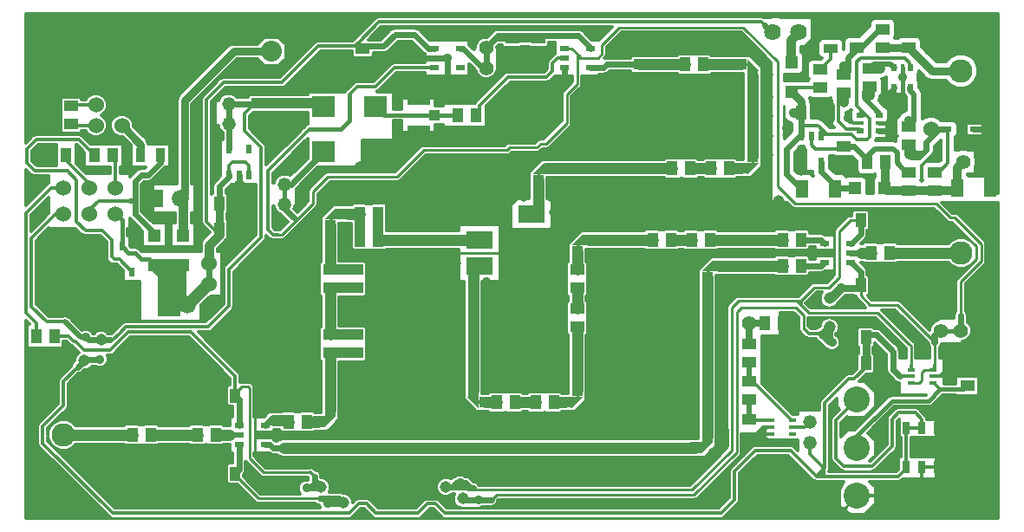
<source format=gtl>
G04 (created by PCBNEW (2013-07-07 BZR 4022)-stable) date 3/2/2015 1:41:46 AM*
%MOIN*%
G04 Gerber Fmt 3.4, Leading zero omitted, Abs format*
%FSLAX34Y34*%
G01*
G70*
G90*
G04 APERTURE LIST*
%ADD10C,0.006*%
%ADD11C,0.06*%
%ADD12R,0.028X0.012*%
%ADD13R,0.09X0.09*%
%ADD14C,0.066*%
%ADD15R,0.055X0.04*%
%ADD16C,0.13*%
%ADD17R,0.0394X0.0413*%
%ADD18R,0.0866X0.0413*%
%ADD19C,0.055*%
%ADD20R,0.026X0.023*%
%ADD21R,0.026X0.016*%
%ADD22R,0.023X0.026*%
%ADD23R,0.016X0.026*%
%ADD24R,0.015748X0.026*%
%ADD25R,0.066X0.066*%
%ADD26R,0.035X0.024*%
%ADD27C,0.052*%
%ADD28R,0.0866142X0.0787402*%
%ADD29R,0.056X0.056*%
%ADD30C,0.056*%
%ADD31C,0.036*%
%ADD32C,0.045*%
%ADD33R,0.024X0.035*%
%ADD34R,0.0472X0.0709*%
%ADD35C,0.255906*%
%ADD36C,0.22*%
%ADD37C,0.08*%
%ADD38C,0.182*%
%ADD39R,0.024X0.038*%
%ADD40C,0.24*%
%ADD41R,0.025X0.045*%
%ADD42C,0.095*%
%ADD43C,0.09*%
%ADD44R,0.0551X0.0354*%
%ADD45R,0.0551X0.035*%
%ADD46C,0.25*%
%ADD47R,0.0354X0.0551*%
%ADD48R,0.035X0.0551*%
%ADD49C,0.042*%
%ADD50R,0.1X0.065*%
%ADD51C,0.064*%
%ADD52C,0.1*%
%ADD53R,0.04X0.055*%
%ADD54R,0.045X0.025*%
%ADD55R,0.044X0.044*%
%ADD56R,0.0276X0.0354*%
%ADD57R,0.0472X0.0472*%
%ADD58R,0.0315X0.0236*%
%ADD59R,0.0413X0.0394*%
%ADD60R,0.0413X0.0866*%
%ADD61C,0.034*%
%ADD62C,0.03*%
%ADD63C,0.012*%
%ADD64C,0.02*%
%ADD65C,0.024*%
%ADD66C,0.04*%
%ADD67C,0.016*%
%ADD68C,0.036*%
%ADD69C,0.01*%
%ADD70C,0.044*%
%ADD71C,0.026*%
%ADD72C,0.048*%
G04 APERTURE END LIST*
G54D10*
G54D11*
X13750Y-18000D03*
X13750Y-17000D03*
X11750Y-17000D03*
X11750Y-18000D03*
X12750Y-17000D03*
X12750Y-18000D03*
G54D12*
X44336Y-23994D03*
X45164Y-23994D03*
X45164Y-24506D03*
X45164Y-24250D03*
X44336Y-24506D03*
X44336Y-24250D03*
G54D13*
X15825Y-21500D03*
X14025Y-21500D03*
G54D14*
X16525Y-21500D03*
X13325Y-21500D03*
G54D15*
X40850Y-12450D03*
X40850Y-13150D03*
G54D11*
X14000Y-14600D03*
X13000Y-14600D03*
X13000Y-13813D03*
X14000Y-13813D03*
G54D16*
X15862Y-12750D03*
X11138Y-12750D03*
G54D17*
X26020Y-14200D03*
G54D18*
X25400Y-13609D03*
X25400Y-14791D03*
G54D15*
X33000Y-16250D03*
X33000Y-15550D03*
G54D11*
X17350Y-20694D03*
X17350Y-19906D03*
G54D19*
X47037Y-22500D03*
X46250Y-22500D03*
X45463Y-22500D03*
G54D20*
X42375Y-14192D03*
X42375Y-14807D03*
G54D21*
X42375Y-14500D03*
X43124Y-14500D03*
G54D20*
X43124Y-14807D03*
X43124Y-14192D03*
G54D22*
X44307Y-12375D03*
X43692Y-12375D03*
G54D23*
X44000Y-12375D03*
G54D24*
X44000Y-13124D03*
G54D22*
X43692Y-13124D03*
X44307Y-13124D03*
G54D25*
X15250Y-17400D03*
G54D14*
X16250Y-17400D03*
G54D26*
X42000Y-19125D03*
X42000Y-19875D03*
X41000Y-19875D03*
X41000Y-19500D03*
X41000Y-19125D03*
X42000Y-19500D03*
G54D27*
X18100Y-14544D03*
X18100Y-13756D03*
G54D28*
X21750Y-13883D03*
X23750Y-13883D03*
X21750Y-15616D03*
X23750Y-15616D03*
G54D27*
X20250Y-17644D03*
X20250Y-16856D03*
G54D19*
X28000Y-12394D03*
X28000Y-11606D03*
G54D29*
X47144Y-16000D03*
G54D30*
X46356Y-16000D03*
G54D31*
X26500Y-12000D03*
X25550Y-12000D03*
X26600Y-12850D03*
X33500Y-15200D03*
X34600Y-15750D03*
X35500Y-15750D03*
X23950Y-11050D03*
X26000Y-12850D03*
X36250Y-15700D03*
X35050Y-15400D03*
X35850Y-15350D03*
X27200Y-12850D03*
X30500Y-17375D03*
X32250Y-15750D03*
X32200Y-16750D03*
X33300Y-16750D03*
X33850Y-16750D03*
X32750Y-16750D03*
X32250Y-12800D03*
X31850Y-13150D03*
X34400Y-16750D03*
X35500Y-16750D03*
X34950Y-16800D03*
X36050Y-16800D03*
X36650Y-16800D03*
X38850Y-17000D03*
X37200Y-16800D03*
X23050Y-19600D03*
X22500Y-19675D03*
X26900Y-26500D03*
X34750Y-26500D03*
X32550Y-26500D03*
X31850Y-26500D03*
X35750Y-26500D03*
X26400Y-22850D03*
X27200Y-26050D03*
X28000Y-24750D03*
X31000Y-24750D03*
X32000Y-19500D03*
X32050Y-20150D03*
X32100Y-20750D03*
X26250Y-20000D03*
X25725Y-20050D03*
X33100Y-18500D03*
X33850Y-18500D03*
X34750Y-18500D03*
X35500Y-18500D03*
X36250Y-18500D03*
X36950Y-18500D03*
X39050Y-18500D03*
X39750Y-18500D03*
X39750Y-17900D03*
X43000Y-18900D03*
X43000Y-20100D03*
X44100Y-18300D03*
X44600Y-17950D03*
X44050Y-20700D03*
X37000Y-26100D03*
X36000Y-25750D03*
X36000Y-24900D03*
X37750Y-20500D03*
X37000Y-20500D03*
X37000Y-23450D03*
X34050Y-19500D03*
X35500Y-19500D03*
X36250Y-19500D03*
X39000Y-19500D03*
X38400Y-19500D03*
X37800Y-19500D03*
X37000Y-19500D03*
X36000Y-20000D03*
X36000Y-22500D03*
X36000Y-23250D03*
X36000Y-24100D03*
X37000Y-24350D03*
X37000Y-25200D03*
X37000Y-26650D03*
X37000Y-21300D03*
X37950Y-27000D03*
X37000Y-22500D03*
X35200Y-27500D03*
X35725Y-27500D03*
X36250Y-27500D03*
X34300Y-27500D03*
X33250Y-27500D03*
X32350Y-27500D03*
X31300Y-27500D03*
X32600Y-23000D03*
X32600Y-23500D03*
X31200Y-26500D03*
X32600Y-24000D03*
X32600Y-24500D03*
X31550Y-26000D03*
X33400Y-20100D03*
X32050Y-21500D03*
X32050Y-22250D03*
X32000Y-22950D03*
X26400Y-23950D03*
X34000Y-26500D03*
X33250Y-26500D03*
X28750Y-24750D03*
X30250Y-24750D03*
X38650Y-17900D03*
X37400Y-17900D03*
X29500Y-24750D03*
X28000Y-20600D03*
X28000Y-23100D03*
X28000Y-24200D03*
X31000Y-23550D03*
X31000Y-24150D03*
X30950Y-21550D03*
X28500Y-22050D03*
X30400Y-19500D03*
X28500Y-21400D03*
X26500Y-22050D03*
X26500Y-21400D03*
X27000Y-21050D03*
X26800Y-20500D03*
X28000Y-23650D03*
X30450Y-20450D03*
X28050Y-17450D03*
X22500Y-23850D03*
X23100Y-23850D03*
X31000Y-22900D03*
X30950Y-22300D03*
X32900Y-20100D03*
X32500Y-20400D03*
X38450Y-20500D03*
X39050Y-20500D03*
X39750Y-20500D03*
X40500Y-20500D03*
X31850Y-17300D03*
X22500Y-24450D03*
X22500Y-25000D03*
X22500Y-25550D03*
X33100Y-20600D03*
X27960Y-16410D03*
X30500Y-27500D03*
X29750Y-27500D03*
X29050Y-27500D03*
X28350Y-27500D03*
X27650Y-27500D03*
X26950Y-27500D03*
X26250Y-27500D03*
X25550Y-27500D03*
X23600Y-27500D03*
X24950Y-26500D03*
X23750Y-26500D03*
X24300Y-26500D03*
X25600Y-26500D03*
X23100Y-22150D03*
X23550Y-21850D03*
X23550Y-22450D03*
X23550Y-23000D03*
X23550Y-23550D03*
G54D32*
X20850Y-24300D03*
G54D31*
X21000Y-23750D03*
X21500Y-24800D03*
X21550Y-16450D03*
X20975Y-24875D03*
X38300Y-17300D03*
G54D32*
X18500Y-16900D03*
G54D31*
X20050Y-18400D03*
G54D32*
X18950Y-18500D03*
G54D31*
X31350Y-18000D03*
X33050Y-17200D03*
X35300Y-17200D03*
X21450Y-23000D03*
X21450Y-22400D03*
X21500Y-23700D03*
X21500Y-21850D03*
X18650Y-19100D03*
X14200Y-15750D03*
X10800Y-16900D03*
X10450Y-29550D03*
X36550Y-17350D03*
X17600Y-15350D03*
X13750Y-22250D03*
G54D32*
X18950Y-17300D03*
X18950Y-17900D03*
G54D31*
X43150Y-28450D03*
G54D32*
X19900Y-15450D03*
G54D31*
X12100Y-23300D03*
X17350Y-21500D03*
X18100Y-19650D03*
X17100Y-18700D03*
X20910Y-15680D03*
X19275Y-14825D03*
X12450Y-22200D03*
G54D32*
X18850Y-22800D03*
X18350Y-22300D03*
X13650Y-20700D03*
G54D31*
X12400Y-15750D03*
G54D32*
X36750Y-28600D03*
G54D31*
X25900Y-27900D03*
G54D32*
X14950Y-14550D03*
X23350Y-25300D03*
X13500Y-11900D03*
G54D31*
X26600Y-27900D03*
X10800Y-18050D03*
X27300Y-27900D03*
X28000Y-27900D03*
X28700Y-27900D03*
X29400Y-27900D03*
X30100Y-27900D03*
X47500Y-29500D03*
X28650Y-29150D03*
G54D32*
X29450Y-17300D03*
G54D31*
X29500Y-16550D03*
X21500Y-25500D03*
X43500Y-27650D03*
X41550Y-24250D03*
X41950Y-23250D03*
X42350Y-22150D03*
G54D32*
X45750Y-24250D03*
X25400Y-15200D03*
G54D31*
X37750Y-14125D03*
X26050Y-13300D03*
G54D32*
X46500Y-23450D03*
X25400Y-13200D03*
G54D31*
X24750Y-13300D03*
X44250Y-22400D03*
X26050Y-15050D03*
X24750Y-15100D03*
G54D32*
X40600Y-22200D03*
G54D31*
X38100Y-20900D03*
X20750Y-26500D03*
X21450Y-26500D03*
X22000Y-26400D03*
X20400Y-25000D03*
X43700Y-21850D03*
X19900Y-25450D03*
G54D32*
X41800Y-22200D03*
G54D31*
X39300Y-21000D03*
G54D32*
X41800Y-21400D03*
X40600Y-21400D03*
G54D31*
X16650Y-27050D03*
X22350Y-26050D03*
X22650Y-26500D03*
X23200Y-26500D03*
X22950Y-27500D03*
X22400Y-27500D03*
X21850Y-27500D03*
X21300Y-27500D03*
X20750Y-27500D03*
X20200Y-27500D03*
X19650Y-27500D03*
X17950Y-26000D03*
X16650Y-25950D03*
X20500Y-28350D03*
X19750Y-28350D03*
G54D32*
X17250Y-25950D03*
X17250Y-27050D03*
X17150Y-25000D03*
X16050Y-27050D03*
X16250Y-25100D03*
X17200Y-28000D03*
G54D31*
X14750Y-26000D03*
X15350Y-27050D03*
X20750Y-25500D03*
G54D32*
X17600Y-28650D03*
G54D31*
X14750Y-27000D03*
X14100Y-27050D03*
X13600Y-26000D03*
X13600Y-27500D03*
X16200Y-28200D03*
X31850Y-27850D03*
X32800Y-27900D03*
X33800Y-27800D03*
X37350Y-20900D03*
X43150Y-26300D03*
X43150Y-25050D03*
X32250Y-25900D03*
X29350Y-21300D03*
X17050Y-24400D03*
X32750Y-25400D03*
X33150Y-25850D03*
X25900Y-25650D03*
X26550Y-25600D03*
X30900Y-27900D03*
X15350Y-25950D03*
X25600Y-21050D03*
X30200Y-21100D03*
X32600Y-22400D03*
X34250Y-22750D03*
X33600Y-22350D03*
X37000Y-21900D03*
X29750Y-22700D03*
X29450Y-23250D03*
X14150Y-25950D03*
X21000Y-20000D03*
X17950Y-27000D03*
X14500Y-18850D03*
X27350Y-16425D03*
X13500Y-28600D03*
X25000Y-17250D03*
G54D33*
X40875Y-16000D03*
X40125Y-16000D03*
X40125Y-15000D03*
X40500Y-15000D03*
X40875Y-15000D03*
G54D34*
X46120Y-17000D03*
X47380Y-17000D03*
X41405Y-17025D03*
X40145Y-17025D03*
G54D35*
X34710Y-21088D03*
G54D36*
X29564Y-14064D03*
G54D37*
X19750Y-11750D03*
X24750Y-11750D03*
G54D38*
X24564Y-28435D03*
G54D35*
X19750Y-21088D03*
G54D39*
X14375Y-20250D03*
X13625Y-20250D03*
X14000Y-19250D03*
G54D40*
X40000Y-24000D03*
G54D32*
X19900Y-26500D03*
G54D26*
X18500Y-26875D03*
X18500Y-26125D03*
X19500Y-26125D03*
X19500Y-26500D03*
X19500Y-26875D03*
X18500Y-26500D03*
G54D32*
X40600Y-19500D03*
G54D41*
X44750Y-26250D03*
X45350Y-26250D03*
X44150Y-26250D03*
G54D42*
X45250Y-13500D03*
X47250Y-11500D03*
X45250Y-11500D03*
G54D43*
X46250Y-12500D03*
G54D42*
X47250Y-13500D03*
X10750Y-27500D03*
X12750Y-27500D03*
X12750Y-25500D03*
G54D43*
X11750Y-26500D03*
G54D42*
X10750Y-25500D03*
X47250Y-18500D03*
X45250Y-18500D03*
X45250Y-20500D03*
G54D43*
X46250Y-19500D03*
G54D42*
X47250Y-20500D03*
G54D44*
X41250Y-10876D03*
G54D45*
X41250Y-11624D03*
G54D31*
X22750Y-12600D03*
X23250Y-12750D03*
X33250Y-13250D03*
X34050Y-11750D03*
G54D11*
X45100Y-14750D03*
G54D40*
X15000Y-24000D03*
G54D46*
X12000Y-20500D03*
G54D31*
X35650Y-11250D03*
G54D40*
X39000Y-28500D03*
G54D47*
X15474Y-15750D03*
G54D48*
X14726Y-15750D03*
G54D31*
X28900Y-12350D03*
X33750Y-11250D03*
X35350Y-11700D03*
X20250Y-12350D03*
G54D32*
X31000Y-12850D03*
G54D31*
X37000Y-13750D03*
X36650Y-11700D03*
X37000Y-14250D03*
G54D49*
X37000Y-14750D03*
G54D31*
X32350Y-11150D03*
G54D50*
X27750Y-18000D03*
X27750Y-19000D03*
X27750Y-20000D03*
X29750Y-20000D03*
X29750Y-19000D03*
X29750Y-18000D03*
G54D31*
X25900Y-29500D03*
G54D32*
X19840Y-14850D03*
G54D51*
X40000Y-11000D03*
X39000Y-11000D03*
G54D32*
X22600Y-18550D03*
G54D31*
X23750Y-12550D03*
X19750Y-12550D03*
G54D32*
X22600Y-19150D03*
G54D31*
X37550Y-11150D03*
G54D32*
X20900Y-14300D03*
G54D31*
X36350Y-11250D03*
G54D32*
X20450Y-14850D03*
X23750Y-16200D03*
G54D31*
X36950Y-11150D03*
X25850Y-28575D03*
G54D32*
X24350Y-16200D03*
G54D31*
X34700Y-12750D03*
X36000Y-12800D03*
X37000Y-13250D03*
X21000Y-11550D03*
G54D32*
X23150Y-16200D03*
G54D31*
X31700Y-15250D03*
X36000Y-11700D03*
G54D32*
X24450Y-15616D03*
X24150Y-19950D03*
G54D31*
X36750Y-12750D03*
X35300Y-12750D03*
X32400Y-18500D03*
G54D32*
X30500Y-23200D03*
G54D31*
X23250Y-28300D03*
X23250Y-29500D03*
G54D52*
X47250Y-27984D03*
X47250Y-26016D03*
X42250Y-28850D03*
X42250Y-27000D03*
X42250Y-25150D03*
G54D31*
X33200Y-11250D03*
X33800Y-13250D03*
X32700Y-13250D03*
X19250Y-12350D03*
X20500Y-11850D03*
X30100Y-12350D03*
X31450Y-13550D03*
X34000Y-12750D03*
G54D32*
X38000Y-11500D03*
G54D31*
X34450Y-11150D03*
X35050Y-11150D03*
X26900Y-13300D03*
G54D53*
X13650Y-15750D03*
X12950Y-15750D03*
X42800Y-19500D03*
X43500Y-19500D03*
X39400Y-19000D03*
X40100Y-19000D03*
X39400Y-20000D03*
X40100Y-20000D03*
X22000Y-24250D03*
X21300Y-24250D03*
G54D15*
X23000Y-20850D03*
X23000Y-20150D03*
G54D53*
X22000Y-19000D03*
X21300Y-19000D03*
X23150Y-19000D03*
X23850Y-19000D03*
G54D15*
X24750Y-19000D03*
X24750Y-19700D03*
X22000Y-22650D03*
X22000Y-23350D03*
G54D53*
X22000Y-21750D03*
X22700Y-21750D03*
X28400Y-25250D03*
X29100Y-25250D03*
X31500Y-23250D03*
X32200Y-23250D03*
X27500Y-24250D03*
X26800Y-24250D03*
G54D15*
X31500Y-22350D03*
X31500Y-21650D03*
G54D53*
X38250Y-14750D03*
X37550Y-14750D03*
X42650Y-16000D03*
X43350Y-16000D03*
G54D15*
X41750Y-16100D03*
X41750Y-15400D03*
G54D53*
X37350Y-16250D03*
X36650Y-16250D03*
G54D15*
X34000Y-16250D03*
X34000Y-15550D03*
G54D54*
X13600Y-26550D03*
X13600Y-27150D03*
G54D53*
X40100Y-14100D03*
X40800Y-14100D03*
G54D15*
X29000Y-11250D03*
X29000Y-11950D03*
G54D54*
X44300Y-19450D03*
X44300Y-18850D03*
G54D33*
X18125Y-15500D03*
X18875Y-15500D03*
X18875Y-16500D03*
X18500Y-16500D03*
X18125Y-16500D03*
G54D26*
X27000Y-11625D03*
X27000Y-12375D03*
X26000Y-12375D03*
X26000Y-12000D03*
X26000Y-11625D03*
X32000Y-11625D03*
X32000Y-12375D03*
X31000Y-12375D03*
X31000Y-12000D03*
X31000Y-11625D03*
G54D15*
X37500Y-19000D03*
X37500Y-18300D03*
G54D41*
X44750Y-27750D03*
X44150Y-27750D03*
X45350Y-27750D03*
G54D15*
X46500Y-23900D03*
X46500Y-24600D03*
X44250Y-17100D03*
X44250Y-16400D03*
G54D53*
X27500Y-23250D03*
X26800Y-23250D03*
X30600Y-25250D03*
X29900Y-25250D03*
G54D15*
X32500Y-19000D03*
X32500Y-19700D03*
X31500Y-20150D03*
X31500Y-20850D03*
G54D53*
X36600Y-19000D03*
X35900Y-19000D03*
G54D15*
X38500Y-19000D03*
X38500Y-18300D03*
G54D53*
X17750Y-17600D03*
X18450Y-17600D03*
X31500Y-24250D03*
X32200Y-24250D03*
G54D15*
X30000Y-11250D03*
X30000Y-11950D03*
X23250Y-11650D03*
X23250Y-12350D03*
G54D53*
X38250Y-13500D03*
X37550Y-13500D03*
X42600Y-22750D03*
X41900Y-22750D03*
X42600Y-23750D03*
X41900Y-23750D03*
X42400Y-20750D03*
X43100Y-20750D03*
X42400Y-18250D03*
X43100Y-18250D03*
X18350Y-25000D03*
X17650Y-25000D03*
X18350Y-28000D03*
X17650Y-28000D03*
X35150Y-16250D03*
X35850Y-16250D03*
X23850Y-18000D03*
X23150Y-18000D03*
X17750Y-18600D03*
X18450Y-18600D03*
G54D15*
X34750Y-11550D03*
X34750Y-12250D03*
X20250Y-13750D03*
X20250Y-14450D03*
X42250Y-10900D03*
X42250Y-11600D03*
X37250Y-11550D03*
X37250Y-12250D03*
G54D53*
X34400Y-19000D03*
X35100Y-19000D03*
G54D15*
X22000Y-20150D03*
X22000Y-20850D03*
X23000Y-23350D03*
X23000Y-22650D03*
X19250Y-13750D03*
X19250Y-14450D03*
X33500Y-19000D03*
X33500Y-19700D03*
G54D53*
X36350Y-12250D03*
X35650Y-12250D03*
G54D15*
X44250Y-10900D03*
X44250Y-11600D03*
X43250Y-11600D03*
X43250Y-10900D03*
G54D53*
X27600Y-14200D03*
X26900Y-14200D03*
X11850Y-15750D03*
X11150Y-15750D03*
G54D15*
X12050Y-14550D03*
X12050Y-13850D03*
G54D55*
X22000Y-18439D03*
G54D10*
G36*
X22649Y-18220D02*
X21779Y-18220D01*
X22209Y-17780D01*
X22219Y-17780D01*
X22649Y-18220D01*
X22649Y-18220D01*
G37*
G54D55*
X22437Y-18000D03*
X37810Y-12250D03*
G54D10*
G36*
X38030Y-12899D02*
X38030Y-12029D01*
X38470Y-12459D01*
X38470Y-12469D01*
X38030Y-12899D01*
X38030Y-12899D01*
G37*
G54D55*
X38250Y-12687D03*
X30000Y-16689D03*
G54D10*
G36*
X30649Y-16470D02*
X29779Y-16470D01*
X30209Y-16030D01*
X30219Y-16030D01*
X30649Y-16470D01*
X30649Y-16470D01*
G37*
G54D55*
X30437Y-16250D03*
X31500Y-19439D03*
G54D10*
G36*
X32149Y-19220D02*
X31279Y-19220D01*
X31709Y-18780D01*
X31719Y-18780D01*
X32149Y-19220D01*
X32149Y-19220D01*
G37*
G54D55*
X31937Y-19000D03*
X31500Y-24810D03*
G54D10*
G36*
X30850Y-25030D02*
X31720Y-25030D01*
X31290Y-25470D01*
X31280Y-25470D01*
X30850Y-25030D01*
X30850Y-25030D01*
G37*
G54D55*
X31062Y-25250D03*
X27939Y-25250D03*
G54D10*
G36*
X27720Y-24600D02*
X27720Y-25470D01*
X27280Y-25040D01*
X27280Y-25030D01*
X27720Y-24600D01*
X27720Y-24600D01*
G37*
G54D55*
X27500Y-24812D03*
X36500Y-20439D03*
G54D10*
G36*
X37149Y-20220D02*
X36279Y-20220D01*
X36709Y-19780D01*
X36719Y-19780D01*
X37149Y-20220D01*
X37149Y-20220D01*
G37*
G54D55*
X36937Y-20000D03*
X36500Y-26560D03*
G54D10*
G36*
X35850Y-26780D02*
X36720Y-26780D01*
X36290Y-27220D01*
X36280Y-27220D01*
X35850Y-26780D01*
X35850Y-26780D01*
G37*
G54D55*
X36062Y-27000D03*
G54D32*
X30250Y-25800D03*
X30600Y-26450D03*
X28350Y-26450D03*
X23650Y-19600D03*
X28750Y-25800D03*
X26800Y-19900D03*
X29500Y-25800D03*
X36750Y-27200D03*
X28000Y-25800D03*
X25450Y-19550D03*
X31250Y-18800D03*
X31800Y-18450D03*
X30950Y-19400D03*
X30550Y-16800D03*
X30900Y-20050D03*
X30900Y-20850D03*
X28750Y-19000D03*
X28750Y-18250D03*
X28750Y-17500D03*
X28750Y-19750D03*
X28750Y-20500D03*
X31200Y-17300D03*
X29750Y-16000D03*
X31000Y-25800D03*
X29750Y-20600D03*
X26350Y-23400D03*
X26350Y-24500D03*
X26950Y-22500D03*
X28050Y-22500D03*
X26950Y-24850D03*
X27300Y-25500D03*
X31800Y-25450D03*
X30650Y-17950D03*
X24900Y-20100D03*
X27600Y-26450D03*
X29100Y-26450D03*
X30650Y-18600D03*
X26250Y-26450D03*
X29850Y-26450D03*
X32050Y-24850D03*
X23500Y-17400D03*
X22550Y-17450D03*
X21750Y-17750D03*
X21450Y-18400D03*
X20850Y-18650D03*
X21400Y-20500D03*
X21450Y-19600D03*
X21450Y-21250D03*
X23150Y-21400D03*
X24400Y-18450D03*
X25450Y-18450D03*
X27000Y-18000D03*
X26250Y-18000D03*
X24300Y-17500D03*
X23000Y-17000D03*
X23950Y-16950D03*
X21950Y-17100D03*
X24800Y-17900D03*
X23600Y-20500D03*
X20850Y-19350D03*
X30600Y-15700D03*
X29500Y-12350D03*
X31100Y-15200D03*
X38500Y-12000D03*
X28900Y-16000D03*
X31600Y-14300D03*
X38800Y-12650D03*
X38800Y-13500D03*
X43550Y-20350D03*
X41500Y-18000D03*
X40500Y-18000D03*
X38000Y-18000D03*
X47500Y-17750D03*
X39250Y-17500D03*
X38500Y-16500D03*
X46750Y-17750D03*
X46000Y-17750D03*
X43550Y-18650D03*
X43550Y-21000D03*
X43550Y-18000D03*
G54D55*
X38250Y-15810D03*
G54D10*
G36*
X37600Y-16030D02*
X38470Y-16030D01*
X38040Y-16470D01*
X38030Y-16470D01*
X37600Y-16030D01*
X37600Y-16030D01*
G37*
G54D55*
X37812Y-16250D03*
G54D15*
X44250Y-15350D03*
X44250Y-14650D03*
X42750Y-12400D03*
X42750Y-13100D03*
X41750Y-13350D03*
X41750Y-12650D03*
G54D31*
X43500Y-14500D03*
X41900Y-14300D03*
X43600Y-15050D03*
X43350Y-13450D03*
X41200Y-13850D03*
X44000Y-12750D03*
X44000Y-13500D03*
X41200Y-14350D03*
X44250Y-15700D03*
X44250Y-14400D03*
X42750Y-13450D03*
X43150Y-12400D03*
X41750Y-12300D03*
X41750Y-13700D03*
X40125Y-15500D03*
G54D32*
X40125Y-16300D03*
G54D31*
X42100Y-16400D03*
X41950Y-10550D03*
X40325Y-11800D03*
X42550Y-10550D03*
X43950Y-10550D03*
X44550Y-10550D03*
X39800Y-14100D03*
X45350Y-15650D03*
X39550Y-14700D03*
X41350Y-16100D03*
G54D11*
X47300Y-14750D03*
G54D55*
X22000Y-25560D03*
G54D10*
G36*
X21350Y-25780D02*
X22220Y-25780D01*
X21790Y-26220D01*
X21780Y-26220D01*
X21350Y-25780D01*
X21350Y-25780D01*
G37*
G54D55*
X21562Y-26000D03*
G54D32*
X38800Y-14250D03*
X38800Y-15750D03*
X37850Y-16800D03*
X38800Y-15000D03*
X37700Y-15650D03*
X32950Y-15050D03*
X37700Y-12800D03*
X34050Y-15050D03*
X12550Y-23650D03*
X13200Y-22850D03*
X22500Y-29100D03*
X27100Y-28950D03*
G54D31*
X12600Y-22750D03*
X13150Y-23600D03*
X27700Y-29000D03*
X21900Y-29150D03*
G54D32*
X21650Y-28500D03*
X26450Y-28500D03*
G54D31*
X21100Y-28550D03*
X27000Y-28350D03*
G54D32*
X41200Y-21250D03*
X41200Y-22350D03*
G54D31*
X41300Y-22950D03*
X41650Y-20850D03*
G54D56*
X15744Y-25726D03*
X16256Y-25726D03*
X16000Y-26474D03*
G54D57*
X39750Y-13321D03*
X39750Y-12179D03*
X43321Y-17000D03*
X42179Y-17000D03*
X15250Y-19971D03*
X15250Y-18829D03*
G54D58*
X46742Y-14750D03*
X45758Y-14750D03*
G54D57*
X16350Y-19971D03*
X16350Y-18829D03*
G54D53*
X20400Y-26000D03*
X21100Y-26000D03*
X14400Y-26500D03*
X15100Y-26500D03*
X16900Y-26500D03*
X17600Y-26500D03*
G54D30*
X28150Y-14900D03*
X34500Y-13650D03*
X21500Y-12500D03*
X17350Y-11800D03*
X28750Y-23050D03*
X33550Y-25200D03*
X29200Y-22050D03*
X33150Y-14200D03*
X25300Y-21800D03*
X34200Y-24600D03*
X16450Y-23050D03*
X24100Y-23950D03*
G54D32*
X14800Y-13850D03*
X19850Y-24100D03*
X23050Y-25900D03*
X15100Y-28850D03*
X18200Y-23100D03*
X15950Y-28900D03*
X15550Y-27950D03*
X14300Y-28550D03*
X34100Y-23750D03*
X16800Y-28850D03*
X34050Y-25750D03*
G54D31*
X13200Y-29550D03*
G54D32*
X11550Y-28000D03*
X13750Y-25350D03*
X17000Y-23700D03*
X19450Y-24700D03*
G54D31*
X24750Y-24300D03*
X18950Y-24100D03*
X35400Y-13850D03*
X41000Y-18250D03*
X16900Y-14300D03*
X10750Y-15750D03*
X38700Y-26750D03*
X41350Y-27775D03*
X45350Y-27000D03*
X27700Y-13250D03*
X26550Y-14850D03*
X26200Y-20950D03*
G54D15*
X45250Y-16400D03*
X45250Y-17100D03*
X38100Y-25900D03*
X38100Y-26600D03*
G54D12*
X39764Y-26456D03*
X38936Y-26456D03*
X38936Y-25944D03*
X38936Y-26200D03*
X39764Y-25944D03*
X39764Y-26200D03*
G54D27*
X40450Y-26794D03*
X40450Y-26006D03*
G54D17*
X32120Y-16250D03*
G54D18*
X31500Y-15659D03*
X31500Y-16841D03*
G54D59*
X27500Y-22370D03*
G54D60*
X28091Y-21750D03*
X26909Y-21750D03*
G54D17*
X25630Y-19000D03*
G54D18*
X26250Y-19591D03*
X26250Y-18409D03*
G54D17*
X33870Y-12250D03*
G54D18*
X33250Y-11659D03*
X33250Y-12841D03*
G54D30*
X38100Y-22200D03*
G54D15*
X38100Y-23000D03*
X38100Y-23700D03*
G54D53*
X39400Y-22200D03*
X38700Y-22200D03*
X10700Y-22700D03*
X11400Y-22700D03*
G54D15*
X38100Y-24450D03*
X38100Y-25150D03*
G54D61*
X45250Y-17100D02*
X44250Y-17100D01*
X45250Y-17100D02*
X46020Y-17100D01*
X46020Y-17100D02*
X46120Y-17000D01*
X46120Y-17000D02*
X46120Y-16236D01*
X46120Y-16236D02*
X46356Y-16000D01*
X46020Y-17100D02*
X46120Y-17000D01*
X43350Y-16000D02*
X43350Y-16971D01*
X43350Y-16971D02*
X43321Y-17000D01*
X44250Y-17100D02*
X43421Y-17100D01*
X43421Y-17100D02*
X43321Y-17000D01*
G54D62*
X46120Y-16236D02*
X46356Y-16000D01*
X46020Y-17100D02*
X46120Y-17000D01*
G54D63*
X44336Y-24250D02*
X43900Y-24250D01*
X39764Y-26200D02*
X40256Y-26200D01*
X40256Y-26200D02*
X40450Y-26006D01*
X40450Y-26794D02*
X40450Y-27250D01*
X40950Y-27850D02*
X40975Y-27850D01*
X40950Y-27750D02*
X40950Y-27850D01*
X40450Y-27250D02*
X40950Y-27750D01*
G54D64*
X12600Y-22750D02*
X12400Y-22750D01*
X12400Y-22750D02*
X11800Y-22150D01*
G54D63*
X11750Y-18000D02*
X11450Y-18000D01*
X11800Y-22150D02*
X12400Y-22750D01*
X11100Y-22150D02*
X11800Y-22150D01*
X10510Y-21560D02*
X11100Y-22150D01*
X10510Y-18939D02*
X10510Y-21560D01*
X11450Y-18000D02*
X10510Y-18939D01*
X11750Y-25381D02*
X11750Y-24450D01*
X10959Y-26171D02*
X10959Y-26828D01*
X10959Y-26828D02*
X13641Y-29509D01*
X13641Y-29509D02*
X22740Y-29509D01*
X22740Y-29509D02*
X23100Y-29150D01*
X23100Y-29150D02*
X23400Y-29150D01*
X23400Y-29150D02*
X23759Y-29509D01*
X23759Y-29509D02*
X25390Y-29509D01*
X25390Y-29509D02*
X25750Y-29150D01*
X25750Y-29150D02*
X26050Y-29150D01*
X26050Y-29150D02*
X26409Y-29509D01*
X11750Y-25381D02*
X10959Y-26171D01*
G54D65*
X12550Y-23650D02*
X12300Y-23900D01*
G54D63*
X39700Y-27100D02*
X40700Y-28100D01*
X38350Y-27100D02*
X39700Y-27100D01*
X37550Y-27900D02*
X38350Y-27100D01*
X37550Y-29000D02*
X37550Y-27900D01*
X37040Y-29509D02*
X37550Y-29000D01*
X26409Y-29509D02*
X37040Y-29509D01*
X11750Y-24450D02*
X12300Y-23900D01*
X13550Y-22850D02*
X13650Y-22850D01*
X14150Y-22349D02*
X13900Y-22600D01*
X15100Y-22349D02*
X14150Y-22349D01*
G54D65*
X13550Y-22850D02*
X13200Y-22850D01*
G54D63*
X13650Y-22850D02*
X13900Y-22600D01*
X40975Y-28075D02*
X40975Y-27850D01*
X40975Y-27850D02*
X40975Y-27825D01*
X40887Y-27912D02*
X40887Y-27987D01*
X40887Y-27987D02*
X40975Y-28075D01*
X40975Y-28075D02*
X41000Y-28100D01*
X42600Y-23750D02*
X42600Y-23900D01*
X42600Y-23900D02*
X42150Y-24350D01*
X42150Y-24350D02*
X41950Y-24350D01*
X41950Y-24350D02*
X41025Y-25275D01*
X41025Y-25275D02*
X41025Y-27775D01*
X41025Y-27775D02*
X40975Y-27825D01*
X40975Y-27825D02*
X40887Y-27912D01*
X40887Y-27912D02*
X40850Y-27950D01*
X40850Y-27950D02*
X40850Y-28100D01*
X40850Y-27950D02*
X40700Y-28100D01*
X40700Y-28100D02*
X40850Y-28100D01*
X40850Y-28100D02*
X41000Y-28100D01*
X41000Y-28100D02*
X41900Y-28100D01*
X44150Y-27750D02*
X44150Y-27800D01*
X43850Y-28100D02*
X41900Y-28100D01*
X44150Y-27800D02*
X43850Y-28100D01*
G54D65*
X13150Y-23600D02*
X12600Y-23600D01*
X12600Y-23600D02*
X12550Y-23650D01*
X13200Y-22850D02*
X12700Y-22850D01*
X12700Y-22850D02*
X12600Y-22750D01*
G54D63*
X12600Y-23600D02*
X12550Y-23650D01*
X12700Y-22850D02*
X12600Y-22750D01*
X16000Y-22349D02*
X15100Y-22349D01*
X15100Y-22349D02*
X15050Y-22349D01*
X16000Y-22349D02*
X16250Y-22349D01*
G54D65*
X43900Y-24250D02*
X43650Y-24000D01*
X43650Y-24000D02*
X43650Y-23300D01*
X43650Y-23300D02*
X43000Y-22650D01*
X43000Y-22650D02*
X42700Y-22650D01*
X42700Y-22650D02*
X42600Y-22750D01*
G54D63*
X16250Y-22349D02*
X17300Y-22349D01*
X17300Y-22349D02*
X18100Y-21550D01*
X19350Y-18900D02*
X19350Y-18600D01*
X18100Y-20150D02*
X19350Y-18900D01*
X18100Y-21550D02*
X18100Y-20150D01*
X19350Y-18500D02*
X19350Y-18600D01*
X17300Y-22349D02*
X16550Y-22349D01*
X16250Y-22349D02*
X16550Y-22349D01*
X16550Y-22349D02*
X17300Y-22349D01*
X19250Y-13750D02*
X19100Y-13750D01*
X19100Y-13750D02*
X18700Y-14150D01*
X18700Y-14150D02*
X18700Y-14800D01*
X18700Y-14800D02*
X19350Y-15450D01*
X19350Y-15450D02*
X19350Y-18500D01*
G54D62*
X42600Y-22750D02*
X42600Y-23750D01*
G54D63*
X44750Y-26250D02*
X44750Y-25900D01*
X41450Y-25950D02*
X42250Y-25150D01*
X41450Y-27400D02*
X41450Y-25950D01*
X41750Y-27700D02*
X41450Y-27400D01*
X42850Y-27700D02*
X41750Y-27700D01*
X43600Y-26950D02*
X42850Y-27700D01*
X43600Y-25900D02*
X43600Y-26950D01*
X43850Y-25650D02*
X43600Y-25900D01*
X44500Y-25650D02*
X43850Y-25650D01*
X44750Y-25900D02*
X44500Y-25650D01*
X44150Y-26250D02*
X44750Y-26250D01*
X44150Y-26250D02*
X44150Y-27000D01*
X44150Y-27000D02*
X44150Y-27750D01*
G54D66*
X20250Y-13750D02*
X21616Y-13750D01*
X21616Y-13750D02*
X21750Y-13883D01*
X19250Y-13750D02*
X20250Y-13750D01*
G54D65*
X18100Y-13756D02*
X19244Y-13756D01*
X19244Y-13756D02*
X19250Y-13750D01*
X18100Y-14544D02*
X18100Y-13756D01*
X18125Y-15500D02*
X18125Y-14569D01*
X18125Y-14569D02*
X18100Y-14544D01*
G54D61*
X29000Y-11250D02*
X30000Y-11250D01*
G54D65*
X30650Y-11150D02*
X28456Y-11150D01*
X28456Y-11150D02*
X28000Y-11606D01*
X32000Y-11625D02*
X32000Y-11600D01*
X30100Y-11150D02*
X30000Y-11250D01*
X30650Y-11150D02*
X30100Y-11150D01*
X31550Y-11150D02*
X30650Y-11150D01*
X32000Y-11600D02*
X31550Y-11150D01*
X28000Y-12394D02*
X28000Y-11606D01*
X29000Y-11250D02*
X28356Y-11250D01*
X28356Y-11250D02*
X28000Y-11606D01*
X27000Y-11625D02*
X27125Y-11625D01*
X27125Y-11625D02*
X27894Y-12394D01*
X27894Y-12394D02*
X28000Y-12394D01*
G54D67*
X26020Y-14200D02*
X24066Y-14200D01*
X24066Y-14200D02*
X23750Y-13883D01*
X26900Y-14200D02*
X26020Y-14200D01*
G54D63*
X45250Y-16400D02*
X45400Y-16400D01*
X45750Y-14758D02*
X45758Y-14750D01*
X45750Y-16050D02*
X45750Y-14758D01*
X45400Y-16400D02*
X45750Y-16050D01*
G54D65*
X44775Y-15675D02*
X44250Y-15675D01*
X44250Y-15675D02*
X44250Y-15700D01*
X45758Y-14750D02*
X45400Y-14750D01*
X44900Y-15550D02*
X44775Y-15675D01*
X44775Y-15675D02*
X44650Y-15800D01*
X44900Y-15250D02*
X44900Y-15550D01*
X45400Y-14750D02*
X44900Y-15250D01*
X45758Y-14750D02*
X45100Y-14750D01*
G54D68*
X44250Y-15700D02*
X44250Y-15350D01*
G54D65*
X44250Y-15350D02*
X44250Y-15400D01*
X44250Y-15400D02*
X44650Y-15800D01*
X44350Y-15800D02*
X44250Y-15700D01*
X44650Y-15800D02*
X44350Y-15800D01*
G54D62*
X44250Y-15700D02*
X44350Y-15600D01*
G54D64*
X44350Y-15600D02*
X44250Y-15700D01*
G54D67*
X44250Y-15350D02*
X44250Y-15500D01*
X44250Y-15500D02*
X44350Y-15600D01*
G54D69*
X24750Y-19000D02*
X23850Y-19000D01*
G54D66*
X23850Y-18000D02*
X23850Y-19000D01*
G54D70*
X23850Y-19000D02*
X25630Y-19000D01*
X25630Y-19000D02*
X27750Y-19000D01*
G54D63*
X44300Y-19450D02*
X46200Y-19450D01*
X46200Y-19450D02*
X46250Y-19500D01*
X44300Y-19450D02*
X43550Y-19450D01*
X43550Y-19450D02*
X43500Y-19500D01*
G54D70*
X43500Y-19500D02*
X46250Y-19500D01*
G54D69*
X30214Y-16250D02*
X30437Y-16250D01*
X30000Y-16689D02*
X30000Y-16464D01*
X30000Y-16464D02*
X30214Y-16250D01*
X30000Y-16464D02*
X30214Y-16250D01*
X33000Y-16250D02*
X32120Y-16250D01*
X34000Y-16250D02*
X35150Y-16250D01*
G54D70*
X30437Y-16250D02*
X32120Y-16250D01*
X30000Y-16689D02*
X30000Y-17750D01*
X30000Y-17750D02*
X29750Y-18000D01*
X32120Y-16250D02*
X35150Y-16250D01*
G54D62*
X44250Y-11600D02*
X43250Y-11600D01*
X46250Y-12500D02*
X45150Y-12500D01*
X45150Y-12500D02*
X44250Y-11600D01*
G54D70*
X28400Y-25250D02*
X27939Y-25250D01*
G54D69*
X27939Y-25250D02*
X27714Y-25250D01*
X27714Y-25250D02*
X27500Y-25035D01*
X27500Y-24250D02*
X27500Y-25035D01*
X27500Y-23250D02*
X27500Y-24250D01*
X27500Y-22370D02*
X27500Y-23250D01*
G54D70*
X27500Y-24250D02*
X27500Y-22370D01*
X27500Y-24812D02*
X27500Y-24250D01*
X27750Y-20000D02*
X27500Y-20250D01*
X27500Y-20250D02*
X27500Y-20750D01*
X27500Y-22370D02*
X27500Y-20750D01*
X27500Y-20750D02*
X27500Y-21000D01*
G54D69*
X13600Y-26550D02*
X11800Y-26550D01*
X11800Y-26550D02*
X11750Y-26500D01*
X14400Y-26500D02*
X13650Y-26500D01*
X13650Y-26500D02*
X13600Y-26550D01*
G54D70*
X14400Y-26500D02*
X11750Y-26500D01*
G54D65*
X20200Y-27000D02*
X19800Y-27000D01*
G54D70*
X36062Y-27000D02*
X20200Y-27000D01*
G54D65*
X19675Y-26875D02*
X19500Y-26875D01*
X19800Y-27000D02*
X19675Y-26875D01*
G54D70*
X36937Y-20000D02*
X39400Y-20000D01*
X36500Y-26560D02*
X36500Y-20439D01*
G54D69*
X36714Y-20000D02*
X36937Y-20000D01*
X36500Y-20439D02*
X36500Y-20214D01*
X36500Y-20214D02*
X36714Y-20000D01*
X36285Y-27000D02*
X36062Y-27000D01*
X36500Y-26560D02*
X36500Y-26785D01*
X36500Y-26785D02*
X36285Y-27000D01*
G54D63*
X13000Y-14600D02*
X12100Y-14600D01*
X12100Y-14600D02*
X12050Y-14550D01*
X13000Y-13813D02*
X12087Y-13813D01*
X12087Y-13813D02*
X12050Y-13850D01*
G54D62*
X14726Y-15750D02*
X14726Y-15326D01*
X14726Y-15326D02*
X14000Y-14600D01*
G54D69*
X25850Y-28575D02*
X24704Y-28575D01*
X24704Y-28575D02*
X24564Y-28435D01*
G54D68*
X44550Y-10550D02*
X44825Y-10550D01*
X45250Y-10975D02*
X45250Y-11500D01*
X44825Y-10550D02*
X45250Y-10975D01*
X44250Y-10900D02*
X44250Y-10850D01*
X44250Y-10850D02*
X43950Y-10550D01*
X44250Y-10850D02*
X44550Y-10550D01*
X43950Y-10550D02*
X44550Y-10550D01*
X42250Y-10900D02*
X42250Y-10850D01*
X42250Y-10850D02*
X41950Y-10550D01*
X42250Y-10850D02*
X42550Y-10550D01*
X41950Y-10550D02*
X42550Y-10550D01*
G54D64*
X21000Y-11550D02*
X21000Y-11050D01*
X46100Y-10350D02*
X47250Y-11500D01*
X21700Y-10350D02*
X46100Y-10350D01*
X21000Y-11050D02*
X21700Y-10350D01*
G54D68*
X44000Y-13500D02*
X43400Y-13500D01*
X43400Y-13500D02*
X43350Y-13450D01*
G54D65*
X43500Y-14500D02*
X43500Y-14950D01*
X43500Y-14950D02*
X43600Y-15050D01*
X43124Y-14807D02*
X43357Y-14807D01*
X43357Y-14807D02*
X43600Y-15050D01*
X40125Y-16300D02*
X40125Y-16000D01*
G54D64*
X43692Y-13124D02*
X43692Y-13307D01*
X43600Y-14400D02*
X43500Y-14500D01*
X43600Y-13400D02*
X43600Y-14400D01*
X43692Y-13307D02*
X43600Y-13400D01*
X43350Y-13450D02*
X43350Y-13600D01*
X43350Y-13600D02*
X43550Y-13800D01*
X43550Y-13800D02*
X43550Y-14450D01*
X43550Y-14450D02*
X43500Y-14500D01*
X43500Y-14500D02*
X43500Y-14300D01*
X43500Y-14300D02*
X43900Y-13900D01*
X43900Y-13900D02*
X43900Y-13600D01*
X43900Y-13600D02*
X44000Y-13500D01*
G54D63*
X45164Y-24250D02*
X45450Y-24250D01*
X46250Y-23450D02*
X46500Y-23450D01*
X45450Y-24250D02*
X46250Y-23450D01*
X45164Y-24250D02*
X45750Y-24250D01*
G54D69*
X36750Y-28600D02*
X36750Y-28800D01*
X29719Y-29150D02*
X29550Y-29319D01*
X36400Y-29150D02*
X29719Y-29150D01*
X36750Y-28800D02*
X36400Y-29150D01*
X37950Y-27000D02*
X37950Y-27150D01*
X36750Y-28350D02*
X36750Y-28600D01*
X37950Y-27150D02*
X36750Y-28350D01*
G54D71*
X39400Y-22200D02*
X39400Y-23400D01*
X39400Y-23400D02*
X40000Y-24000D01*
G54D63*
X38700Y-26750D02*
X38650Y-26750D01*
X38600Y-26700D02*
X38400Y-26700D01*
X38650Y-26750D02*
X38600Y-26700D01*
X38100Y-26600D02*
X38500Y-26600D01*
X38644Y-26456D02*
X38936Y-26456D01*
X38500Y-26600D02*
X38644Y-26456D01*
X38100Y-26600D02*
X38400Y-26600D01*
X38400Y-26600D02*
X38650Y-26350D01*
X38650Y-26200D02*
X38650Y-26350D01*
X38650Y-26350D02*
X38650Y-26650D01*
X38650Y-26650D02*
X38450Y-26850D01*
X38450Y-26850D02*
X38100Y-26850D01*
X38100Y-26850D02*
X37950Y-27000D01*
X38936Y-26456D02*
X38700Y-26456D01*
X38700Y-26456D02*
X38700Y-26500D01*
X38936Y-26200D02*
X38800Y-26200D01*
X38700Y-26300D02*
X38700Y-26500D01*
X38700Y-26500D02*
X38700Y-26750D01*
X38800Y-26200D02*
X38700Y-26300D01*
X38100Y-26600D02*
X38250Y-26600D01*
X38650Y-26200D02*
X38936Y-26200D01*
X38250Y-26600D02*
X38650Y-26200D01*
G54D69*
X17100Y-18700D02*
X17100Y-18750D01*
X14500Y-19050D02*
X14500Y-18850D01*
X14800Y-19350D02*
X14500Y-19050D01*
X16800Y-19350D02*
X14800Y-19350D01*
X16950Y-19200D02*
X16800Y-19350D01*
X16950Y-18900D02*
X16950Y-19200D01*
X17100Y-18750D02*
X16950Y-18900D01*
G54D72*
X14025Y-21500D02*
X13325Y-21500D01*
G54D69*
X41350Y-27775D02*
X41350Y-27725D01*
X41259Y-25540D02*
X41375Y-25425D01*
X41259Y-27634D02*
X41259Y-25540D01*
X41350Y-27725D02*
X41259Y-27634D01*
X41950Y-27900D02*
X41475Y-27900D01*
X41475Y-27900D02*
X41350Y-27775D01*
X40300Y-29700D02*
X47300Y-29700D01*
X47300Y-29700D02*
X47500Y-29500D01*
X36500Y-29700D02*
X37200Y-29700D01*
X41800Y-29300D02*
X42250Y-28850D01*
X40450Y-29300D02*
X41800Y-29300D01*
X40200Y-29050D02*
X40450Y-29300D01*
X40200Y-27950D02*
X40200Y-29050D01*
X39550Y-27300D02*
X40200Y-27950D01*
X38500Y-27300D02*
X39550Y-27300D01*
X37800Y-28000D02*
X38500Y-27300D01*
X37800Y-29100D02*
X37800Y-28000D01*
X37200Y-29700D02*
X37800Y-29100D01*
G54D63*
X45350Y-15650D02*
X45250Y-15650D01*
X44750Y-16150D02*
X44750Y-16725D01*
X45250Y-15650D02*
X44750Y-16150D01*
G54D69*
X17049Y-18350D02*
X17049Y-18649D01*
X17049Y-18649D02*
X17100Y-18700D01*
X31600Y-14300D02*
X31600Y-15150D01*
X31600Y-15150D02*
X31700Y-15250D01*
X45950Y-27700D02*
X46966Y-27700D01*
X46966Y-27700D02*
X47250Y-27984D01*
G54D63*
X25400Y-14791D02*
X25400Y-15200D01*
X25400Y-13609D02*
X25400Y-13200D01*
X17049Y-18350D02*
X17049Y-14800D01*
X16900Y-14300D02*
X17049Y-14449D01*
X17049Y-14800D02*
X17049Y-14449D01*
X16600Y-22149D02*
X17217Y-22149D01*
X17899Y-19850D02*
X18100Y-19650D01*
X17899Y-21467D02*
X17899Y-19850D01*
X17217Y-22149D02*
X17899Y-21467D01*
G54D69*
X43500Y-27650D02*
X43209Y-27650D01*
X42959Y-27900D02*
X41950Y-27900D01*
X43209Y-27650D02*
X42959Y-27900D01*
G54D63*
X16900Y-14300D02*
X16900Y-13650D01*
X18200Y-12350D02*
X19250Y-12350D01*
X16900Y-13650D02*
X18200Y-12350D01*
G54D69*
X19750Y-28350D02*
X19300Y-28350D01*
X19300Y-28350D02*
X18850Y-27900D01*
X19100Y-26750D02*
X19100Y-26649D01*
X19100Y-26649D02*
X19250Y-26500D01*
X19250Y-26500D02*
X19900Y-26500D01*
X19100Y-26300D02*
X19100Y-26350D01*
X19100Y-26350D02*
X19250Y-26500D01*
X19250Y-26500D02*
X19900Y-26500D01*
G54D65*
X19500Y-26500D02*
X19250Y-26500D01*
X19500Y-26500D02*
X19900Y-26500D01*
G54D69*
X19900Y-25450D02*
X19450Y-25450D01*
X19400Y-27500D02*
X19650Y-27500D01*
X19100Y-27200D02*
X19400Y-27500D01*
X19100Y-25799D02*
X19100Y-26300D01*
X19100Y-26300D02*
X19100Y-26750D01*
X19100Y-26750D02*
X19100Y-27200D01*
X19450Y-25450D02*
X19100Y-25799D01*
G54D65*
X20750Y-26500D02*
X21450Y-26500D01*
X20750Y-26500D02*
X19900Y-26500D01*
G54D68*
X21450Y-26500D02*
X21900Y-26500D01*
X21900Y-26500D02*
X22500Y-25900D01*
X22500Y-25900D02*
X22500Y-25000D01*
G54D63*
X20500Y-28350D02*
X19750Y-28350D01*
X16600Y-22149D02*
X14850Y-22149D01*
X14850Y-22149D02*
X13549Y-22149D01*
G54D69*
X12750Y-27500D02*
X12500Y-27500D01*
X12350Y-25900D02*
X12750Y-25500D01*
X11500Y-25900D02*
X12350Y-25900D01*
X11150Y-26250D02*
X11500Y-25900D01*
X11150Y-26750D02*
X11150Y-26250D01*
X11500Y-27100D02*
X11150Y-26750D01*
X12100Y-27100D02*
X11500Y-27100D01*
X12500Y-27500D02*
X12100Y-27100D01*
G54D68*
X42100Y-16400D02*
X42050Y-16400D01*
X42050Y-16400D02*
X41750Y-16100D01*
X41350Y-16100D02*
X41750Y-16100D01*
X41200Y-13850D02*
X41200Y-14350D01*
X41200Y-13850D02*
X41050Y-13850D01*
X41050Y-13850D02*
X40800Y-14100D01*
X41200Y-14350D02*
X41050Y-14350D01*
X41050Y-14350D02*
X40800Y-14100D01*
G54D61*
X47380Y-17000D02*
X47380Y-16236D01*
X47380Y-16236D02*
X47144Y-16000D01*
G54D65*
X46742Y-14750D02*
X47300Y-14750D01*
X46500Y-23900D02*
X46100Y-23900D01*
X46100Y-23900D02*
X45750Y-24250D01*
X46500Y-23450D02*
X46500Y-23900D01*
G54D69*
X45350Y-26250D02*
X47016Y-26250D01*
X47016Y-26250D02*
X47250Y-26016D01*
X41800Y-22200D02*
X41800Y-22130D01*
X40819Y-21980D02*
X40600Y-22200D01*
X41650Y-21980D02*
X40819Y-21980D01*
X41800Y-22130D02*
X41650Y-21980D01*
X41800Y-21400D02*
X41769Y-21400D01*
X40819Y-21619D02*
X40600Y-21400D01*
X41550Y-21619D02*
X40819Y-21619D01*
X41769Y-21400D02*
X41550Y-21619D01*
X41394Y-19825D02*
X41394Y-19570D01*
X41394Y-19570D02*
X41324Y-19500D01*
X41324Y-19500D02*
X41000Y-19500D01*
X41394Y-19275D02*
X41394Y-19430D01*
X41394Y-19430D02*
X41324Y-19500D01*
X41324Y-19500D02*
X41000Y-19500D01*
X41500Y-18000D02*
X41500Y-18250D01*
X41150Y-20500D02*
X40500Y-20500D01*
X41394Y-20255D02*
X41150Y-20500D01*
X41394Y-18355D02*
X41394Y-19275D01*
X41394Y-19275D02*
X41394Y-19825D01*
X41394Y-19825D02*
X41394Y-20255D01*
X41500Y-18250D02*
X41394Y-18355D01*
G54D65*
X41000Y-19500D02*
X41324Y-19500D01*
X34300Y-27500D02*
X34450Y-27500D01*
X36750Y-27400D02*
X36750Y-27200D01*
X36450Y-27700D02*
X36750Y-27400D01*
X34650Y-27700D02*
X36450Y-27700D01*
X34450Y-27500D02*
X34650Y-27700D01*
X35200Y-27500D02*
X36600Y-27500D01*
X37200Y-26300D02*
X37000Y-26100D01*
X37200Y-26900D02*
X37200Y-26300D01*
X36600Y-27500D02*
X37200Y-26900D01*
X37000Y-26100D02*
X37000Y-26800D01*
X36300Y-27500D02*
X35725Y-27500D01*
X37000Y-26800D02*
X36300Y-27500D01*
X37000Y-19500D02*
X36450Y-19500D01*
X35950Y-19950D02*
X35500Y-19500D01*
X36000Y-19950D02*
X35950Y-19950D01*
X36450Y-19500D02*
X36000Y-19950D01*
X37000Y-19500D02*
X36700Y-19500D01*
X36700Y-19500D02*
X36050Y-20150D01*
X36050Y-20150D02*
X36050Y-20550D01*
X36050Y-20550D02*
X35511Y-21088D01*
X35511Y-21088D02*
X34710Y-21088D01*
G54D69*
X29450Y-28439D02*
X27839Y-28439D01*
X27839Y-28439D02*
X27300Y-27900D01*
X29239Y-28439D02*
X28700Y-27900D01*
X29450Y-28439D02*
X29239Y-28439D01*
X39450Y-29700D02*
X40300Y-29700D01*
X24564Y-28435D02*
X24885Y-28435D01*
X24885Y-28435D02*
X25409Y-28959D01*
X25409Y-28959D02*
X26228Y-28959D01*
X26228Y-28959D02*
X26588Y-29319D01*
X29250Y-29319D02*
X29550Y-29319D01*
X26588Y-29319D02*
X29250Y-29319D01*
X28750Y-19750D02*
X28750Y-19650D01*
X26341Y-19500D02*
X26250Y-19591D01*
X28600Y-19500D02*
X26341Y-19500D01*
X28750Y-19650D02*
X28600Y-19500D01*
G54D68*
X28750Y-17500D02*
X28900Y-17500D01*
X30150Y-15700D02*
X30600Y-15700D01*
X29500Y-16350D02*
X30150Y-15700D01*
X29500Y-16900D02*
X29500Y-16350D01*
X28900Y-17500D02*
X29500Y-16900D01*
X21450Y-18400D02*
X21450Y-18150D01*
X22150Y-17450D02*
X22550Y-17450D01*
X21450Y-18150D02*
X22150Y-17450D01*
X37250Y-11550D02*
X37950Y-11550D01*
X38800Y-12400D02*
X38800Y-13500D01*
X37950Y-11550D02*
X38800Y-12400D01*
X38800Y-15000D02*
X38800Y-16100D01*
X38100Y-16800D02*
X37200Y-16800D01*
X38800Y-16100D02*
X38100Y-16800D01*
X30900Y-20850D02*
X30900Y-19200D01*
X31600Y-18500D02*
X32400Y-18500D01*
X30900Y-19200D02*
X31600Y-18500D01*
X30250Y-25800D02*
X31350Y-25800D01*
X32200Y-24950D02*
X32200Y-24250D01*
X31350Y-25800D02*
X32200Y-24950D01*
X26800Y-24250D02*
X26800Y-24950D01*
X27650Y-25800D02*
X28750Y-25800D01*
X26800Y-24950D02*
X27650Y-25800D01*
G54D69*
X37250Y-29700D02*
X39450Y-29700D01*
X25450Y-29700D02*
X36500Y-29700D01*
X36500Y-29700D02*
X37250Y-29700D01*
X37250Y-29700D02*
X37300Y-29700D01*
G54D63*
X29750Y-16000D02*
X28900Y-16000D01*
G54D69*
X23700Y-29700D02*
X10700Y-29700D01*
X10700Y-29700D02*
X10500Y-29500D01*
G54D65*
X18500Y-16500D02*
X18500Y-16725D01*
X18950Y-17175D02*
X18950Y-17300D01*
X18500Y-16725D02*
X18950Y-17175D01*
X18450Y-17600D02*
X18450Y-18600D01*
X18500Y-16500D02*
X18500Y-17550D01*
X18500Y-17550D02*
X18450Y-17600D01*
X18500Y-16500D02*
X18500Y-16900D01*
G54D69*
X45250Y-18500D02*
X46095Y-18500D01*
X46095Y-20500D02*
X45250Y-20500D01*
X46850Y-19745D02*
X46095Y-20500D01*
X46850Y-19254D02*
X46850Y-19745D01*
X46095Y-18500D02*
X46850Y-19254D01*
X39550Y-14700D02*
X39550Y-14500D01*
X39450Y-14400D02*
X39450Y-13850D01*
X39550Y-14500D02*
X39450Y-14400D01*
X39550Y-14700D02*
X39550Y-14800D01*
X39550Y-14800D02*
X39400Y-14950D01*
X27200Y-12850D02*
X26600Y-12850D01*
X28900Y-12350D02*
X28750Y-12350D01*
X28250Y-12850D02*
X27200Y-12850D01*
X28750Y-12350D02*
X28250Y-12850D01*
G54D65*
X26500Y-12000D02*
X26500Y-13050D01*
X26300Y-13150D02*
X26000Y-12850D01*
X26400Y-13150D02*
X26300Y-13150D01*
X26500Y-13050D02*
X26400Y-13150D01*
X26500Y-12000D02*
X26000Y-12000D01*
X26000Y-12000D02*
X25000Y-12000D01*
X25000Y-12000D02*
X24750Y-11750D01*
X26000Y-12000D02*
X25550Y-12000D01*
G54D69*
X25500Y-29700D02*
X25450Y-29700D01*
X25450Y-29700D02*
X25700Y-29700D01*
X25700Y-29700D02*
X25900Y-29500D01*
X23450Y-29700D02*
X23250Y-29500D01*
X25500Y-29700D02*
X23700Y-29700D01*
X23700Y-29700D02*
X23450Y-29700D01*
X24650Y-10830D02*
X24169Y-10830D01*
X24169Y-10830D02*
X23950Y-11050D01*
X32350Y-11150D02*
X32350Y-11030D01*
X24169Y-10830D02*
X23950Y-11050D01*
X32150Y-10830D02*
X24650Y-10830D01*
X32350Y-11030D02*
X32150Y-10830D01*
X43100Y-10400D02*
X17562Y-10400D01*
G54D65*
X31000Y-12375D02*
X31000Y-12850D01*
G54D69*
X44550Y-10550D02*
X44400Y-10400D01*
X42700Y-10400D02*
X42550Y-10550D01*
X44400Y-10400D02*
X43100Y-10400D01*
X43100Y-10400D02*
X42700Y-10400D01*
G54D68*
X40325Y-11800D02*
X40325Y-11625D01*
X41074Y-10876D02*
X41250Y-10876D01*
X40325Y-11625D02*
X41074Y-10876D01*
G54D63*
X42375Y-14500D02*
X42100Y-14500D01*
X42100Y-14500D02*
X41900Y-14300D01*
G54D65*
X40125Y-15500D02*
X40125Y-16000D01*
X40125Y-16350D02*
X40125Y-16000D01*
G54D67*
X43124Y-14795D02*
X43345Y-14795D01*
X43345Y-14795D02*
X43600Y-15050D01*
X43124Y-14500D02*
X43500Y-14500D01*
X43704Y-13124D02*
X43675Y-13124D01*
X43675Y-13124D02*
X43350Y-13450D01*
X44000Y-13124D02*
X44000Y-13500D01*
X44000Y-13124D02*
X44000Y-12750D01*
X44000Y-12375D02*
X44000Y-12750D01*
G54D69*
X43675Y-13124D02*
X43350Y-13450D01*
X43345Y-14795D02*
X43600Y-15050D01*
G54D62*
X47380Y-16236D02*
X47144Y-16000D01*
G54D69*
X31500Y-14504D02*
X31500Y-14500D01*
X30224Y-15780D02*
X31500Y-14504D01*
X29500Y-15780D02*
X30224Y-15780D01*
X29280Y-16000D02*
X29500Y-15780D01*
G54D63*
X46000Y-27700D02*
X45950Y-27700D01*
X45950Y-27700D02*
X45400Y-27700D01*
X45400Y-27700D02*
X45350Y-27750D01*
X44750Y-27750D02*
X45350Y-27750D01*
X42250Y-28850D02*
X44050Y-28850D01*
X44050Y-28850D02*
X44750Y-28150D01*
X44750Y-28150D02*
X44750Y-27750D01*
G54D68*
X41750Y-13700D02*
X41750Y-13350D01*
G54D63*
X41750Y-13350D02*
X41550Y-13550D01*
X41550Y-13550D02*
X41550Y-14450D01*
X41550Y-14450D02*
X41849Y-14749D01*
X41849Y-14749D02*
X42330Y-14749D01*
X42330Y-14749D02*
X42375Y-14795D01*
G54D68*
X42750Y-13450D02*
X42750Y-13100D01*
G54D64*
X43124Y-14204D02*
X43124Y-14124D01*
X43124Y-14124D02*
X42550Y-13550D01*
X42550Y-13550D02*
X42550Y-13300D01*
X42550Y-13300D02*
X42750Y-13100D01*
G54D69*
X16000Y-26474D02*
X16874Y-26474D01*
X16874Y-26474D02*
X16900Y-26500D01*
G54D70*
X15100Y-26500D02*
X16900Y-26500D01*
G54D65*
X42179Y-17000D02*
X41430Y-17000D01*
X41430Y-17000D02*
X41405Y-17025D01*
X40875Y-16000D02*
X40875Y-16375D01*
X41405Y-16905D02*
X41405Y-17025D01*
X40875Y-16375D02*
X41405Y-16905D01*
G54D63*
X45164Y-24506D02*
X45206Y-24506D01*
X45206Y-24506D02*
X45450Y-24750D01*
G54D69*
X45206Y-24506D02*
X45450Y-24750D01*
G54D67*
X42250Y-27000D02*
X42250Y-26550D01*
X45000Y-25200D02*
X45450Y-24750D01*
X43600Y-25200D02*
X45000Y-25200D01*
X42250Y-26550D02*
X43600Y-25200D01*
X46350Y-24750D02*
X46500Y-24600D01*
X45400Y-24750D02*
X45450Y-24750D01*
X45450Y-24750D02*
X46350Y-24750D01*
G54D63*
X10310Y-21700D02*
X10310Y-21810D01*
X10700Y-22200D02*
X10700Y-22700D01*
X10310Y-21810D02*
X10700Y-22200D01*
X11270Y-17000D02*
X11750Y-17000D01*
X10310Y-17960D02*
X11270Y-17000D01*
X10310Y-21700D02*
X10310Y-17960D01*
G54D69*
X38500Y-19000D02*
X39400Y-19000D01*
X37500Y-19000D02*
X38500Y-19000D01*
X36600Y-19000D02*
X37500Y-19000D01*
G54D70*
X39400Y-19000D02*
X36600Y-19000D01*
G54D68*
X39700Y-11525D02*
X39700Y-12129D01*
X39700Y-12129D02*
X39750Y-12179D01*
X39700Y-11300D02*
X40000Y-11000D01*
X39700Y-11525D02*
X39700Y-11300D01*
G54D70*
X21562Y-26000D02*
X21100Y-26000D01*
G54D69*
X21785Y-26000D02*
X21562Y-26000D01*
X22000Y-25560D02*
X22000Y-25785D01*
X22000Y-25785D02*
X21785Y-26000D01*
G54D70*
X22000Y-25560D02*
X22000Y-23350D01*
G54D69*
X22000Y-24250D02*
X22000Y-25150D01*
X22000Y-23350D02*
X22000Y-24250D01*
G54D70*
X22000Y-23350D02*
X22000Y-25150D01*
G54D66*
X22000Y-23350D02*
X23000Y-23350D01*
G54D65*
X42650Y-16000D02*
X42650Y-15900D01*
X42150Y-15400D02*
X41750Y-15400D01*
X42650Y-15900D02*
X42150Y-15400D01*
G54D63*
X40500Y-15000D02*
X40500Y-15350D01*
X40500Y-15350D02*
X40650Y-15500D01*
X40650Y-15500D02*
X41650Y-15500D01*
X41650Y-15500D02*
X41750Y-15400D01*
G54D64*
X42650Y-16000D02*
X42650Y-15800D01*
X44150Y-16400D02*
X44250Y-16400D01*
X43800Y-16050D02*
X44150Y-16400D01*
X43800Y-15650D02*
X43800Y-16050D01*
X43650Y-15500D02*
X43800Y-15650D01*
X42950Y-15500D02*
X43650Y-15500D01*
X42650Y-15800D02*
X42950Y-15500D01*
G54D62*
X19750Y-11750D02*
X18300Y-11750D01*
X16400Y-17250D02*
X16250Y-17400D01*
X16400Y-13650D02*
X16400Y-17250D01*
X18300Y-11750D02*
X16400Y-13650D01*
G54D68*
X16350Y-18829D02*
X16350Y-17500D01*
X16350Y-17500D02*
X16250Y-17400D01*
G54D69*
X18500Y-26500D02*
X17600Y-26500D01*
G54D70*
X17600Y-26500D02*
X18150Y-26500D01*
G54D64*
X38100Y-24450D02*
X38100Y-23700D01*
G54D63*
X38100Y-24450D02*
X38250Y-24450D01*
X39744Y-25944D02*
X39764Y-25944D01*
X38250Y-24450D02*
X39744Y-25944D01*
G54D64*
X38100Y-25900D02*
X38100Y-25150D01*
G54D63*
X38936Y-25944D02*
X38144Y-25944D01*
X38144Y-25944D02*
X38100Y-25900D01*
G54D71*
X38700Y-22200D02*
X38100Y-22200D01*
X38100Y-23000D02*
X38100Y-22200D01*
G54D68*
X44250Y-14400D02*
X44250Y-14650D01*
G54D64*
X44295Y-13124D02*
X44295Y-13245D01*
X44295Y-13245D02*
X44450Y-13400D01*
X44450Y-13400D02*
X44450Y-14450D01*
X44450Y-14450D02*
X44250Y-14650D01*
G54D68*
X43150Y-12400D02*
X42750Y-12400D01*
G54D64*
X43704Y-12375D02*
X43675Y-12375D01*
X43675Y-12375D02*
X43550Y-12250D01*
X43550Y-12250D02*
X42900Y-12250D01*
X42900Y-12250D02*
X42750Y-12400D01*
G54D68*
X41750Y-12300D02*
X41750Y-12650D01*
G54D65*
X41750Y-12300D02*
X41900Y-12150D01*
X42250Y-11600D02*
X42250Y-11650D01*
X41900Y-12500D02*
X41750Y-12650D01*
X41900Y-12000D02*
X41900Y-12150D01*
X41900Y-12150D02*
X41900Y-12500D01*
X42250Y-11650D02*
X41900Y-12000D01*
X43250Y-10900D02*
X43100Y-10900D01*
X43100Y-10900D02*
X42400Y-11600D01*
X42400Y-11600D02*
X42250Y-11600D01*
G54D70*
X35900Y-19000D02*
X35100Y-19000D01*
X35850Y-16250D02*
X36650Y-16250D01*
X31500Y-20850D02*
X31500Y-21650D01*
X29900Y-25250D02*
X29100Y-25250D01*
G54D65*
X40100Y-19000D02*
X40875Y-19000D01*
X40875Y-19000D02*
X41000Y-19125D01*
G54D63*
X11850Y-15750D02*
X11850Y-15950D01*
X12750Y-16850D02*
X12750Y-17000D01*
X11850Y-15950D02*
X12750Y-16850D01*
X41250Y-11624D02*
X41250Y-12050D01*
X41250Y-12050D02*
X40850Y-12450D01*
G54D65*
X19800Y-25950D02*
X19675Y-25950D01*
G54D70*
X20300Y-26000D02*
X20250Y-25950D01*
X20250Y-25950D02*
X19800Y-25950D01*
X20400Y-26000D02*
X20300Y-26000D01*
G54D65*
X19675Y-25950D02*
X19500Y-26125D01*
X40100Y-20000D02*
X40875Y-20000D01*
X40875Y-20000D02*
X41000Y-19875D01*
G54D69*
X22000Y-19000D02*
X22000Y-20150D01*
X22000Y-18439D02*
X22000Y-19000D01*
X22000Y-18439D02*
X22000Y-18214D01*
X22000Y-18214D02*
X22214Y-18000D01*
X22437Y-18000D02*
X22214Y-18000D01*
X23150Y-18000D02*
X22437Y-18000D01*
G54D66*
X23150Y-18000D02*
X23150Y-19000D01*
X23000Y-20150D02*
X22000Y-20150D01*
G54D70*
X22000Y-18439D02*
X22000Y-19900D01*
X23150Y-18000D02*
X22687Y-18000D01*
X42800Y-19500D02*
X42400Y-19500D01*
G54D65*
X42000Y-19500D02*
X42400Y-19500D01*
G54D69*
X34750Y-12250D02*
X33870Y-12250D01*
X35650Y-12250D02*
X34750Y-12250D01*
G54D65*
X32000Y-12375D02*
X32525Y-12375D01*
X32525Y-12375D02*
X32650Y-12250D01*
X32650Y-12250D02*
X33870Y-12250D01*
G54D70*
X35650Y-12250D02*
X33870Y-12250D01*
X37812Y-16250D02*
X37350Y-16250D01*
G54D69*
X38035Y-16250D02*
X37812Y-16250D01*
X38250Y-15810D02*
X38250Y-16035D01*
X38250Y-16035D02*
X38035Y-16250D01*
X38250Y-14750D02*
X38250Y-15810D01*
X38250Y-13500D02*
X38250Y-14750D01*
X38250Y-12464D02*
X38250Y-13500D01*
X38250Y-12464D02*
X38250Y-12687D01*
X37810Y-12250D02*
X38035Y-12250D01*
X38035Y-12250D02*
X38250Y-12464D01*
X37250Y-12250D02*
X36350Y-12250D01*
X37810Y-12250D02*
X37250Y-12250D01*
G54D70*
X38250Y-15810D02*
X38250Y-12687D01*
X36350Y-12250D02*
X37810Y-12250D01*
G54D69*
X33500Y-19000D02*
X34400Y-19000D01*
X32500Y-19000D02*
X33500Y-19000D01*
X31937Y-19000D02*
X32500Y-19000D01*
X31714Y-19000D02*
X31937Y-19000D01*
X31500Y-19439D02*
X31500Y-19214D01*
X31500Y-19214D02*
X31714Y-19000D01*
G54D70*
X31500Y-19439D02*
X31500Y-20150D01*
X34400Y-19000D02*
X31937Y-19000D01*
G54D63*
X13750Y-17000D02*
X13750Y-15850D01*
X13750Y-15850D02*
X13650Y-15750D01*
G54D69*
X22000Y-21750D02*
X22000Y-22650D01*
X22000Y-20850D02*
X22000Y-21750D01*
G54D66*
X23000Y-22650D02*
X22000Y-22650D01*
X23000Y-20850D02*
X22000Y-20850D01*
G54D70*
X22000Y-20850D02*
X22000Y-22650D01*
G54D69*
X31500Y-23250D02*
X31500Y-22350D01*
X31500Y-24250D02*
X31500Y-23250D01*
X31500Y-24810D02*
X31500Y-24250D01*
X31285Y-25250D02*
X31062Y-25250D01*
X31500Y-24810D02*
X31500Y-25035D01*
X31500Y-25035D02*
X31285Y-25250D01*
G54D70*
X31062Y-25250D02*
X30600Y-25250D01*
X31500Y-22350D02*
X31500Y-24810D01*
G54D63*
X12250Y-17950D02*
X12250Y-18300D01*
X13600Y-19000D02*
X13600Y-19650D01*
X13250Y-18650D02*
X13600Y-19000D01*
X12600Y-18650D02*
X13250Y-18650D01*
X12250Y-18300D02*
X12600Y-18650D01*
X12150Y-15150D02*
X12350Y-15150D01*
X12350Y-15150D02*
X12950Y-15750D01*
X10800Y-16350D02*
X10650Y-16350D01*
X12900Y-15700D02*
X12900Y-15750D01*
X12350Y-15150D02*
X12900Y-15700D01*
X10700Y-15150D02*
X12150Y-15150D01*
X10350Y-15500D02*
X10700Y-15150D01*
X10350Y-16050D02*
X10350Y-15500D01*
X10650Y-16350D02*
X10350Y-16050D01*
X12250Y-17100D02*
X12250Y-16700D01*
X11900Y-16350D02*
X10800Y-16350D01*
X10800Y-16350D02*
X10750Y-16350D01*
X12250Y-16700D02*
X11900Y-16350D01*
X14375Y-20250D02*
X14375Y-20225D01*
X13700Y-19750D02*
X13600Y-19650D01*
X13900Y-19750D02*
X13700Y-19750D01*
X14375Y-20225D02*
X13900Y-19750D01*
X12250Y-17950D02*
X12250Y-17100D01*
X31000Y-12000D02*
X30750Y-12000D01*
X27750Y-14050D02*
X27600Y-14200D01*
X27750Y-13825D02*
X27750Y-14050D01*
X28850Y-12725D02*
X27750Y-13825D01*
X30325Y-12725D02*
X28850Y-12725D01*
X30550Y-12500D02*
X30325Y-12725D01*
X30550Y-12200D02*
X30550Y-12500D01*
X30750Y-12000D02*
X30550Y-12200D01*
X45250Y-23800D02*
X45250Y-23908D01*
X45250Y-23908D02*
X45164Y-23994D01*
G54D69*
X39350Y-21600D02*
X39900Y-21600D01*
X40200Y-22400D02*
X40250Y-22450D01*
X40200Y-21900D02*
X40200Y-22400D01*
X39900Y-21600D02*
X40200Y-21900D01*
X39100Y-21600D02*
X39350Y-21600D01*
X37630Y-23050D02*
X37630Y-21769D01*
G54D65*
X27700Y-29000D02*
X28200Y-29000D01*
G54D69*
X29850Y-28800D02*
X35995Y-28800D01*
X28400Y-28800D02*
X28200Y-29000D01*
X29850Y-28800D02*
X28400Y-28800D01*
X37630Y-27165D02*
X35995Y-28800D01*
X37630Y-23050D02*
X37630Y-27165D01*
X37800Y-21600D02*
X39100Y-21600D01*
X37630Y-21769D02*
X37800Y-21600D01*
G54D63*
X40400Y-22600D02*
X40250Y-22450D01*
X40850Y-22600D02*
X40400Y-22600D01*
G54D69*
X44336Y-24506D02*
X44644Y-24506D01*
X44856Y-23994D02*
X45164Y-23994D01*
X44750Y-24100D02*
X44856Y-23994D01*
X44750Y-24400D02*
X44750Y-24100D01*
X44644Y-24506D02*
X44750Y-24400D01*
G54D71*
X45250Y-22950D02*
X45250Y-22713D01*
X45250Y-22713D02*
X45463Y-22500D01*
G54D64*
X45250Y-22713D02*
X45463Y-22500D01*
G54D69*
X45250Y-22950D02*
X45250Y-23800D01*
X42400Y-20750D02*
X42400Y-21150D01*
X42750Y-21500D02*
X42400Y-21150D01*
X43800Y-21500D02*
X42750Y-21500D01*
X45250Y-22950D02*
X43800Y-21500D01*
X45250Y-23908D02*
X45164Y-23994D01*
X20850Y-28950D02*
X19250Y-28950D01*
X18350Y-28050D02*
X18350Y-28000D01*
X19250Y-28950D02*
X18350Y-28050D01*
G54D65*
X18500Y-26875D02*
X18500Y-27850D01*
X18500Y-27850D02*
X18350Y-28000D01*
G54D67*
X46250Y-22500D02*
X45463Y-22500D01*
G54D65*
X46250Y-21900D02*
X46250Y-22500D01*
G54D69*
X46250Y-21900D02*
X46250Y-20600D01*
G54D65*
X41650Y-20850D02*
X42300Y-20850D01*
X42300Y-20850D02*
X42400Y-20750D01*
X42400Y-20750D02*
X42400Y-20225D01*
X42400Y-20225D02*
X42050Y-19875D01*
X42050Y-19875D02*
X42000Y-19875D01*
X41300Y-22950D02*
X41200Y-22950D01*
X41200Y-22950D02*
X40850Y-22600D01*
X41200Y-22350D02*
X41200Y-22850D01*
X41200Y-22850D02*
X41300Y-22950D01*
G54D63*
X41200Y-22350D02*
X41100Y-22350D01*
X41100Y-22350D02*
X40850Y-22600D01*
G54D68*
X41200Y-21250D02*
X41250Y-21250D01*
X41250Y-21250D02*
X41650Y-20850D01*
X41200Y-22350D02*
X41200Y-22400D01*
X41200Y-22400D02*
X40950Y-22650D01*
G54D69*
X42050Y-20950D02*
X41700Y-20950D01*
X41700Y-20950D02*
X41400Y-21250D01*
X41400Y-21250D02*
X41200Y-21250D01*
X41650Y-20850D02*
X41700Y-20850D01*
X41700Y-20850D02*
X41800Y-20950D01*
X41800Y-20950D02*
X42050Y-20950D01*
X42200Y-20950D02*
X42400Y-20750D01*
X42050Y-20950D02*
X42200Y-20950D01*
X47030Y-19550D02*
X47030Y-19819D01*
X47030Y-19550D02*
X47030Y-19180D01*
X47030Y-19180D02*
X46000Y-18150D01*
X47030Y-19819D02*
X46250Y-20600D01*
G54D63*
X23400Y-13100D02*
X23750Y-13100D01*
X24475Y-12375D02*
X26000Y-12375D01*
X23750Y-13100D02*
X24475Y-12375D01*
G54D67*
X22750Y-13400D02*
X22750Y-14400D01*
X22750Y-14400D02*
X22400Y-14750D01*
X22400Y-14750D02*
X21200Y-14750D01*
G54D63*
X20000Y-18800D02*
X19800Y-18800D01*
X19800Y-18800D02*
X19600Y-18600D01*
X19600Y-16350D02*
X20400Y-15550D01*
X19600Y-18600D02*
X19600Y-16350D01*
X20400Y-15550D02*
X20450Y-15500D01*
X21200Y-14750D02*
X20450Y-15500D01*
X22400Y-14750D02*
X21200Y-14750D01*
X22750Y-14400D02*
X22400Y-14750D01*
X23050Y-13100D02*
X22750Y-13400D01*
X23400Y-13100D02*
X23050Y-13100D01*
G54D65*
X27700Y-29000D02*
X27150Y-29000D01*
X27150Y-29000D02*
X27100Y-28950D01*
X21700Y-28950D02*
X21900Y-29150D01*
X21900Y-29150D02*
X22450Y-29150D01*
X22450Y-29150D02*
X22500Y-29100D01*
X21600Y-28950D02*
X21700Y-28950D01*
X21700Y-28950D02*
X22350Y-28950D01*
X22350Y-28950D02*
X22500Y-29100D01*
G54D69*
X22350Y-28950D02*
X22500Y-29100D01*
X20900Y-28950D02*
X20850Y-28950D01*
X20850Y-28950D02*
X21000Y-28950D01*
X21000Y-28950D02*
X21600Y-28950D01*
X29800Y-15450D02*
X29950Y-15450D01*
X30100Y-15300D02*
X30300Y-15300D01*
X29950Y-15450D02*
X30100Y-15300D01*
X28700Y-15550D02*
X28800Y-15550D01*
X31100Y-14500D02*
X31100Y-13950D01*
X30300Y-15300D02*
X31100Y-14500D01*
X28900Y-15450D02*
X29800Y-15450D01*
X28800Y-15550D02*
X28900Y-15450D01*
X28700Y-15550D02*
X25600Y-15550D01*
X25600Y-15550D02*
X24575Y-16575D01*
X20150Y-18800D02*
X20000Y-18800D01*
G54D65*
X20250Y-17644D02*
X20250Y-17800D01*
X20250Y-17800D02*
X20600Y-18150D01*
X20250Y-16856D02*
X20510Y-16856D01*
X20510Y-16856D02*
X21750Y-15616D01*
G54D67*
X20250Y-17644D02*
X20250Y-16856D01*
G54D69*
X20250Y-17800D02*
X20600Y-18150D01*
X20600Y-18150D02*
X20700Y-18250D01*
X21350Y-17600D02*
X20700Y-18250D01*
X24575Y-16575D02*
X21925Y-16575D01*
X21925Y-16575D02*
X21350Y-17150D01*
X21350Y-17150D02*
X21350Y-17600D01*
X20700Y-18250D02*
X20150Y-18800D01*
X46000Y-18150D02*
X45900Y-18150D01*
X45900Y-18150D02*
X46000Y-18150D01*
X40800Y-17600D02*
X39875Y-17600D01*
X39200Y-16925D02*
X39200Y-16000D01*
X39875Y-17600D02*
X39200Y-16925D01*
X39200Y-15400D02*
X39200Y-16000D01*
X39200Y-13650D02*
X39200Y-15400D01*
X31100Y-13800D02*
X31100Y-13950D01*
X31500Y-12600D02*
X31500Y-13000D01*
X31100Y-13400D02*
X31100Y-13800D01*
X31500Y-13000D02*
X31100Y-13400D01*
X31500Y-12600D02*
X31500Y-12400D01*
X31500Y-12000D02*
X31500Y-12400D01*
X45850Y-18150D02*
X45900Y-18150D01*
X45300Y-17600D02*
X45850Y-18150D01*
X40800Y-17600D02*
X45300Y-17600D01*
X31500Y-12000D02*
X31750Y-12000D01*
X31500Y-12000D02*
X31500Y-11850D01*
X31500Y-11850D02*
X31275Y-11625D01*
X31275Y-11625D02*
X31000Y-11625D01*
X32000Y-12000D02*
X31750Y-12000D01*
X32450Y-11850D02*
X32300Y-12000D01*
X32450Y-11500D02*
X32450Y-11850D01*
X32000Y-12000D02*
X32300Y-12000D01*
X31750Y-12000D02*
X31650Y-12000D01*
X31650Y-12000D02*
X31600Y-11950D01*
X31600Y-11950D02*
X31275Y-11625D01*
X31275Y-11625D02*
X31000Y-11625D01*
X33119Y-10830D02*
X32450Y-11500D01*
X33900Y-10830D02*
X33119Y-10830D01*
X39200Y-14500D02*
X39200Y-14900D01*
X37300Y-10830D02*
X37880Y-10830D01*
X39200Y-12150D02*
X39200Y-13650D01*
X39200Y-13650D02*
X39200Y-14500D01*
X39200Y-14500D02*
X39200Y-14950D01*
X37880Y-10830D02*
X39200Y-12150D01*
X33900Y-10830D02*
X34350Y-10830D01*
X34350Y-10830D02*
X37300Y-10830D01*
X37300Y-10830D02*
X37825Y-10830D01*
G54D63*
X11400Y-22700D02*
X11950Y-22700D01*
X11950Y-22700D02*
X12150Y-22900D01*
X44336Y-23850D02*
X44336Y-23994D01*
X12200Y-22900D02*
X12150Y-22900D01*
X14232Y-22550D02*
X13532Y-23250D01*
X13532Y-23250D02*
X12550Y-23250D01*
X12550Y-23250D02*
X12200Y-22900D01*
X16650Y-22550D02*
X14232Y-22550D01*
G54D69*
X40100Y-21350D02*
X40100Y-21500D01*
X40650Y-21800D02*
X40400Y-21800D01*
X44336Y-23086D02*
X44250Y-23000D01*
X42900Y-21800D02*
X43050Y-21800D01*
X43050Y-21800D02*
X44250Y-23000D01*
X42900Y-21800D02*
X40650Y-21800D01*
X44336Y-23850D02*
X44336Y-23086D01*
X40400Y-21800D02*
X40100Y-21500D01*
X39950Y-21350D02*
X39750Y-21350D01*
X40100Y-21500D02*
X39950Y-21350D01*
X37450Y-22900D02*
X37450Y-21599D01*
X29350Y-28619D02*
X27569Y-28619D01*
X29350Y-28619D02*
X35920Y-28619D01*
X27569Y-28619D02*
X27500Y-28550D01*
X37450Y-22900D02*
X37450Y-27090D01*
X37450Y-27090D02*
X35920Y-28619D01*
X37450Y-21599D02*
X37700Y-21350D01*
X37700Y-21350D02*
X39750Y-21350D01*
X40100Y-21350D02*
X40200Y-21250D01*
X39750Y-21350D02*
X40100Y-21350D01*
X18350Y-25000D02*
X18350Y-24900D01*
G54D63*
X21250Y-27950D02*
X21400Y-28100D01*
G54D69*
X19450Y-27950D02*
X21250Y-27950D01*
X18900Y-27400D02*
X19450Y-27950D01*
X18900Y-24700D02*
X18900Y-27400D01*
X18850Y-24650D02*
X18900Y-24700D01*
X18600Y-24650D02*
X18850Y-24650D01*
X18350Y-24900D02*
X18600Y-24650D01*
G54D63*
X18350Y-25000D02*
X18350Y-24250D01*
X18350Y-24250D02*
X16650Y-22550D01*
X16650Y-22550D02*
X16649Y-22549D01*
G54D65*
X18500Y-26125D02*
X18500Y-25150D01*
X18500Y-25150D02*
X18350Y-25000D01*
X21400Y-28100D02*
X21400Y-28350D01*
X21400Y-28350D02*
X21200Y-28550D01*
X21200Y-28550D02*
X21100Y-28550D01*
X21400Y-28100D02*
X21400Y-28250D01*
X42400Y-18250D02*
X42400Y-18775D01*
X42050Y-19125D02*
X42000Y-19125D01*
X42400Y-18775D02*
X42050Y-19125D01*
G54D69*
X41175Y-20825D02*
X40625Y-20825D01*
X41575Y-20425D02*
X41175Y-20825D01*
X41575Y-20200D02*
X41575Y-20425D01*
X40625Y-20825D02*
X40200Y-21250D01*
X42400Y-18250D02*
X42000Y-18250D01*
X41575Y-18675D02*
X41575Y-20200D01*
X41575Y-20200D02*
X41575Y-20350D01*
X42000Y-18250D02*
X41575Y-18675D01*
G54D65*
X27500Y-28550D02*
X27300Y-28550D01*
X27250Y-28500D02*
X26450Y-28500D01*
X27300Y-28550D02*
X27250Y-28500D01*
X27000Y-28350D02*
X27200Y-28350D01*
X27400Y-28550D02*
X27500Y-28550D01*
X27200Y-28350D02*
X27400Y-28550D01*
X27000Y-28350D02*
X26850Y-28350D01*
X26850Y-28350D02*
X26700Y-28500D01*
X26700Y-28500D02*
X26450Y-28500D01*
X21100Y-28550D02*
X21600Y-28550D01*
X21600Y-28550D02*
X21650Y-28500D01*
X21400Y-28250D02*
X21650Y-28500D01*
G54D69*
X21400Y-28250D02*
X21650Y-28500D01*
G54D65*
X15474Y-15750D02*
X15474Y-16026D01*
X14500Y-16750D02*
X14500Y-17500D01*
X14500Y-16750D02*
X14750Y-16500D01*
X14750Y-16500D02*
X15000Y-16500D01*
X15474Y-16026D02*
X15000Y-16500D01*
G54D64*
X14300Y-17500D02*
X14500Y-17500D01*
G54D63*
X12750Y-18000D02*
X12750Y-17850D01*
X13100Y-17500D02*
X14300Y-17500D01*
X12750Y-17850D02*
X13100Y-17500D01*
G54D65*
X15250Y-18829D02*
X15250Y-18750D01*
X14500Y-18000D02*
X14500Y-17500D01*
X15250Y-18750D02*
X14500Y-18000D01*
G54D72*
X15825Y-21500D02*
X15825Y-21425D01*
X15600Y-20321D02*
X15250Y-19971D01*
X15600Y-21200D02*
X15600Y-20321D01*
X15825Y-21425D02*
X15600Y-21200D01*
X16525Y-21500D02*
X16525Y-21475D01*
X16250Y-20071D02*
X16350Y-19971D01*
X16250Y-21200D02*
X16250Y-20071D01*
X16525Y-21475D02*
X16250Y-21200D01*
X17350Y-20694D02*
X17331Y-20694D01*
X17331Y-20694D02*
X16525Y-21500D01*
X16525Y-21500D02*
X15825Y-21500D01*
X15800Y-19971D02*
X15800Y-21475D01*
X15800Y-21475D02*
X15825Y-21500D01*
G54D67*
X14000Y-19250D02*
X14250Y-19500D01*
X14250Y-19500D02*
X14500Y-19500D01*
X14500Y-19500D02*
X14750Y-19750D01*
X14750Y-19750D02*
X15029Y-19750D01*
X15029Y-19750D02*
X15250Y-19971D01*
X14000Y-19250D02*
X14000Y-18250D01*
X14000Y-18250D02*
X13750Y-18000D01*
G54D72*
X15250Y-19971D02*
X15800Y-19971D01*
X15800Y-19971D02*
X16350Y-19971D01*
G54D65*
X17350Y-20694D02*
X17350Y-19906D01*
G54D68*
X17750Y-18600D02*
X17750Y-18800D01*
X17750Y-18800D02*
X17350Y-19200D01*
X17350Y-19200D02*
X17350Y-19906D01*
G54D63*
X18125Y-16500D02*
X18125Y-16125D01*
X18875Y-16125D02*
X18875Y-16500D01*
X18750Y-16000D02*
X18875Y-16125D01*
X18250Y-16000D02*
X18750Y-16000D01*
X18125Y-16125D02*
X18250Y-16000D01*
X17750Y-18600D02*
X17550Y-18600D01*
X21550Y-11550D02*
X20150Y-12950D01*
X22850Y-11550D02*
X21550Y-11550D01*
X20150Y-12950D02*
X20000Y-12950D01*
X17550Y-18600D02*
X17250Y-18300D01*
X17250Y-18300D02*
X17250Y-13600D01*
X17250Y-13600D02*
X17900Y-12950D01*
X17900Y-12950D02*
X20000Y-12950D01*
G54D65*
X18125Y-16500D02*
X18125Y-16575D01*
X17750Y-16950D02*
X17750Y-17600D01*
X18125Y-16575D02*
X17750Y-16950D01*
G54D62*
X17750Y-17600D02*
X17750Y-18600D01*
G54D65*
X26000Y-11625D02*
X25775Y-11625D01*
X23350Y-11550D02*
X23250Y-11650D01*
X24050Y-11550D02*
X23350Y-11550D01*
X24499Y-11100D02*
X24050Y-11550D01*
X25250Y-11100D02*
X24499Y-11100D01*
X25775Y-11625D02*
X25250Y-11100D01*
X39000Y-11000D02*
X38950Y-11000D01*
X38950Y-11000D02*
X38700Y-10750D01*
G54D63*
X22850Y-11550D02*
X23150Y-11550D01*
X23150Y-11550D02*
X23250Y-11650D01*
X23100Y-11400D02*
X23100Y-11500D01*
X23100Y-11500D02*
X23250Y-11650D01*
X22950Y-11550D02*
X22850Y-11550D01*
X23880Y-10620D02*
X23100Y-11400D01*
X23100Y-11400D02*
X22950Y-11550D01*
X38570Y-10620D02*
X23880Y-10620D01*
X38950Y-11000D02*
X38700Y-10750D01*
X38700Y-10750D02*
X38570Y-10620D01*
G54D65*
X39550Y-16075D02*
X39550Y-16475D01*
X40100Y-17025D02*
X40145Y-17025D01*
X39550Y-16475D02*
X40100Y-17025D01*
X39550Y-15550D02*
X39550Y-16075D01*
X39550Y-16075D02*
X39550Y-16450D01*
X40100Y-17000D02*
X40120Y-17000D01*
G54D63*
X40850Y-13150D02*
X39921Y-13150D01*
X39921Y-13150D02*
X39750Y-13321D01*
G54D68*
X39800Y-14100D02*
X40100Y-14100D01*
G54D65*
X40100Y-14100D02*
X40100Y-14950D01*
X40100Y-14950D02*
X39950Y-15100D01*
X39550Y-15550D02*
X39550Y-15500D01*
X39550Y-15500D02*
X39950Y-15100D01*
X40050Y-15000D02*
X40125Y-15000D01*
X39950Y-15100D02*
X40050Y-15000D01*
G54D62*
X40100Y-14100D02*
X40100Y-13671D01*
X40100Y-13671D02*
X39750Y-13321D01*
G54D63*
X42250Y-13500D02*
X42250Y-12150D01*
X42250Y-12150D02*
X42400Y-12000D01*
X44100Y-12000D02*
X44295Y-12195D01*
X42400Y-12000D02*
X44100Y-12000D01*
X44295Y-12195D02*
X44295Y-12375D01*
X42400Y-14000D02*
X42400Y-14180D01*
X42400Y-14180D02*
X42375Y-14204D01*
X42250Y-13500D02*
X42250Y-13850D01*
G54D69*
X44295Y-12375D02*
X44295Y-12195D01*
G54D63*
X42250Y-13850D02*
X42400Y-14000D01*
X42400Y-14000D02*
X42604Y-14204D01*
X41100Y-14950D02*
X40925Y-14950D01*
X40925Y-14950D02*
X40875Y-15000D01*
X42375Y-14204D02*
X42604Y-14204D01*
X41100Y-14950D02*
X40800Y-14650D01*
X42050Y-14950D02*
X41100Y-14950D01*
X42250Y-15150D02*
X42050Y-14950D01*
X42650Y-15150D02*
X42250Y-15150D01*
X42750Y-15050D02*
X42650Y-15150D01*
X42750Y-14350D02*
X42750Y-15050D01*
X42604Y-14204D02*
X42750Y-14350D01*
X40875Y-15000D02*
X40875Y-14725D01*
X40875Y-14725D02*
X40800Y-14650D01*
X40750Y-14600D02*
X40125Y-14600D01*
X40800Y-14650D02*
X40750Y-14600D01*
G54D65*
X40125Y-15000D02*
X40125Y-14600D01*
X40125Y-14600D02*
X40125Y-14125D01*
X40125Y-14125D02*
X40100Y-14100D01*
G54D10*
G36*
X11190Y-16817D02*
X11128Y-16858D01*
X10310Y-17677D01*
X10310Y-16292D01*
X10508Y-16491D01*
X10508Y-16491D01*
X10551Y-16520D01*
X10573Y-16534D01*
X10573Y-16534D01*
X10649Y-16549D01*
X10650Y-16550D01*
X10750Y-16550D01*
X10800Y-16550D01*
X11190Y-16550D01*
X11190Y-16817D01*
X11190Y-16817D01*
G37*
G54D63*
X11190Y-16817D02*
X11128Y-16858D01*
X10310Y-17677D01*
X10310Y-16292D01*
X10508Y-16491D01*
X10508Y-16491D01*
X10551Y-16520D01*
X10573Y-16534D01*
X10573Y-16534D01*
X10649Y-16549D01*
X10650Y-16550D01*
X10750Y-16550D01*
X10800Y-16550D01*
X11190Y-16550D01*
X11190Y-16817D01*
G54D10*
G36*
X11190Y-17977D02*
X10510Y-18657D01*
X10510Y-18042D01*
X11190Y-17362D01*
X11190Y-17977D01*
X11190Y-17977D01*
G37*
G54D63*
X11190Y-17977D02*
X10510Y-18657D01*
X10510Y-18042D01*
X11190Y-17362D01*
X11190Y-17977D01*
G54D10*
G36*
X11490Y-16150D02*
X10800Y-16150D01*
X10750Y-16150D01*
X10732Y-16150D01*
X10550Y-15967D01*
X10550Y-15582D01*
X10782Y-15350D01*
X11490Y-15350D01*
X11490Y-16150D01*
X11490Y-16150D01*
G37*
G54D63*
X11490Y-16150D02*
X10800Y-16150D01*
X10750Y-16150D01*
X10732Y-16150D01*
X10550Y-15967D01*
X10550Y-15582D01*
X10782Y-15350D01*
X11490Y-15350D01*
X11490Y-16150D01*
G54D10*
G36*
X13550Y-16440D02*
X12622Y-16440D01*
X12260Y-16077D01*
X12260Y-15350D01*
X12267Y-15350D01*
X12267Y-15350D01*
X12540Y-15622D01*
X12540Y-16210D01*
X13550Y-16210D01*
X13550Y-16440D01*
X13550Y-16440D01*
G37*
G54D63*
X13550Y-16440D02*
X12622Y-16440D01*
X12260Y-16077D01*
X12260Y-15350D01*
X12267Y-15350D01*
X12267Y-15350D01*
X12540Y-15622D01*
X12540Y-16210D01*
X13550Y-16210D01*
X13550Y-16440D01*
G54D10*
G36*
X13557Y-29690D02*
X10310Y-29690D01*
X10310Y-22092D01*
X10457Y-22240D01*
X10340Y-22240D01*
X10340Y-23160D01*
X11760Y-23160D01*
X11760Y-22900D01*
X11867Y-22900D01*
X12008Y-23041D01*
X12008Y-23041D01*
X12051Y-23070D01*
X12073Y-23084D01*
X12073Y-23084D01*
X12109Y-23091D01*
X12353Y-23336D01*
X12343Y-23340D01*
X12240Y-23442D01*
X12185Y-23577D01*
X12185Y-23647D01*
X12116Y-23716D01*
X12059Y-23800D01*
X12045Y-23871D01*
X11608Y-24308D01*
X11565Y-24373D01*
X11550Y-24450D01*
X11550Y-25298D01*
X10818Y-26029D01*
X10775Y-26094D01*
X10759Y-26171D01*
X10759Y-26828D01*
X10775Y-26905D01*
X10818Y-26970D01*
X13499Y-29651D01*
X13499Y-29651D01*
X13543Y-29680D01*
X13557Y-29690D01*
X13557Y-29690D01*
G37*
G54D63*
X13557Y-29690D02*
X10310Y-29690D01*
X10310Y-22092D01*
X10457Y-22240D01*
X10340Y-22240D01*
X10340Y-23160D01*
X11760Y-23160D01*
X11760Y-22900D01*
X11867Y-22900D01*
X12008Y-23041D01*
X12008Y-23041D01*
X12051Y-23070D01*
X12073Y-23084D01*
X12073Y-23084D01*
X12109Y-23091D01*
X12353Y-23336D01*
X12343Y-23340D01*
X12240Y-23442D01*
X12185Y-23577D01*
X12185Y-23647D01*
X12116Y-23716D01*
X12059Y-23800D01*
X12045Y-23871D01*
X11608Y-24308D01*
X11565Y-24373D01*
X11550Y-24450D01*
X11550Y-25298D01*
X10818Y-26029D01*
X10775Y-26094D01*
X10759Y-26171D01*
X10759Y-26828D01*
X10775Y-26905D01*
X10818Y-26970D01*
X13499Y-29651D01*
X13499Y-29651D01*
X13543Y-29680D01*
X13557Y-29690D01*
G54D10*
G36*
X14690Y-22149D02*
X14150Y-22149D01*
X14086Y-22162D01*
X14073Y-22165D01*
X14008Y-22208D01*
X13758Y-22458D01*
X13758Y-22458D01*
X13614Y-22602D01*
X13550Y-22590D01*
X13456Y-22590D01*
X13407Y-22540D01*
X13272Y-22485D01*
X13127Y-22484D01*
X12993Y-22540D01*
X12943Y-22590D01*
X12880Y-22590D01*
X12871Y-22568D01*
X12781Y-22478D01*
X12663Y-22430D01*
X12536Y-22429D01*
X12453Y-22464D01*
X11969Y-21980D01*
X11891Y-21928D01*
X11800Y-21910D01*
X11708Y-21928D01*
X11675Y-21950D01*
X11182Y-21950D01*
X10710Y-21477D01*
X10710Y-19022D01*
X11190Y-18542D01*
X11190Y-18560D01*
X12227Y-18560D01*
X12458Y-18791D01*
X12458Y-18791D01*
X12501Y-18820D01*
X12523Y-18834D01*
X12523Y-18834D01*
X12599Y-18849D01*
X12600Y-18850D01*
X13167Y-18850D01*
X13400Y-19082D01*
X13400Y-19650D01*
X13415Y-19726D01*
X13458Y-19791D01*
X13558Y-19891D01*
X13623Y-19934D01*
X13623Y-19934D01*
X13636Y-19937D01*
X13700Y-19950D01*
X13817Y-19950D01*
X14040Y-20172D01*
X14040Y-20610D01*
X14690Y-20610D01*
X14690Y-22149D01*
X14690Y-22149D01*
G37*
G54D63*
X14690Y-22149D02*
X14150Y-22149D01*
X14086Y-22162D01*
X14073Y-22165D01*
X14008Y-22208D01*
X13758Y-22458D01*
X13758Y-22458D01*
X13614Y-22602D01*
X13550Y-22590D01*
X13456Y-22590D01*
X13407Y-22540D01*
X13272Y-22485D01*
X13127Y-22484D01*
X12993Y-22540D01*
X12943Y-22590D01*
X12880Y-22590D01*
X12871Y-22568D01*
X12781Y-22478D01*
X12663Y-22430D01*
X12536Y-22429D01*
X12453Y-22464D01*
X11969Y-21980D01*
X11891Y-21928D01*
X11800Y-21910D01*
X11708Y-21928D01*
X11675Y-21950D01*
X11182Y-21950D01*
X10710Y-21477D01*
X10710Y-19022D01*
X11190Y-18542D01*
X11190Y-18560D01*
X12227Y-18560D01*
X12458Y-18791D01*
X12458Y-18791D01*
X12501Y-18820D01*
X12523Y-18834D01*
X12523Y-18834D01*
X12599Y-18849D01*
X12600Y-18850D01*
X13167Y-18850D01*
X13400Y-19082D01*
X13400Y-19650D01*
X13415Y-19726D01*
X13458Y-19791D01*
X13558Y-19891D01*
X13623Y-19934D01*
X13623Y-19934D01*
X13636Y-19937D01*
X13700Y-19950D01*
X13817Y-19950D01*
X14040Y-20172D01*
X14040Y-20610D01*
X14690Y-20610D01*
X14690Y-22149D01*
G54D10*
G36*
X18240Y-25790D02*
X18140Y-25790D01*
X18140Y-26140D01*
X17912Y-26140D01*
X17879Y-26106D01*
X17827Y-26085D01*
X17772Y-26084D01*
X17372Y-26084D01*
X17360Y-26090D01*
X17139Y-26090D01*
X17127Y-26085D01*
X17072Y-26084D01*
X16672Y-26084D01*
X16620Y-26106D01*
X16586Y-26140D01*
X15412Y-26140D01*
X15379Y-26106D01*
X15327Y-26085D01*
X15272Y-26084D01*
X14872Y-26084D01*
X14860Y-26090D01*
X14639Y-26090D01*
X14627Y-26085D01*
X14572Y-26084D01*
X14172Y-26084D01*
X14120Y-26106D01*
X14086Y-26140D01*
X12224Y-26140D01*
X12084Y-26000D01*
X11867Y-25910D01*
X11633Y-25909D01*
X11416Y-25999D01*
X11250Y-26165D01*
X11160Y-26382D01*
X11159Y-26500D01*
X11159Y-26254D01*
X11891Y-25522D01*
X11891Y-25522D01*
X11920Y-25479D01*
X11934Y-25457D01*
X11934Y-25457D01*
X11949Y-25381D01*
X11950Y-25381D01*
X11950Y-24532D01*
X12328Y-24154D01*
X12399Y-24140D01*
X12483Y-24083D01*
X12552Y-24015D01*
X12622Y-24015D01*
X12756Y-23959D01*
X12856Y-23860D01*
X12957Y-23860D01*
X12968Y-23871D01*
X13086Y-23919D01*
X13213Y-23920D01*
X13331Y-23871D01*
X13421Y-23781D01*
X13469Y-23663D01*
X13470Y-23536D01*
X13434Y-23450D01*
X13532Y-23450D01*
X13609Y-23434D01*
X13674Y-23391D01*
X14315Y-22750D01*
X16567Y-22750D01*
X18150Y-24332D01*
X18150Y-24584D01*
X18122Y-24584D01*
X18070Y-24606D01*
X18031Y-24645D01*
X18010Y-24697D01*
X18009Y-24752D01*
X18009Y-25302D01*
X18031Y-25354D01*
X18070Y-25393D01*
X18122Y-25414D01*
X18177Y-25415D01*
X18240Y-25415D01*
X18240Y-25790D01*
X18240Y-25790D01*
G37*
G54D63*
X18240Y-25790D02*
X18140Y-25790D01*
X18140Y-26140D01*
X17912Y-26140D01*
X17879Y-26106D01*
X17827Y-26085D01*
X17772Y-26084D01*
X17372Y-26084D01*
X17360Y-26090D01*
X17139Y-26090D01*
X17127Y-26085D01*
X17072Y-26084D01*
X16672Y-26084D01*
X16620Y-26106D01*
X16586Y-26140D01*
X15412Y-26140D01*
X15379Y-26106D01*
X15327Y-26085D01*
X15272Y-26084D01*
X14872Y-26084D01*
X14860Y-26090D01*
X14639Y-26090D01*
X14627Y-26085D01*
X14572Y-26084D01*
X14172Y-26084D01*
X14120Y-26106D01*
X14086Y-26140D01*
X12224Y-26140D01*
X12084Y-26000D01*
X11867Y-25910D01*
X11633Y-25909D01*
X11416Y-25999D01*
X11250Y-26165D01*
X11160Y-26382D01*
X11159Y-26500D01*
X11159Y-26254D01*
X11891Y-25522D01*
X11891Y-25522D01*
X11920Y-25479D01*
X11934Y-25457D01*
X11934Y-25457D01*
X11949Y-25381D01*
X11950Y-25381D01*
X11950Y-24532D01*
X12328Y-24154D01*
X12399Y-24140D01*
X12483Y-24083D01*
X12552Y-24015D01*
X12622Y-24015D01*
X12756Y-23959D01*
X12856Y-23860D01*
X12957Y-23860D01*
X12968Y-23871D01*
X13086Y-23919D01*
X13213Y-23920D01*
X13331Y-23871D01*
X13421Y-23781D01*
X13469Y-23663D01*
X13470Y-23536D01*
X13434Y-23450D01*
X13532Y-23450D01*
X13609Y-23434D01*
X13674Y-23391D01*
X14315Y-22750D01*
X16567Y-22750D01*
X18150Y-24332D01*
X18150Y-24584D01*
X18122Y-24584D01*
X18070Y-24606D01*
X18031Y-24645D01*
X18010Y-24697D01*
X18009Y-24752D01*
X18009Y-25302D01*
X18031Y-25354D01*
X18070Y-25393D01*
X18122Y-25414D01*
X18177Y-25415D01*
X18240Y-25415D01*
X18240Y-25790D01*
G54D10*
G36*
X19150Y-18817D02*
X17958Y-20008D01*
X17915Y-20073D01*
X17900Y-20150D01*
X17900Y-21467D01*
X17217Y-22149D01*
X17060Y-22149D01*
X17060Y-21502D01*
X17402Y-21160D01*
X17860Y-21160D01*
X17860Y-19440D01*
X17670Y-19440D01*
X17670Y-19332D01*
X17976Y-19026D01*
X17976Y-19026D01*
X17986Y-19011D01*
X18029Y-18993D01*
X18068Y-18954D01*
X18089Y-18902D01*
X18090Y-18847D01*
X18090Y-18297D01*
X18068Y-18245D01*
X18040Y-18216D01*
X18040Y-17982D01*
X18068Y-17954D01*
X18089Y-17902D01*
X18090Y-17847D01*
X18090Y-17297D01*
X18068Y-17245D01*
X18029Y-17206D01*
X18010Y-17198D01*
X18010Y-17057D01*
X18207Y-16860D01*
X19150Y-16860D01*
X19150Y-18500D01*
X19150Y-18600D01*
X19150Y-18817D01*
X19150Y-18817D01*
G37*
G54D63*
X19150Y-18817D02*
X17958Y-20008D01*
X17915Y-20073D01*
X17900Y-20150D01*
X17900Y-21467D01*
X17217Y-22149D01*
X17060Y-22149D01*
X17060Y-21502D01*
X17402Y-21160D01*
X17860Y-21160D01*
X17860Y-19440D01*
X17670Y-19440D01*
X17670Y-19332D01*
X17976Y-19026D01*
X17976Y-19026D01*
X17986Y-19011D01*
X18029Y-18993D01*
X18068Y-18954D01*
X18089Y-18902D01*
X18090Y-18847D01*
X18090Y-18297D01*
X18068Y-18245D01*
X18040Y-18216D01*
X18040Y-17982D01*
X18068Y-17954D01*
X18089Y-17902D01*
X18090Y-17847D01*
X18090Y-17297D01*
X18068Y-17245D01*
X18029Y-17206D01*
X18010Y-17198D01*
X18010Y-17057D01*
X18207Y-16860D01*
X19150Y-16860D01*
X19150Y-18500D01*
X19150Y-18600D01*
X19150Y-18817D01*
G54D10*
G36*
X20381Y-18299D02*
X20071Y-18610D01*
X20050Y-18610D01*
X20000Y-18600D01*
X19882Y-18600D01*
X19800Y-18517D01*
X19800Y-17710D01*
X19849Y-17710D01*
X19849Y-17723D01*
X19910Y-17870D01*
X20023Y-17982D01*
X20095Y-18012D01*
X20381Y-18299D01*
X20381Y-18299D01*
G37*
G54D63*
X20381Y-18299D02*
X20071Y-18610D01*
X20050Y-18610D01*
X20000Y-18600D01*
X19882Y-18600D01*
X19800Y-18517D01*
X19800Y-17710D01*
X19849Y-17710D01*
X19849Y-17723D01*
X19910Y-17870D01*
X20023Y-17982D01*
X20095Y-18012D01*
X20381Y-18299D01*
G54D10*
G36*
X21140Y-14541D02*
X21115Y-14546D01*
X21044Y-14594D01*
X20996Y-14665D01*
X20995Y-14671D01*
X20308Y-15358D01*
X20258Y-15408D01*
X20258Y-15408D01*
X19550Y-16117D01*
X19550Y-15450D01*
X19534Y-15373D01*
X19534Y-15373D01*
X19520Y-15351D01*
X19491Y-15308D01*
X19491Y-15308D01*
X18900Y-14717D01*
X18900Y-14232D01*
X19042Y-14090D01*
X19552Y-14090D01*
X19552Y-14090D01*
X19975Y-14090D01*
X20002Y-14090D01*
X20552Y-14090D01*
X20552Y-14090D01*
X21140Y-14090D01*
X21140Y-14541D01*
X21140Y-14541D01*
G37*
G54D63*
X21140Y-14541D02*
X21115Y-14546D01*
X21044Y-14594D01*
X20996Y-14665D01*
X20995Y-14671D01*
X20308Y-15358D01*
X20258Y-15408D01*
X20258Y-15408D01*
X19550Y-16117D01*
X19550Y-15450D01*
X19534Y-15373D01*
X19534Y-15373D01*
X19520Y-15351D01*
X19491Y-15308D01*
X19491Y-15308D01*
X18900Y-14717D01*
X18900Y-14232D01*
X19042Y-14090D01*
X19552Y-14090D01*
X19552Y-14090D01*
X19975Y-14090D01*
X20002Y-14090D01*
X20552Y-14090D01*
X20552Y-14090D01*
X21140Y-14090D01*
X21140Y-14541D01*
G54D10*
G36*
X21140Y-15858D02*
X20479Y-16519D01*
X20476Y-16517D01*
X20329Y-16456D01*
X20170Y-16455D01*
X20023Y-16516D01*
X19911Y-16629D01*
X19850Y-16776D01*
X19850Y-16790D01*
X19800Y-16790D01*
X19800Y-16432D01*
X20541Y-15691D01*
X20541Y-15691D01*
X20541Y-15691D01*
X20591Y-15641D01*
X21140Y-15092D01*
X21140Y-15858D01*
X21140Y-15858D01*
G37*
G54D63*
X21140Y-15858D02*
X20479Y-16519D01*
X20476Y-16517D01*
X20329Y-16456D01*
X20170Y-16455D01*
X20023Y-16516D01*
X19911Y-16629D01*
X19850Y-16776D01*
X19850Y-16790D01*
X19800Y-16790D01*
X19800Y-16432D01*
X20541Y-15691D01*
X20541Y-15691D01*
X20541Y-15691D01*
X20591Y-15641D01*
X21140Y-15092D01*
X21140Y-15858D01*
G54D10*
G36*
X21140Y-28230D02*
X21036Y-28229D01*
X20918Y-28278D01*
X20828Y-28368D01*
X20780Y-28486D01*
X20779Y-28613D01*
X20828Y-28731D01*
X20857Y-28760D01*
X20850Y-28760D01*
X19328Y-28760D01*
X18690Y-28121D01*
X18690Y-28024D01*
X18690Y-28024D01*
X18740Y-27949D01*
X18759Y-27850D01*
X18760Y-27850D01*
X18760Y-27525D01*
X18765Y-27534D01*
X19315Y-28084D01*
X19315Y-28084D01*
X19377Y-28125D01*
X19450Y-28140D01*
X21140Y-28140D01*
X21140Y-28230D01*
X21140Y-28230D01*
G37*
G54D63*
X21140Y-28230D02*
X21036Y-28229D01*
X20918Y-28278D01*
X20828Y-28368D01*
X20780Y-28486D01*
X20779Y-28613D01*
X20828Y-28731D01*
X20857Y-28760D01*
X20850Y-28760D01*
X19328Y-28760D01*
X18690Y-28121D01*
X18690Y-28024D01*
X18690Y-28024D01*
X18740Y-27949D01*
X18759Y-27850D01*
X18760Y-27850D01*
X18760Y-27525D01*
X18765Y-27534D01*
X19315Y-28084D01*
X19315Y-28084D01*
X19377Y-28125D01*
X19450Y-28140D01*
X21140Y-28140D01*
X21140Y-28230D01*
G54D10*
G36*
X21619Y-29309D02*
X13724Y-29309D01*
X11159Y-26745D01*
X11159Y-26617D01*
X11249Y-26833D01*
X11415Y-26999D01*
X11632Y-27089D01*
X11866Y-27090D01*
X12083Y-27000D01*
X12224Y-26860D01*
X14087Y-26860D01*
X14120Y-26893D01*
X14172Y-26914D01*
X14227Y-26915D01*
X14627Y-26915D01*
X14639Y-26910D01*
X14860Y-26910D01*
X14872Y-26914D01*
X14927Y-26915D01*
X15327Y-26915D01*
X15379Y-26893D01*
X15413Y-26860D01*
X16587Y-26860D01*
X16620Y-26893D01*
X16672Y-26914D01*
X16727Y-26915D01*
X17127Y-26915D01*
X17139Y-26910D01*
X17360Y-26910D01*
X17372Y-26914D01*
X17427Y-26915D01*
X17827Y-26915D01*
X17879Y-26893D01*
X17913Y-26860D01*
X18140Y-26860D01*
X18140Y-27210D01*
X18240Y-27210D01*
X18240Y-27584D01*
X18122Y-27584D01*
X18070Y-27606D01*
X18031Y-27645D01*
X18010Y-27697D01*
X18009Y-27752D01*
X18009Y-28302D01*
X18031Y-28354D01*
X18070Y-28393D01*
X18122Y-28414D01*
X18177Y-28415D01*
X18446Y-28415D01*
X19115Y-29084D01*
X19177Y-29125D01*
X19250Y-29140D01*
X20850Y-29140D01*
X20900Y-29140D01*
X21000Y-29140D01*
X21425Y-29140D01*
X21500Y-29190D01*
X21579Y-29206D01*
X21579Y-29213D01*
X21619Y-29309D01*
X21619Y-29309D01*
G37*
G54D63*
X21619Y-29309D02*
X13724Y-29309D01*
X11159Y-26745D01*
X11159Y-26617D01*
X11249Y-26833D01*
X11415Y-26999D01*
X11632Y-27089D01*
X11866Y-27090D01*
X12083Y-27000D01*
X12224Y-26860D01*
X14087Y-26860D01*
X14120Y-26893D01*
X14172Y-26914D01*
X14227Y-26915D01*
X14627Y-26915D01*
X14639Y-26910D01*
X14860Y-26910D01*
X14872Y-26914D01*
X14927Y-26915D01*
X15327Y-26915D01*
X15379Y-26893D01*
X15413Y-26860D01*
X16587Y-26860D01*
X16620Y-26893D01*
X16672Y-26914D01*
X16727Y-26915D01*
X17127Y-26915D01*
X17139Y-26910D01*
X17360Y-26910D01*
X17372Y-26914D01*
X17427Y-26915D01*
X17827Y-26915D01*
X17879Y-26893D01*
X17913Y-26860D01*
X18140Y-26860D01*
X18140Y-27210D01*
X18240Y-27210D01*
X18240Y-27584D01*
X18122Y-27584D01*
X18070Y-27606D01*
X18031Y-27645D01*
X18010Y-27697D01*
X18009Y-27752D01*
X18009Y-28302D01*
X18031Y-28354D01*
X18070Y-28393D01*
X18122Y-28414D01*
X18177Y-28415D01*
X18446Y-28415D01*
X19115Y-29084D01*
X19177Y-29125D01*
X19250Y-29140D01*
X20850Y-29140D01*
X20900Y-29140D01*
X21000Y-29140D01*
X21425Y-29140D01*
X21500Y-29190D01*
X21579Y-29206D01*
X21579Y-29213D01*
X21619Y-29309D01*
G54D10*
G36*
X23676Y-29690D02*
X22823Y-29690D01*
X22881Y-29651D01*
X23182Y-29350D01*
X23317Y-29350D01*
X23618Y-29651D01*
X23676Y-29690D01*
X23676Y-29690D01*
G37*
G54D63*
X23676Y-29690D02*
X22823Y-29690D01*
X22881Y-29651D01*
X23182Y-29350D01*
X23317Y-29350D01*
X23618Y-29651D01*
X23676Y-29690D01*
G54D10*
G36*
X25640Y-12175D02*
X24475Y-12175D01*
X24411Y-12187D01*
X24398Y-12190D01*
X24333Y-12233D01*
X23667Y-12900D01*
X23400Y-12900D01*
X23050Y-12900D01*
X22973Y-12915D01*
X22951Y-12929D01*
X22908Y-12958D01*
X22671Y-13195D01*
X22665Y-13196D01*
X22594Y-13244D01*
X22563Y-13290D01*
X21140Y-13290D01*
X21140Y-13410D01*
X20524Y-13410D01*
X20497Y-13409D01*
X19947Y-13409D01*
X19947Y-13410D01*
X19524Y-13410D01*
X19497Y-13409D01*
X18947Y-13409D01*
X18895Y-13431D01*
X18856Y-13470D01*
X18845Y-13496D01*
X18405Y-13496D01*
X18326Y-13417D01*
X18179Y-13356D01*
X18020Y-13355D01*
X17873Y-13416D01*
X17761Y-13529D01*
X17715Y-13640D01*
X17590Y-13640D01*
X17590Y-14610D01*
X17699Y-14610D01*
X17699Y-14623D01*
X17760Y-14770D01*
X17865Y-14874D01*
X17865Y-15140D01*
X17790Y-15140D01*
X17790Y-16542D01*
X17566Y-16766D01*
X17509Y-16850D01*
X17490Y-16950D01*
X17490Y-17198D01*
X17470Y-17206D01*
X17450Y-17227D01*
X17450Y-13682D01*
X17982Y-13150D01*
X20000Y-13150D01*
X20150Y-13150D01*
X20226Y-13134D01*
X20291Y-13091D01*
X21632Y-11750D01*
X22834Y-11750D01*
X22834Y-11877D01*
X22856Y-11929D01*
X22895Y-11968D01*
X22947Y-11989D01*
X23002Y-11990D01*
X23552Y-11990D01*
X23604Y-11968D01*
X23643Y-11929D01*
X23664Y-11877D01*
X23665Y-11822D01*
X23665Y-11810D01*
X24050Y-11810D01*
X24149Y-11790D01*
X24233Y-11733D01*
X24607Y-11360D01*
X25142Y-11360D01*
X25591Y-11808D01*
X25640Y-11841D01*
X25640Y-12175D01*
X25640Y-12175D01*
G37*
G54D63*
X25640Y-12175D02*
X24475Y-12175D01*
X24411Y-12187D01*
X24398Y-12190D01*
X24333Y-12233D01*
X23667Y-12900D01*
X23400Y-12900D01*
X23050Y-12900D01*
X22973Y-12915D01*
X22951Y-12929D01*
X22908Y-12958D01*
X22671Y-13195D01*
X22665Y-13196D01*
X22594Y-13244D01*
X22563Y-13290D01*
X21140Y-13290D01*
X21140Y-13410D01*
X20524Y-13410D01*
X20497Y-13409D01*
X19947Y-13409D01*
X19947Y-13410D01*
X19524Y-13410D01*
X19497Y-13409D01*
X18947Y-13409D01*
X18895Y-13431D01*
X18856Y-13470D01*
X18845Y-13496D01*
X18405Y-13496D01*
X18326Y-13417D01*
X18179Y-13356D01*
X18020Y-13355D01*
X17873Y-13416D01*
X17761Y-13529D01*
X17715Y-13640D01*
X17590Y-13640D01*
X17590Y-14610D01*
X17699Y-14610D01*
X17699Y-14623D01*
X17760Y-14770D01*
X17865Y-14874D01*
X17865Y-15140D01*
X17790Y-15140D01*
X17790Y-16542D01*
X17566Y-16766D01*
X17509Y-16850D01*
X17490Y-16950D01*
X17490Y-17198D01*
X17470Y-17206D01*
X17450Y-17227D01*
X17450Y-13682D01*
X17982Y-13150D01*
X20000Y-13150D01*
X20150Y-13150D01*
X20226Y-13134D01*
X20291Y-13091D01*
X21632Y-11750D01*
X22834Y-11750D01*
X22834Y-11877D01*
X22856Y-11929D01*
X22895Y-11968D01*
X22947Y-11989D01*
X23002Y-11990D01*
X23552Y-11990D01*
X23604Y-11968D01*
X23643Y-11929D01*
X23664Y-11877D01*
X23665Y-11822D01*
X23665Y-11810D01*
X24050Y-11810D01*
X24149Y-11790D01*
X24233Y-11733D01*
X24607Y-11360D01*
X25142Y-11360D01*
X25591Y-11808D01*
X25640Y-11841D01*
X25640Y-12175D01*
G54D10*
G36*
X26326Y-29690D02*
X25473Y-29690D01*
X25531Y-29651D01*
X25832Y-29350D01*
X25967Y-29350D01*
X26268Y-29651D01*
X26326Y-29690D01*
X26326Y-29690D01*
G37*
G54D63*
X26326Y-29690D02*
X25473Y-29690D01*
X25531Y-29651D01*
X25832Y-29350D01*
X25967Y-29350D01*
X26268Y-29651D01*
X26326Y-29690D01*
G54D10*
G36*
X30640Y-11837D02*
X30608Y-11858D01*
X30408Y-12058D01*
X30365Y-12123D01*
X30350Y-12200D01*
X30350Y-12417D01*
X30242Y-12525D01*
X28850Y-12525D01*
X28773Y-12540D01*
X28751Y-12554D01*
X28708Y-12583D01*
X27608Y-13683D01*
X27570Y-13740D01*
X26340Y-13740D01*
X26340Y-13840D01*
X26060Y-13840D01*
X26060Y-13540D01*
X24740Y-13540D01*
X24740Y-13980D01*
X24460Y-13980D01*
X24460Y-13290D01*
X23800Y-13290D01*
X23826Y-13284D01*
X23891Y-13241D01*
X24557Y-12575D01*
X25640Y-12575D01*
X25640Y-12710D01*
X27360Y-12710D01*
X27360Y-12227D01*
X27540Y-12407D01*
X27540Y-12510D01*
X27598Y-12510D01*
X27647Y-12628D01*
X27764Y-12745D01*
X27917Y-12808D01*
X28082Y-12809D01*
X28234Y-12746D01*
X28351Y-12629D01*
X28401Y-12510D01*
X28460Y-12510D01*
X28460Y-11590D01*
X28415Y-11590D01*
X28415Y-11558D01*
X28463Y-11510D01*
X28598Y-11510D01*
X28606Y-11529D01*
X28645Y-11568D01*
X28697Y-11589D01*
X28752Y-11590D01*
X29302Y-11590D01*
X29354Y-11568D01*
X29362Y-11560D01*
X29636Y-11560D01*
X29645Y-11568D01*
X29697Y-11589D01*
X29752Y-11590D01*
X30302Y-11590D01*
X30354Y-11568D01*
X30393Y-11529D01*
X30414Y-11477D01*
X30415Y-11422D01*
X30415Y-11410D01*
X30640Y-11410D01*
X30640Y-11837D01*
X30640Y-11837D01*
G37*
G54D63*
X30640Y-11837D02*
X30608Y-11858D01*
X30408Y-12058D01*
X30365Y-12123D01*
X30350Y-12200D01*
X30350Y-12417D01*
X30242Y-12525D01*
X28850Y-12525D01*
X28773Y-12540D01*
X28751Y-12554D01*
X28708Y-12583D01*
X27608Y-13683D01*
X27570Y-13740D01*
X26340Y-13740D01*
X26340Y-13840D01*
X26060Y-13840D01*
X26060Y-13540D01*
X24740Y-13540D01*
X24740Y-13980D01*
X24460Y-13980D01*
X24460Y-13290D01*
X23800Y-13290D01*
X23826Y-13284D01*
X23891Y-13241D01*
X24557Y-12575D01*
X25640Y-12575D01*
X25640Y-12710D01*
X27360Y-12710D01*
X27360Y-12227D01*
X27540Y-12407D01*
X27540Y-12510D01*
X27598Y-12510D01*
X27647Y-12628D01*
X27764Y-12745D01*
X27917Y-12808D01*
X28082Y-12809D01*
X28234Y-12746D01*
X28351Y-12629D01*
X28401Y-12510D01*
X28460Y-12510D01*
X28460Y-11590D01*
X28415Y-11590D01*
X28415Y-11558D01*
X28463Y-11510D01*
X28598Y-11510D01*
X28606Y-11529D01*
X28645Y-11568D01*
X28697Y-11589D01*
X28752Y-11590D01*
X29302Y-11590D01*
X29354Y-11568D01*
X29362Y-11560D01*
X29636Y-11560D01*
X29645Y-11568D01*
X29697Y-11589D01*
X29752Y-11590D01*
X30302Y-11590D01*
X30354Y-11568D01*
X30393Y-11529D01*
X30414Y-11477D01*
X30415Y-11422D01*
X30415Y-11410D01*
X30640Y-11410D01*
X30640Y-11837D01*
G54D10*
G36*
X31310Y-12921D02*
X30965Y-13265D01*
X30924Y-13327D01*
X30910Y-13400D01*
X30910Y-13800D01*
X30910Y-13950D01*
X30910Y-14421D01*
X30221Y-15110D01*
X30100Y-15110D01*
X30027Y-15124D01*
X29965Y-15165D01*
X29965Y-15165D01*
X29871Y-15260D01*
X29800Y-15260D01*
X28900Y-15260D01*
X28827Y-15274D01*
X28765Y-15315D01*
X28721Y-15360D01*
X28700Y-15360D01*
X25600Y-15360D01*
X25527Y-15374D01*
X25465Y-15415D01*
X24496Y-16385D01*
X21925Y-16385D01*
X21924Y-16385D01*
X21912Y-16387D01*
X21852Y-16399D01*
X21790Y-16440D01*
X21790Y-16440D01*
X21215Y-17015D01*
X21174Y-17077D01*
X21160Y-17150D01*
X21160Y-17521D01*
X20749Y-17931D01*
X20618Y-17800D01*
X20649Y-17723D01*
X20649Y-17710D01*
X20710Y-17710D01*
X20710Y-17023D01*
X21523Y-16210D01*
X23260Y-16210D01*
X23260Y-15160D01*
X24460Y-15160D01*
X24460Y-14420D01*
X24740Y-14420D01*
X24740Y-14860D01*
X26060Y-14860D01*
X26060Y-14560D01*
X26340Y-14560D01*
X26340Y-14660D01*
X28010Y-14660D01*
X28010Y-13847D01*
X28932Y-12925D01*
X30325Y-12925D01*
X30401Y-12909D01*
X30466Y-12866D01*
X30640Y-12692D01*
X30640Y-12710D01*
X31310Y-12710D01*
X31310Y-12921D01*
X31310Y-12921D01*
G37*
G54D63*
X31310Y-12921D02*
X30965Y-13265D01*
X30924Y-13327D01*
X30910Y-13400D01*
X30910Y-13800D01*
X30910Y-13950D01*
X30910Y-14421D01*
X30221Y-15110D01*
X30100Y-15110D01*
X30027Y-15124D01*
X29965Y-15165D01*
X29965Y-15165D01*
X29871Y-15260D01*
X29800Y-15260D01*
X28900Y-15260D01*
X28827Y-15274D01*
X28765Y-15315D01*
X28721Y-15360D01*
X28700Y-15360D01*
X25600Y-15360D01*
X25527Y-15374D01*
X25465Y-15415D01*
X24496Y-16385D01*
X21925Y-16385D01*
X21924Y-16385D01*
X21912Y-16387D01*
X21852Y-16399D01*
X21790Y-16440D01*
X21790Y-16440D01*
X21215Y-17015D01*
X21174Y-17077D01*
X21160Y-17150D01*
X21160Y-17521D01*
X20749Y-17931D01*
X20618Y-17800D01*
X20649Y-17723D01*
X20649Y-17710D01*
X20710Y-17710D01*
X20710Y-17023D01*
X21523Y-16210D01*
X23260Y-16210D01*
X23260Y-15160D01*
X24460Y-15160D01*
X24460Y-14420D01*
X24740Y-14420D01*
X24740Y-14860D01*
X26060Y-14860D01*
X26060Y-14560D01*
X26340Y-14560D01*
X26340Y-14660D01*
X28010Y-14660D01*
X28010Y-13847D01*
X28932Y-12925D01*
X30325Y-12925D01*
X30401Y-12909D01*
X30466Y-12866D01*
X30640Y-12692D01*
X30640Y-12710D01*
X31310Y-12710D01*
X31310Y-12921D01*
G54D10*
G36*
X32861Y-10820D02*
X32360Y-11321D01*
X32360Y-11290D01*
X32057Y-11290D01*
X31733Y-10966D01*
X31649Y-10909D01*
X31550Y-10890D01*
X30650Y-10890D01*
X30100Y-10890D01*
X28456Y-10890D01*
X28356Y-10909D01*
X28328Y-10928D01*
X28272Y-10966D01*
X28172Y-11066D01*
X28172Y-11066D01*
X28047Y-11191D01*
X27917Y-11190D01*
X27765Y-11253D01*
X27648Y-11370D01*
X27585Y-11523D01*
X27585Y-11590D01*
X27540Y-11590D01*
X27540Y-11672D01*
X27360Y-11492D01*
X27360Y-11290D01*
X25807Y-11290D01*
X25433Y-10916D01*
X25349Y-10859D01*
X25250Y-10840D01*
X24499Y-10840D01*
X24417Y-10856D01*
X24400Y-10859D01*
X24316Y-10916D01*
X23942Y-11290D01*
X23492Y-11290D01*
X23962Y-10820D01*
X32861Y-10820D01*
X32861Y-10820D01*
G37*
G54D63*
X32861Y-10820D02*
X32360Y-11321D01*
X32360Y-11290D01*
X32057Y-11290D01*
X31733Y-10966D01*
X31649Y-10909D01*
X31550Y-10890D01*
X30650Y-10890D01*
X30100Y-10890D01*
X28456Y-10890D01*
X28356Y-10909D01*
X28328Y-10928D01*
X28272Y-10966D01*
X28172Y-11066D01*
X28172Y-11066D01*
X28047Y-11191D01*
X27917Y-11190D01*
X27765Y-11253D01*
X27648Y-11370D01*
X27585Y-11523D01*
X27585Y-11590D01*
X27540Y-11590D01*
X27540Y-11672D01*
X27360Y-11492D01*
X27360Y-11290D01*
X25807Y-11290D01*
X25433Y-10916D01*
X25349Y-10859D01*
X25250Y-10840D01*
X24499Y-10840D01*
X24417Y-10856D01*
X24400Y-10859D01*
X24316Y-10916D01*
X23942Y-11290D01*
X23492Y-11290D01*
X23962Y-10820D01*
X32861Y-10820D01*
G54D10*
G36*
X38940Y-10440D02*
X38653Y-10440D01*
X38646Y-10435D01*
X38570Y-10420D01*
X23880Y-10420D01*
X23803Y-10435D01*
X23781Y-10449D01*
X23738Y-10478D01*
X22958Y-11258D01*
X22958Y-11258D01*
X22867Y-11350D01*
X22850Y-11350D01*
X21550Y-11350D01*
X21486Y-11362D01*
X21473Y-11365D01*
X21408Y-11408D01*
X20310Y-12507D01*
X20310Y-12024D01*
X20310Y-11750D01*
X20310Y-11475D01*
X20024Y-11190D01*
X19750Y-11190D01*
X19475Y-11190D01*
X19205Y-11460D01*
X18300Y-11460D01*
X18189Y-11482D01*
X18094Y-11544D01*
X18094Y-11544D01*
X16194Y-13444D01*
X16132Y-13539D01*
X16110Y-13650D01*
X16110Y-16840D01*
X15190Y-16840D01*
X15190Y-17960D01*
X16030Y-17960D01*
X16030Y-18340D01*
X15890Y-18340D01*
X15890Y-19260D01*
X16810Y-19260D01*
X16810Y-18340D01*
X16670Y-18340D01*
X16670Y-17960D01*
X16810Y-17960D01*
X16810Y-16840D01*
X16690Y-16840D01*
X16690Y-13770D01*
X18420Y-12040D01*
X19205Y-12040D01*
X19475Y-12310D01*
X19750Y-12310D01*
X20024Y-12310D01*
X20310Y-12024D01*
X20310Y-12507D01*
X20067Y-12750D01*
X20000Y-12750D01*
X17900Y-12750D01*
X17823Y-12765D01*
X17801Y-12779D01*
X17758Y-12808D01*
X17108Y-13458D01*
X17065Y-13523D01*
X17050Y-13600D01*
X17050Y-18300D01*
X17065Y-18376D01*
X17108Y-18441D01*
X17382Y-18715D01*
X17123Y-18973D01*
X17054Y-19077D01*
X17030Y-19200D01*
X17030Y-19440D01*
X14751Y-19440D01*
X14655Y-19344D01*
X14584Y-19296D01*
X14500Y-19280D01*
X14341Y-19280D01*
X14310Y-19248D01*
X14310Y-18840D01*
X14220Y-18840D01*
X14220Y-18560D01*
X14310Y-18560D01*
X14310Y-18174D01*
X14316Y-18183D01*
X14790Y-18657D01*
X14790Y-19260D01*
X15710Y-19260D01*
X15710Y-18340D01*
X15207Y-18340D01*
X14760Y-17892D01*
X14760Y-17500D01*
X14760Y-16857D01*
X14857Y-16760D01*
X15000Y-16760D01*
X15099Y-16740D01*
X15183Y-16683D01*
X15657Y-16210D01*
X15860Y-16210D01*
X15860Y-15290D01*
X15008Y-15290D01*
X14993Y-15215D01*
X14931Y-15120D01*
X14439Y-14629D01*
X14440Y-14512D01*
X14373Y-14351D01*
X14249Y-14227D01*
X14087Y-14160D01*
X13912Y-14159D01*
X13751Y-14226D01*
X13627Y-14350D01*
X13560Y-14512D01*
X13559Y-14687D01*
X13626Y-14848D01*
X13750Y-14972D01*
X13912Y-15039D01*
X14029Y-15040D01*
X14340Y-15350D01*
X14340Y-16210D01*
X14922Y-16210D01*
X14892Y-16240D01*
X14750Y-16240D01*
X14650Y-16259D01*
X14622Y-16278D01*
X14566Y-16316D01*
X14316Y-16566D01*
X14310Y-16575D01*
X14310Y-16440D01*
X13950Y-16440D01*
X13950Y-16210D01*
X14060Y-16210D01*
X14060Y-15290D01*
X13440Y-15290D01*
X13440Y-14512D01*
X13373Y-14351D01*
X13249Y-14227D01*
X13199Y-14206D01*
X13248Y-14186D01*
X13372Y-14062D01*
X13439Y-13900D01*
X13440Y-13725D01*
X13373Y-13564D01*
X13249Y-13440D01*
X13087Y-13373D01*
X12912Y-13372D01*
X12751Y-13439D01*
X12627Y-13563D01*
X12606Y-13613D01*
X12461Y-13613D01*
X12443Y-13570D01*
X12404Y-13531D01*
X12352Y-13510D01*
X12297Y-13509D01*
X11747Y-13509D01*
X11695Y-13531D01*
X11656Y-13570D01*
X11635Y-13622D01*
X11634Y-13677D01*
X11634Y-14077D01*
X11640Y-14089D01*
X11640Y-14310D01*
X11635Y-14322D01*
X11634Y-14377D01*
X11634Y-14777D01*
X11656Y-14829D01*
X11695Y-14868D01*
X11747Y-14889D01*
X11802Y-14890D01*
X12352Y-14890D01*
X12404Y-14868D01*
X12443Y-14829D01*
X12455Y-14800D01*
X12606Y-14800D01*
X12626Y-14848D01*
X12750Y-14972D01*
X12912Y-15039D01*
X13087Y-15040D01*
X13248Y-14973D01*
X13372Y-14849D01*
X13439Y-14687D01*
X13440Y-14512D01*
X13440Y-15290D01*
X12772Y-15290D01*
X12491Y-15008D01*
X12426Y-14965D01*
X12350Y-14950D01*
X12150Y-14950D01*
X10700Y-14950D01*
X10623Y-14965D01*
X10601Y-14979D01*
X10558Y-15008D01*
X10310Y-15257D01*
X10310Y-10310D01*
X38940Y-10310D01*
X38940Y-10440D01*
X38940Y-10440D01*
G37*
G54D63*
X38940Y-10440D02*
X38653Y-10440D01*
X38646Y-10435D01*
X38570Y-10420D01*
X23880Y-10420D01*
X23803Y-10435D01*
X23781Y-10449D01*
X23738Y-10478D01*
X22958Y-11258D01*
X22958Y-11258D01*
X22867Y-11350D01*
X22850Y-11350D01*
X21550Y-11350D01*
X21486Y-11362D01*
X21473Y-11365D01*
X21408Y-11408D01*
X20310Y-12507D01*
X20310Y-12024D01*
X20310Y-11750D01*
X20310Y-11475D01*
X20024Y-11190D01*
X19750Y-11190D01*
X19475Y-11190D01*
X19205Y-11460D01*
X18300Y-11460D01*
X18189Y-11482D01*
X18094Y-11544D01*
X18094Y-11544D01*
X16194Y-13444D01*
X16132Y-13539D01*
X16110Y-13650D01*
X16110Y-16840D01*
X15190Y-16840D01*
X15190Y-17960D01*
X16030Y-17960D01*
X16030Y-18340D01*
X15890Y-18340D01*
X15890Y-19260D01*
X16810Y-19260D01*
X16810Y-18340D01*
X16670Y-18340D01*
X16670Y-17960D01*
X16810Y-17960D01*
X16810Y-16840D01*
X16690Y-16840D01*
X16690Y-13770D01*
X18420Y-12040D01*
X19205Y-12040D01*
X19475Y-12310D01*
X19750Y-12310D01*
X20024Y-12310D01*
X20310Y-12024D01*
X20310Y-12507D01*
X20067Y-12750D01*
X20000Y-12750D01*
X17900Y-12750D01*
X17823Y-12765D01*
X17801Y-12779D01*
X17758Y-12808D01*
X17108Y-13458D01*
X17065Y-13523D01*
X17050Y-13600D01*
X17050Y-18300D01*
X17065Y-18376D01*
X17108Y-18441D01*
X17382Y-18715D01*
X17123Y-18973D01*
X17054Y-19077D01*
X17030Y-19200D01*
X17030Y-19440D01*
X14751Y-19440D01*
X14655Y-19344D01*
X14584Y-19296D01*
X14500Y-19280D01*
X14341Y-19280D01*
X14310Y-19248D01*
X14310Y-18840D01*
X14220Y-18840D01*
X14220Y-18560D01*
X14310Y-18560D01*
X14310Y-18174D01*
X14316Y-18183D01*
X14790Y-18657D01*
X14790Y-19260D01*
X15710Y-19260D01*
X15710Y-18340D01*
X15207Y-18340D01*
X14760Y-17892D01*
X14760Y-17500D01*
X14760Y-16857D01*
X14857Y-16760D01*
X15000Y-16760D01*
X15099Y-16740D01*
X15183Y-16683D01*
X15657Y-16210D01*
X15860Y-16210D01*
X15860Y-15290D01*
X15008Y-15290D01*
X14993Y-15215D01*
X14931Y-15120D01*
X14439Y-14629D01*
X14440Y-14512D01*
X14373Y-14351D01*
X14249Y-14227D01*
X14087Y-14160D01*
X13912Y-14159D01*
X13751Y-14226D01*
X13627Y-14350D01*
X13560Y-14512D01*
X13559Y-14687D01*
X13626Y-14848D01*
X13750Y-14972D01*
X13912Y-15039D01*
X14029Y-15040D01*
X14340Y-15350D01*
X14340Y-16210D01*
X14922Y-16210D01*
X14892Y-16240D01*
X14750Y-16240D01*
X14650Y-16259D01*
X14622Y-16278D01*
X14566Y-16316D01*
X14316Y-16566D01*
X14310Y-16575D01*
X14310Y-16440D01*
X13950Y-16440D01*
X13950Y-16210D01*
X14060Y-16210D01*
X14060Y-15290D01*
X13440Y-15290D01*
X13440Y-14512D01*
X13373Y-14351D01*
X13249Y-14227D01*
X13199Y-14206D01*
X13248Y-14186D01*
X13372Y-14062D01*
X13439Y-13900D01*
X13440Y-13725D01*
X13373Y-13564D01*
X13249Y-13440D01*
X13087Y-13373D01*
X12912Y-13372D01*
X12751Y-13439D01*
X12627Y-13563D01*
X12606Y-13613D01*
X12461Y-13613D01*
X12443Y-13570D01*
X12404Y-13531D01*
X12352Y-13510D01*
X12297Y-13509D01*
X11747Y-13509D01*
X11695Y-13531D01*
X11656Y-13570D01*
X11635Y-13622D01*
X11634Y-13677D01*
X11634Y-14077D01*
X11640Y-14089D01*
X11640Y-14310D01*
X11635Y-14322D01*
X11634Y-14377D01*
X11634Y-14777D01*
X11656Y-14829D01*
X11695Y-14868D01*
X11747Y-14889D01*
X11802Y-14890D01*
X12352Y-14890D01*
X12404Y-14868D01*
X12443Y-14829D01*
X12455Y-14800D01*
X12606Y-14800D01*
X12626Y-14848D01*
X12750Y-14972D01*
X12912Y-15039D01*
X13087Y-15040D01*
X13248Y-14973D01*
X13372Y-14849D01*
X13439Y-14687D01*
X13440Y-14512D01*
X13440Y-15290D01*
X12772Y-15290D01*
X12491Y-15008D01*
X12426Y-14965D01*
X12350Y-14950D01*
X12150Y-14950D01*
X10700Y-14950D01*
X10623Y-14965D01*
X10601Y-14979D01*
X10558Y-15008D01*
X10310Y-15257D01*
X10310Y-10310D01*
X38940Y-10310D01*
X38940Y-10440D01*
G54D10*
G36*
X39990Y-27107D02*
X39841Y-26958D01*
X39776Y-26915D01*
X39700Y-26900D01*
X38350Y-26900D01*
X38273Y-26915D01*
X38251Y-26929D01*
X38208Y-26958D01*
X37408Y-27758D01*
X37365Y-27823D01*
X37350Y-27900D01*
X37350Y-28917D01*
X36957Y-29309D01*
X27787Y-29309D01*
X27881Y-29271D01*
X27892Y-29260D01*
X28200Y-29260D01*
X28299Y-29240D01*
X28383Y-29183D01*
X28440Y-29099D01*
X28457Y-29010D01*
X28478Y-28990D01*
X29850Y-28990D01*
X35995Y-28990D01*
X36068Y-28975D01*
X36129Y-28934D01*
X37764Y-27299D01*
X37805Y-27238D01*
X37820Y-27165D01*
X37820Y-26460D01*
X38590Y-26460D01*
X38590Y-26710D01*
X39990Y-26710D01*
X39990Y-27107D01*
X39990Y-27107D01*
G37*
G54D63*
X39990Y-27107D02*
X39841Y-26958D01*
X39776Y-26915D01*
X39700Y-26900D01*
X38350Y-26900D01*
X38273Y-26915D01*
X38251Y-26929D01*
X38208Y-26958D01*
X37408Y-27758D01*
X37365Y-27823D01*
X37350Y-27900D01*
X37350Y-28917D01*
X36957Y-29309D01*
X27787Y-29309D01*
X27881Y-29271D01*
X27892Y-29260D01*
X28200Y-29260D01*
X28299Y-29240D01*
X28383Y-29183D01*
X28440Y-29099D01*
X28457Y-29010D01*
X28478Y-28990D01*
X29850Y-28990D01*
X35995Y-28990D01*
X36068Y-28975D01*
X36129Y-28934D01*
X37764Y-27299D01*
X37805Y-27238D01*
X37820Y-27165D01*
X37820Y-26460D01*
X38590Y-26460D01*
X38590Y-26710D01*
X39990Y-26710D01*
X39990Y-27107D01*
G54D10*
G36*
X41115Y-21610D02*
X40650Y-21610D01*
X40478Y-21610D01*
X40293Y-21425D01*
X40334Y-21384D01*
X40703Y-21015D01*
X40918Y-21015D01*
X40890Y-21042D01*
X40835Y-21177D01*
X40834Y-21322D01*
X40890Y-21456D01*
X40992Y-21559D01*
X41115Y-21610D01*
X41115Y-21610D01*
G37*
G54D63*
X41115Y-21610D02*
X40650Y-21610D01*
X40478Y-21610D01*
X40293Y-21425D01*
X40334Y-21384D01*
X40703Y-21015D01*
X40918Y-21015D01*
X40890Y-21042D01*
X40835Y-21177D01*
X40834Y-21322D01*
X40890Y-21456D01*
X40992Y-21559D01*
X41115Y-21610D01*
G54D10*
G36*
X41115Y-21990D02*
X40993Y-22040D01*
X40890Y-22142D01*
X40835Y-22277D01*
X40835Y-22312D01*
X40796Y-22350D01*
X40750Y-22359D01*
X40690Y-22400D01*
X40482Y-22400D01*
X40391Y-22308D01*
X40390Y-22307D01*
X40390Y-21988D01*
X40399Y-21990D01*
X40399Y-21989D01*
X40400Y-21990D01*
X40650Y-21990D01*
X41115Y-21990D01*
X41115Y-21990D01*
G37*
G54D63*
X41115Y-21990D02*
X40993Y-22040D01*
X40890Y-22142D01*
X40835Y-22277D01*
X40835Y-22312D01*
X40796Y-22350D01*
X40750Y-22359D01*
X40690Y-22400D01*
X40482Y-22400D01*
X40391Y-22308D01*
X40390Y-22307D01*
X40390Y-21988D01*
X40399Y-21990D01*
X40399Y-21989D01*
X40400Y-21990D01*
X40650Y-21990D01*
X41115Y-21990D01*
G54D10*
G36*
X41340Y-19590D02*
X40640Y-19590D01*
X40640Y-19740D01*
X40440Y-19740D01*
X40440Y-19697D01*
X40418Y-19645D01*
X40379Y-19606D01*
X40327Y-19585D01*
X40272Y-19584D01*
X39872Y-19584D01*
X39860Y-19590D01*
X39639Y-19590D01*
X39627Y-19585D01*
X39572Y-19584D01*
X39172Y-19584D01*
X39120Y-19606D01*
X39086Y-19640D01*
X37156Y-19640D01*
X37129Y-19639D01*
X37122Y-19639D01*
X36689Y-19639D01*
X36252Y-19639D01*
X36200Y-19661D01*
X36161Y-19700D01*
X36139Y-19752D01*
X36139Y-19807D01*
X36139Y-20247D01*
X36139Y-20248D01*
X36139Y-20687D01*
X36140Y-20687D01*
X36140Y-26340D01*
X36139Y-26367D01*
X36139Y-26639D01*
X35822Y-26639D01*
X35815Y-26639D01*
X35815Y-26640D01*
X20200Y-26640D01*
X20062Y-26667D01*
X19953Y-26740D01*
X19907Y-26740D01*
X19860Y-26692D01*
X19860Y-26590D01*
X19210Y-26590D01*
X19210Y-26410D01*
X19860Y-26410D01*
X19860Y-26310D01*
X20062Y-26310D01*
X20081Y-26354D01*
X20120Y-26393D01*
X20172Y-26414D01*
X20227Y-26415D01*
X20627Y-26415D01*
X20639Y-26410D01*
X20860Y-26410D01*
X20872Y-26414D01*
X20927Y-26415D01*
X21327Y-26415D01*
X21379Y-26393D01*
X21412Y-26360D01*
X21810Y-26360D01*
X22247Y-26360D01*
X22299Y-26338D01*
X22338Y-26299D01*
X22360Y-26247D01*
X22360Y-26192D01*
X22360Y-25752D01*
X22360Y-25751D01*
X22360Y-25312D01*
X22360Y-25312D01*
X22360Y-25150D01*
X22360Y-23690D01*
X22725Y-23690D01*
X22752Y-23690D01*
X23302Y-23690D01*
X23354Y-23668D01*
X23393Y-23629D01*
X23414Y-23577D01*
X23415Y-23522D01*
X23415Y-23122D01*
X23410Y-23110D01*
X23410Y-22889D01*
X23414Y-22877D01*
X23415Y-22822D01*
X23415Y-22422D01*
X23393Y-22370D01*
X23354Y-22331D01*
X23302Y-22310D01*
X23247Y-22309D01*
X22697Y-22309D01*
X22697Y-22310D01*
X22360Y-22310D01*
X22360Y-21190D01*
X22725Y-21190D01*
X22752Y-21190D01*
X23302Y-21190D01*
X23354Y-21168D01*
X23393Y-21129D01*
X23414Y-21077D01*
X23415Y-21022D01*
X23415Y-20622D01*
X23410Y-20610D01*
X23410Y-20389D01*
X23414Y-20377D01*
X23415Y-20322D01*
X23415Y-19922D01*
X23393Y-19870D01*
X23354Y-19831D01*
X23302Y-19810D01*
X23247Y-19809D01*
X22697Y-19809D01*
X22697Y-19810D01*
X22360Y-19810D01*
X22360Y-18659D01*
X22360Y-18632D01*
X22360Y-18360D01*
X22677Y-18360D01*
X22684Y-18360D01*
X22685Y-18359D01*
X22687Y-18360D01*
X22810Y-18360D01*
X22810Y-18725D01*
X22809Y-18752D01*
X22809Y-19302D01*
X22831Y-19354D01*
X22870Y-19393D01*
X22922Y-19414D01*
X22977Y-19415D01*
X23377Y-19415D01*
X23389Y-19410D01*
X23610Y-19410D01*
X23622Y-19414D01*
X23677Y-19415D01*
X24077Y-19415D01*
X24129Y-19393D01*
X24163Y-19360D01*
X25630Y-19360D01*
X26940Y-19360D01*
X26940Y-20610D01*
X27140Y-20610D01*
X27140Y-20750D01*
X27140Y-21000D01*
X27140Y-22370D01*
X27140Y-24250D01*
X27140Y-24593D01*
X27139Y-24620D01*
X27139Y-24627D01*
X27139Y-25060D01*
X27139Y-25497D01*
X27161Y-25549D01*
X27200Y-25588D01*
X27252Y-25610D01*
X27307Y-25610D01*
X27747Y-25610D01*
X27748Y-25610D01*
X28087Y-25610D01*
X28120Y-25643D01*
X28172Y-25664D01*
X28227Y-25665D01*
X28627Y-25665D01*
X28639Y-25660D01*
X28860Y-25660D01*
X28872Y-25664D01*
X28927Y-25665D01*
X29327Y-25665D01*
X29379Y-25643D01*
X29413Y-25610D01*
X29587Y-25610D01*
X29620Y-25643D01*
X29672Y-25664D01*
X29727Y-25665D01*
X30127Y-25665D01*
X30139Y-25660D01*
X30360Y-25660D01*
X30372Y-25664D01*
X30427Y-25665D01*
X30827Y-25665D01*
X30879Y-25643D01*
X30912Y-25610D01*
X31310Y-25610D01*
X31747Y-25610D01*
X31799Y-25588D01*
X31838Y-25549D01*
X31860Y-25497D01*
X31860Y-25442D01*
X31860Y-25002D01*
X31860Y-25001D01*
X31860Y-24562D01*
X31860Y-24562D01*
X31860Y-22662D01*
X31893Y-22629D01*
X31901Y-22610D01*
X31910Y-22610D01*
X31910Y-22589D01*
X31914Y-22577D01*
X31915Y-22522D01*
X31915Y-22122D01*
X31910Y-22110D01*
X31910Y-21889D01*
X31914Y-21877D01*
X31915Y-21822D01*
X31915Y-21422D01*
X31910Y-21410D01*
X31910Y-21390D01*
X31901Y-21390D01*
X31893Y-21370D01*
X31860Y-21336D01*
X31860Y-21162D01*
X31893Y-21129D01*
X31914Y-21077D01*
X31915Y-21022D01*
X31915Y-20622D01*
X31910Y-20610D01*
X31910Y-20389D01*
X31914Y-20377D01*
X31915Y-20322D01*
X31915Y-19922D01*
X31893Y-19870D01*
X31860Y-19836D01*
X31860Y-19659D01*
X31860Y-19632D01*
X31860Y-19360D01*
X32177Y-19360D01*
X32184Y-19360D01*
X32184Y-19360D01*
X34087Y-19360D01*
X34120Y-19393D01*
X34172Y-19414D01*
X34227Y-19415D01*
X34627Y-19415D01*
X34639Y-19410D01*
X34860Y-19410D01*
X34872Y-19414D01*
X34927Y-19415D01*
X35327Y-19415D01*
X35379Y-19393D01*
X35413Y-19360D01*
X35587Y-19360D01*
X35620Y-19393D01*
X35672Y-19414D01*
X35727Y-19415D01*
X36127Y-19415D01*
X36139Y-19410D01*
X36360Y-19410D01*
X36372Y-19414D01*
X36427Y-19415D01*
X36827Y-19415D01*
X36879Y-19393D01*
X36913Y-19360D01*
X39087Y-19360D01*
X39120Y-19393D01*
X39172Y-19414D01*
X39227Y-19415D01*
X39627Y-19415D01*
X39639Y-19410D01*
X39860Y-19410D01*
X39872Y-19414D01*
X39927Y-19415D01*
X40327Y-19415D01*
X40379Y-19393D01*
X40418Y-19354D01*
X40439Y-19302D01*
X40440Y-19260D01*
X40640Y-19260D01*
X40640Y-19410D01*
X41340Y-19410D01*
X41340Y-19590D01*
X41340Y-19590D01*
G37*
G54D63*
X41340Y-19590D02*
X40640Y-19590D01*
X40640Y-19740D01*
X40440Y-19740D01*
X40440Y-19697D01*
X40418Y-19645D01*
X40379Y-19606D01*
X40327Y-19585D01*
X40272Y-19584D01*
X39872Y-19584D01*
X39860Y-19590D01*
X39639Y-19590D01*
X39627Y-19585D01*
X39572Y-19584D01*
X39172Y-19584D01*
X39120Y-19606D01*
X39086Y-19640D01*
X37156Y-19640D01*
X37129Y-19639D01*
X37122Y-19639D01*
X36689Y-19639D01*
X36252Y-19639D01*
X36200Y-19661D01*
X36161Y-19700D01*
X36139Y-19752D01*
X36139Y-19807D01*
X36139Y-20247D01*
X36139Y-20248D01*
X36139Y-20687D01*
X36140Y-20687D01*
X36140Y-26340D01*
X36139Y-26367D01*
X36139Y-26639D01*
X35822Y-26639D01*
X35815Y-26639D01*
X35815Y-26640D01*
X20200Y-26640D01*
X20062Y-26667D01*
X19953Y-26740D01*
X19907Y-26740D01*
X19860Y-26692D01*
X19860Y-26590D01*
X19210Y-26590D01*
X19210Y-26410D01*
X19860Y-26410D01*
X19860Y-26310D01*
X20062Y-26310D01*
X20081Y-26354D01*
X20120Y-26393D01*
X20172Y-26414D01*
X20227Y-26415D01*
X20627Y-26415D01*
X20639Y-26410D01*
X20860Y-26410D01*
X20872Y-26414D01*
X20927Y-26415D01*
X21327Y-26415D01*
X21379Y-26393D01*
X21412Y-26360D01*
X21810Y-26360D01*
X22247Y-26360D01*
X22299Y-26338D01*
X22338Y-26299D01*
X22360Y-26247D01*
X22360Y-26192D01*
X22360Y-25752D01*
X22360Y-25751D01*
X22360Y-25312D01*
X22360Y-25312D01*
X22360Y-25150D01*
X22360Y-23690D01*
X22725Y-23690D01*
X22752Y-23690D01*
X23302Y-23690D01*
X23354Y-23668D01*
X23393Y-23629D01*
X23414Y-23577D01*
X23415Y-23522D01*
X23415Y-23122D01*
X23410Y-23110D01*
X23410Y-22889D01*
X23414Y-22877D01*
X23415Y-22822D01*
X23415Y-22422D01*
X23393Y-22370D01*
X23354Y-22331D01*
X23302Y-22310D01*
X23247Y-22309D01*
X22697Y-22309D01*
X22697Y-22310D01*
X22360Y-22310D01*
X22360Y-21190D01*
X22725Y-21190D01*
X22752Y-21190D01*
X23302Y-21190D01*
X23354Y-21168D01*
X23393Y-21129D01*
X23414Y-21077D01*
X23415Y-21022D01*
X23415Y-20622D01*
X23410Y-20610D01*
X23410Y-20389D01*
X23414Y-20377D01*
X23415Y-20322D01*
X23415Y-19922D01*
X23393Y-19870D01*
X23354Y-19831D01*
X23302Y-19810D01*
X23247Y-19809D01*
X22697Y-19809D01*
X22697Y-19810D01*
X22360Y-19810D01*
X22360Y-18659D01*
X22360Y-18632D01*
X22360Y-18360D01*
X22677Y-18360D01*
X22684Y-18360D01*
X22685Y-18359D01*
X22687Y-18360D01*
X22810Y-18360D01*
X22810Y-18725D01*
X22809Y-18752D01*
X22809Y-19302D01*
X22831Y-19354D01*
X22870Y-19393D01*
X22922Y-19414D01*
X22977Y-19415D01*
X23377Y-19415D01*
X23389Y-19410D01*
X23610Y-19410D01*
X23622Y-19414D01*
X23677Y-19415D01*
X24077Y-19415D01*
X24129Y-19393D01*
X24163Y-19360D01*
X25630Y-19360D01*
X26940Y-19360D01*
X26940Y-20610D01*
X27140Y-20610D01*
X27140Y-20750D01*
X27140Y-21000D01*
X27140Y-22370D01*
X27140Y-24250D01*
X27140Y-24593D01*
X27139Y-24620D01*
X27139Y-24627D01*
X27139Y-25060D01*
X27139Y-25497D01*
X27161Y-25549D01*
X27200Y-25588D01*
X27252Y-25610D01*
X27307Y-25610D01*
X27747Y-25610D01*
X27748Y-25610D01*
X28087Y-25610D01*
X28120Y-25643D01*
X28172Y-25664D01*
X28227Y-25665D01*
X28627Y-25665D01*
X28639Y-25660D01*
X28860Y-25660D01*
X28872Y-25664D01*
X28927Y-25665D01*
X29327Y-25665D01*
X29379Y-25643D01*
X29413Y-25610D01*
X29587Y-25610D01*
X29620Y-25643D01*
X29672Y-25664D01*
X29727Y-25665D01*
X30127Y-25665D01*
X30139Y-25660D01*
X30360Y-25660D01*
X30372Y-25664D01*
X30427Y-25665D01*
X30827Y-25665D01*
X30879Y-25643D01*
X30912Y-25610D01*
X31310Y-25610D01*
X31747Y-25610D01*
X31799Y-25588D01*
X31838Y-25549D01*
X31860Y-25497D01*
X31860Y-25442D01*
X31860Y-25002D01*
X31860Y-25001D01*
X31860Y-24562D01*
X31860Y-24562D01*
X31860Y-22662D01*
X31893Y-22629D01*
X31901Y-22610D01*
X31910Y-22610D01*
X31910Y-22589D01*
X31914Y-22577D01*
X31915Y-22522D01*
X31915Y-22122D01*
X31910Y-22110D01*
X31910Y-21889D01*
X31914Y-21877D01*
X31915Y-21822D01*
X31915Y-21422D01*
X31910Y-21410D01*
X31910Y-21390D01*
X31901Y-21390D01*
X31893Y-21370D01*
X31860Y-21336D01*
X31860Y-21162D01*
X31893Y-21129D01*
X31914Y-21077D01*
X31915Y-21022D01*
X31915Y-20622D01*
X31910Y-20610D01*
X31910Y-20389D01*
X31914Y-20377D01*
X31915Y-20322D01*
X31915Y-19922D01*
X31893Y-19870D01*
X31860Y-19836D01*
X31860Y-19659D01*
X31860Y-19632D01*
X31860Y-19360D01*
X32177Y-19360D01*
X32184Y-19360D01*
X32184Y-19360D01*
X34087Y-19360D01*
X34120Y-19393D01*
X34172Y-19414D01*
X34227Y-19415D01*
X34627Y-19415D01*
X34639Y-19410D01*
X34860Y-19410D01*
X34872Y-19414D01*
X34927Y-19415D01*
X35327Y-19415D01*
X35379Y-19393D01*
X35413Y-19360D01*
X35587Y-19360D01*
X35620Y-19393D01*
X35672Y-19414D01*
X35727Y-19415D01*
X36127Y-19415D01*
X36139Y-19410D01*
X36360Y-19410D01*
X36372Y-19414D01*
X36427Y-19415D01*
X36827Y-19415D01*
X36879Y-19393D01*
X36913Y-19360D01*
X39087Y-19360D01*
X39120Y-19393D01*
X39172Y-19414D01*
X39227Y-19415D01*
X39627Y-19415D01*
X39639Y-19410D01*
X39860Y-19410D01*
X39872Y-19414D01*
X39927Y-19415D01*
X40327Y-19415D01*
X40379Y-19393D01*
X40418Y-19354D01*
X40439Y-19302D01*
X40440Y-19260D01*
X40640Y-19260D01*
X40640Y-19410D01*
X41340Y-19410D01*
X41340Y-19590D01*
G54D10*
G36*
X41385Y-20346D02*
X41096Y-20635D01*
X40625Y-20635D01*
X40552Y-20649D01*
X40490Y-20690D01*
X40490Y-20690D01*
X40065Y-21115D01*
X40021Y-21160D01*
X39950Y-21160D01*
X39750Y-21160D01*
X37700Y-21160D01*
X37699Y-21160D01*
X37627Y-21174D01*
X37565Y-21215D01*
X37565Y-21215D01*
X37315Y-21465D01*
X37274Y-21527D01*
X37260Y-21599D01*
X37260Y-22900D01*
X37260Y-27012D01*
X35842Y-28429D01*
X29350Y-28429D01*
X27726Y-28429D01*
X27683Y-28366D01*
X27599Y-28309D01*
X27509Y-28291D01*
X27383Y-28166D01*
X27299Y-28109D01*
X27200Y-28090D01*
X27192Y-28090D01*
X27181Y-28078D01*
X27063Y-28030D01*
X26936Y-28029D01*
X26818Y-28078D01*
X26796Y-28100D01*
X26796Y-28100D01*
X26750Y-28109D01*
X26666Y-28166D01*
X26646Y-28186D01*
X26522Y-28135D01*
X26377Y-28134D01*
X26243Y-28190D01*
X26140Y-28292D01*
X26085Y-28427D01*
X26084Y-28572D01*
X26140Y-28706D01*
X26242Y-28809D01*
X26377Y-28864D01*
X26522Y-28865D01*
X26656Y-28809D01*
X26706Y-28760D01*
X26783Y-28760D01*
X26735Y-28877D01*
X26734Y-29022D01*
X26790Y-29156D01*
X26892Y-29259D01*
X27015Y-29309D01*
X26492Y-29309D01*
X26191Y-29008D01*
X26126Y-28965D01*
X26050Y-28950D01*
X25750Y-28950D01*
X25673Y-28965D01*
X25608Y-29008D01*
X25307Y-29309D01*
X23842Y-29309D01*
X23541Y-29008D01*
X23476Y-28965D01*
X23400Y-28950D01*
X23100Y-28950D01*
X23023Y-28965D01*
X22958Y-29008D01*
X22864Y-29102D01*
X22865Y-29027D01*
X22809Y-28893D01*
X22707Y-28790D01*
X22572Y-28735D01*
X22487Y-28734D01*
X22449Y-28709D01*
X22350Y-28690D01*
X21966Y-28690D01*
X22014Y-28572D01*
X22015Y-28427D01*
X21959Y-28293D01*
X21857Y-28190D01*
X21722Y-28135D01*
X21660Y-28135D01*
X21660Y-28100D01*
X21640Y-28000D01*
X21583Y-27916D01*
X21499Y-27859D01*
X21428Y-27845D01*
X21391Y-27808D01*
X21326Y-27765D01*
X21250Y-27750D01*
X21199Y-27760D01*
X19528Y-27760D01*
X19090Y-27321D01*
X19090Y-27210D01*
X19655Y-27210D01*
X19672Y-27221D01*
X19700Y-27240D01*
X19700Y-27240D01*
X19799Y-27259D01*
X19800Y-27260D01*
X19953Y-27260D01*
X20062Y-27332D01*
X20200Y-27360D01*
X35843Y-27360D01*
X35870Y-27360D01*
X35877Y-27360D01*
X36310Y-27360D01*
X36747Y-27360D01*
X36799Y-27338D01*
X36838Y-27299D01*
X36860Y-27247D01*
X36860Y-27192D01*
X36860Y-26752D01*
X36860Y-26751D01*
X36860Y-26312D01*
X36860Y-26312D01*
X36860Y-20659D01*
X36860Y-20632D01*
X36860Y-20360D01*
X37177Y-20360D01*
X37184Y-20360D01*
X37184Y-20360D01*
X39087Y-20360D01*
X39120Y-20393D01*
X39172Y-20414D01*
X39227Y-20415D01*
X39627Y-20415D01*
X39639Y-20410D01*
X39860Y-20410D01*
X39872Y-20414D01*
X39927Y-20415D01*
X40327Y-20415D01*
X40379Y-20393D01*
X40418Y-20354D01*
X40439Y-20302D01*
X40440Y-20260D01*
X40875Y-20260D01*
X40974Y-20240D01*
X41019Y-20210D01*
X41385Y-20210D01*
X41385Y-20346D01*
X41385Y-20346D01*
G37*
G54D63*
X41385Y-20346D02*
X41096Y-20635D01*
X40625Y-20635D01*
X40552Y-20649D01*
X40490Y-20690D01*
X40490Y-20690D01*
X40065Y-21115D01*
X40021Y-21160D01*
X39950Y-21160D01*
X39750Y-21160D01*
X37700Y-21160D01*
X37699Y-21160D01*
X37627Y-21174D01*
X37565Y-21215D01*
X37565Y-21215D01*
X37315Y-21465D01*
X37274Y-21527D01*
X37260Y-21599D01*
X37260Y-22900D01*
X37260Y-27012D01*
X35842Y-28429D01*
X29350Y-28429D01*
X27726Y-28429D01*
X27683Y-28366D01*
X27599Y-28309D01*
X27509Y-28291D01*
X27383Y-28166D01*
X27299Y-28109D01*
X27200Y-28090D01*
X27192Y-28090D01*
X27181Y-28078D01*
X27063Y-28030D01*
X26936Y-28029D01*
X26818Y-28078D01*
X26796Y-28100D01*
X26796Y-28100D01*
X26750Y-28109D01*
X26666Y-28166D01*
X26646Y-28186D01*
X26522Y-28135D01*
X26377Y-28134D01*
X26243Y-28190D01*
X26140Y-28292D01*
X26085Y-28427D01*
X26084Y-28572D01*
X26140Y-28706D01*
X26242Y-28809D01*
X26377Y-28864D01*
X26522Y-28865D01*
X26656Y-28809D01*
X26706Y-28760D01*
X26783Y-28760D01*
X26735Y-28877D01*
X26734Y-29022D01*
X26790Y-29156D01*
X26892Y-29259D01*
X27015Y-29309D01*
X26492Y-29309D01*
X26191Y-29008D01*
X26126Y-28965D01*
X26050Y-28950D01*
X25750Y-28950D01*
X25673Y-28965D01*
X25608Y-29008D01*
X25307Y-29309D01*
X23842Y-29309D01*
X23541Y-29008D01*
X23476Y-28965D01*
X23400Y-28950D01*
X23100Y-28950D01*
X23023Y-28965D01*
X22958Y-29008D01*
X22864Y-29102D01*
X22865Y-29027D01*
X22809Y-28893D01*
X22707Y-28790D01*
X22572Y-28735D01*
X22487Y-28734D01*
X22449Y-28709D01*
X22350Y-28690D01*
X21966Y-28690D01*
X22014Y-28572D01*
X22015Y-28427D01*
X21959Y-28293D01*
X21857Y-28190D01*
X21722Y-28135D01*
X21660Y-28135D01*
X21660Y-28100D01*
X21640Y-28000D01*
X21583Y-27916D01*
X21499Y-27859D01*
X21428Y-27845D01*
X21391Y-27808D01*
X21326Y-27765D01*
X21250Y-27750D01*
X21199Y-27760D01*
X19528Y-27760D01*
X19090Y-27321D01*
X19090Y-27210D01*
X19655Y-27210D01*
X19672Y-27221D01*
X19700Y-27240D01*
X19700Y-27240D01*
X19799Y-27259D01*
X19800Y-27260D01*
X19953Y-27260D01*
X20062Y-27332D01*
X20200Y-27360D01*
X35843Y-27360D01*
X35870Y-27360D01*
X35877Y-27360D01*
X36310Y-27360D01*
X36747Y-27360D01*
X36799Y-27338D01*
X36838Y-27299D01*
X36860Y-27247D01*
X36860Y-27192D01*
X36860Y-26752D01*
X36860Y-26751D01*
X36860Y-26312D01*
X36860Y-26312D01*
X36860Y-20659D01*
X36860Y-20632D01*
X36860Y-20360D01*
X37177Y-20360D01*
X37184Y-20360D01*
X37184Y-20360D01*
X39087Y-20360D01*
X39120Y-20393D01*
X39172Y-20414D01*
X39227Y-20415D01*
X39627Y-20415D01*
X39639Y-20410D01*
X39860Y-20410D01*
X39872Y-20414D01*
X39927Y-20415D01*
X40327Y-20415D01*
X40379Y-20393D01*
X40418Y-20354D01*
X40439Y-20302D01*
X40440Y-20260D01*
X40875Y-20260D01*
X40974Y-20240D01*
X41019Y-20210D01*
X41385Y-20210D01*
X41385Y-20346D01*
G54D10*
G36*
X41750Y-27900D02*
X41177Y-27900D01*
X41209Y-27851D01*
X41209Y-27851D01*
X41225Y-27775D01*
X41225Y-25357D01*
X41475Y-25107D01*
X41475Y-25418D01*
X41587Y-25530D01*
X41308Y-25808D01*
X41265Y-25873D01*
X41250Y-25950D01*
X41250Y-27400D01*
X41265Y-27476D01*
X41308Y-27541D01*
X41608Y-27841D01*
X41608Y-27841D01*
X41651Y-27870D01*
X41673Y-27884D01*
X41673Y-27884D01*
X41749Y-27899D01*
X41750Y-27900D01*
X41750Y-27900D01*
G37*
G54D63*
X41750Y-27900D02*
X41177Y-27900D01*
X41209Y-27851D01*
X41209Y-27851D01*
X41225Y-27775D01*
X41225Y-25357D01*
X41475Y-25107D01*
X41475Y-25418D01*
X41587Y-25530D01*
X41308Y-25808D01*
X41265Y-25873D01*
X41250Y-25950D01*
X41250Y-27400D01*
X41265Y-27476D01*
X41308Y-27541D01*
X41608Y-27841D01*
X41608Y-27841D01*
X41651Y-27870D01*
X41673Y-27884D01*
X41673Y-27884D01*
X41749Y-27899D01*
X41750Y-27900D01*
G54D10*
G36*
X42591Y-21610D02*
X41284Y-21610D01*
X41406Y-21559D01*
X41509Y-21457D01*
X41518Y-21433D01*
X41812Y-21140D01*
X42050Y-21140D01*
X42116Y-21140D01*
X42120Y-21143D01*
X42172Y-21164D01*
X42212Y-21165D01*
X42224Y-21222D01*
X42265Y-21284D01*
X42591Y-21610D01*
X42591Y-21610D01*
G37*
G54D63*
X42591Y-21610D02*
X41284Y-21610D01*
X41406Y-21559D01*
X41509Y-21457D01*
X41518Y-21433D01*
X41812Y-21140D01*
X42050Y-21140D01*
X42116Y-21140D01*
X42120Y-21143D01*
X42172Y-21164D01*
X42212Y-21165D01*
X42224Y-21222D01*
X42265Y-21284D01*
X42591Y-21610D01*
G54D10*
G36*
X43950Y-27340D02*
X43840Y-27340D01*
X43840Y-27827D01*
X43767Y-27900D01*
X42850Y-27900D01*
X42926Y-27884D01*
X42991Y-27841D01*
X43741Y-27091D01*
X43741Y-27091D01*
X43770Y-27048D01*
X43784Y-27026D01*
X43784Y-27026D01*
X43799Y-26950D01*
X43800Y-26950D01*
X43800Y-25982D01*
X43890Y-25892D01*
X43890Y-25985D01*
X43885Y-25997D01*
X43884Y-26052D01*
X43884Y-26502D01*
X43890Y-26514D01*
X43890Y-26610D01*
X43950Y-26610D01*
X43950Y-27000D01*
X43950Y-27340D01*
X43950Y-27340D01*
G37*
G54D63*
X43950Y-27340D02*
X43840Y-27340D01*
X43840Y-27827D01*
X43767Y-27900D01*
X42850Y-27900D01*
X42926Y-27884D01*
X42991Y-27841D01*
X43741Y-27091D01*
X43741Y-27091D01*
X43770Y-27048D01*
X43784Y-27026D01*
X43784Y-27026D01*
X43799Y-26950D01*
X43800Y-26950D01*
X43800Y-25982D01*
X43890Y-25892D01*
X43890Y-25985D01*
X43885Y-25997D01*
X43884Y-26052D01*
X43884Y-26502D01*
X43890Y-26514D01*
X43890Y-26610D01*
X43950Y-26610D01*
X43950Y-27000D01*
X43950Y-27340D01*
G54D10*
G36*
X44146Y-23540D02*
X43910Y-23540D01*
X43910Y-23300D01*
X43890Y-23200D01*
X43890Y-23200D01*
X43871Y-23172D01*
X43833Y-23116D01*
X43833Y-23116D01*
X43183Y-22466D01*
X43099Y-22409D01*
X43000Y-22390D01*
X42912Y-22390D01*
X42879Y-22356D01*
X42827Y-22335D01*
X42772Y-22334D01*
X42372Y-22334D01*
X42320Y-22356D01*
X42281Y-22395D01*
X42260Y-22447D01*
X42259Y-22502D01*
X42259Y-23052D01*
X42281Y-23104D01*
X42310Y-23133D01*
X42310Y-23367D01*
X42281Y-23395D01*
X42260Y-23447D01*
X42259Y-23502D01*
X42259Y-23957D01*
X42067Y-24150D01*
X41950Y-24150D01*
X41873Y-24165D01*
X41851Y-24179D01*
X41808Y-24208D01*
X40883Y-25133D01*
X40840Y-25198D01*
X40825Y-25275D01*
X40825Y-25540D01*
X39990Y-25540D01*
X39990Y-25690D01*
X39772Y-25690D01*
X38610Y-24527D01*
X38610Y-22710D01*
X39310Y-22710D01*
X39310Y-21790D01*
X39350Y-21790D01*
X39821Y-21790D01*
X40010Y-21978D01*
X40010Y-22400D01*
X40024Y-22472D01*
X40065Y-22534D01*
X40080Y-22548D01*
X40108Y-22591D01*
X40258Y-22741D01*
X40258Y-22741D01*
X40323Y-22784D01*
X40323Y-22784D01*
X40336Y-22787D01*
X40400Y-22800D01*
X40672Y-22800D01*
X40723Y-22876D01*
X40827Y-22945D01*
X40828Y-22945D01*
X41016Y-23133D01*
X41016Y-23133D01*
X41061Y-23164D01*
X41061Y-23164D01*
X41118Y-23221D01*
X41236Y-23269D01*
X41363Y-23270D01*
X41481Y-23221D01*
X41571Y-23131D01*
X41619Y-23013D01*
X41620Y-22886D01*
X41571Y-22768D01*
X41481Y-22678D01*
X41460Y-22669D01*
X41460Y-22606D01*
X41509Y-22557D01*
X41564Y-22422D01*
X41565Y-22277D01*
X41509Y-22143D01*
X41407Y-22040D01*
X41284Y-21990D01*
X42900Y-21990D01*
X42971Y-21990D01*
X44115Y-23134D01*
X44115Y-23134D01*
X44146Y-23164D01*
X44146Y-23540D01*
X44146Y-23540D01*
G37*
G54D63*
X44146Y-23540D02*
X43910Y-23540D01*
X43910Y-23300D01*
X43890Y-23200D01*
X43890Y-23200D01*
X43871Y-23172D01*
X43833Y-23116D01*
X43833Y-23116D01*
X43183Y-22466D01*
X43099Y-22409D01*
X43000Y-22390D01*
X42912Y-22390D01*
X42879Y-22356D01*
X42827Y-22335D01*
X42772Y-22334D01*
X42372Y-22334D01*
X42320Y-22356D01*
X42281Y-22395D01*
X42260Y-22447D01*
X42259Y-22502D01*
X42259Y-23052D01*
X42281Y-23104D01*
X42310Y-23133D01*
X42310Y-23367D01*
X42281Y-23395D01*
X42260Y-23447D01*
X42259Y-23502D01*
X42259Y-23957D01*
X42067Y-24150D01*
X41950Y-24150D01*
X41873Y-24165D01*
X41851Y-24179D01*
X41808Y-24208D01*
X40883Y-25133D01*
X40840Y-25198D01*
X40825Y-25275D01*
X40825Y-25540D01*
X39990Y-25540D01*
X39990Y-25690D01*
X39772Y-25690D01*
X38610Y-24527D01*
X38610Y-22710D01*
X39310Y-22710D01*
X39310Y-21790D01*
X39350Y-21790D01*
X39821Y-21790D01*
X40010Y-21978D01*
X40010Y-22400D01*
X40024Y-22472D01*
X40065Y-22534D01*
X40080Y-22548D01*
X40108Y-22591D01*
X40258Y-22741D01*
X40258Y-22741D01*
X40323Y-22784D01*
X40323Y-22784D01*
X40336Y-22787D01*
X40400Y-22800D01*
X40672Y-22800D01*
X40723Y-22876D01*
X40827Y-22945D01*
X40828Y-22945D01*
X41016Y-23133D01*
X41016Y-23133D01*
X41061Y-23164D01*
X41061Y-23164D01*
X41118Y-23221D01*
X41236Y-23269D01*
X41363Y-23270D01*
X41481Y-23221D01*
X41571Y-23131D01*
X41619Y-23013D01*
X41620Y-22886D01*
X41571Y-22768D01*
X41481Y-22678D01*
X41460Y-22669D01*
X41460Y-22606D01*
X41509Y-22557D01*
X41564Y-22422D01*
X41565Y-22277D01*
X41509Y-22143D01*
X41407Y-22040D01*
X41284Y-21990D01*
X42900Y-21990D01*
X42971Y-21990D01*
X44115Y-23134D01*
X44115Y-23134D01*
X44146Y-23164D01*
X44146Y-23540D01*
G54D10*
G36*
X44928Y-24960D02*
X44908Y-24980D01*
X43600Y-24980D01*
X43515Y-24996D01*
X43444Y-25044D01*
X42170Y-26317D01*
X41904Y-26317D01*
X41650Y-26572D01*
X41650Y-26032D01*
X41869Y-25812D01*
X41904Y-25847D01*
X42544Y-25847D01*
X42973Y-25418D01*
X42973Y-24876D01*
X42544Y-24447D01*
X42334Y-24447D01*
X42617Y-24165D01*
X42827Y-24165D01*
X42879Y-24143D01*
X42918Y-24104D01*
X42939Y-24052D01*
X42940Y-23997D01*
X42940Y-23447D01*
X42918Y-23395D01*
X42890Y-23366D01*
X42890Y-23132D01*
X42918Y-23104D01*
X42939Y-23052D01*
X42940Y-22997D01*
X42940Y-22957D01*
X43390Y-23407D01*
X43390Y-24000D01*
X43409Y-24099D01*
X43466Y-24183D01*
X43716Y-24433D01*
X43800Y-24490D01*
X43890Y-24508D01*
X43890Y-24960D01*
X44928Y-24960D01*
X44928Y-24960D01*
G37*
G54D63*
X44928Y-24960D02*
X44908Y-24980D01*
X43600Y-24980D01*
X43515Y-24996D01*
X43444Y-25044D01*
X42170Y-26317D01*
X41904Y-26317D01*
X41650Y-26572D01*
X41650Y-26032D01*
X41869Y-25812D01*
X41904Y-25847D01*
X42544Y-25847D01*
X42973Y-25418D01*
X42973Y-24876D01*
X42544Y-24447D01*
X42334Y-24447D01*
X42617Y-24165D01*
X42827Y-24165D01*
X42879Y-24143D01*
X42918Y-24104D01*
X42939Y-24052D01*
X42940Y-23997D01*
X42940Y-23447D01*
X42918Y-23395D01*
X42890Y-23366D01*
X42890Y-23132D01*
X42918Y-23104D01*
X42939Y-23052D01*
X42940Y-22997D01*
X42940Y-22957D01*
X43390Y-23407D01*
X43390Y-24000D01*
X43409Y-24099D01*
X43466Y-24183D01*
X43716Y-24433D01*
X43800Y-24490D01*
X43890Y-24508D01*
X43890Y-24960D01*
X44928Y-24960D01*
G54D10*
G36*
X45060Y-23540D02*
X44526Y-23540D01*
X44526Y-23086D01*
X44525Y-23085D01*
X44526Y-23085D01*
X44523Y-23073D01*
X44511Y-23013D01*
X44470Y-22951D01*
X44470Y-22951D01*
X44384Y-22865D01*
X44384Y-22865D01*
X43208Y-21690D01*
X43721Y-21690D01*
X44980Y-22948D01*
X44980Y-22950D01*
X45000Y-23053D01*
X45059Y-23140D01*
X45060Y-23141D01*
X45060Y-23540D01*
X45060Y-23540D01*
G37*
G54D63*
X45060Y-23540D02*
X44526Y-23540D01*
X44526Y-23086D01*
X44525Y-23085D01*
X44526Y-23085D01*
X44523Y-23073D01*
X44511Y-23013D01*
X44470Y-22951D01*
X44470Y-22951D01*
X44384Y-22865D01*
X44384Y-22865D01*
X43208Y-21690D01*
X43721Y-21690D01*
X44980Y-22948D01*
X44980Y-22950D01*
X45000Y-23053D01*
X45059Y-23140D01*
X45060Y-23141D01*
X45060Y-23540D01*
G54D10*
G36*
X46578Y-20002D02*
X46115Y-20465D01*
X46074Y-20527D01*
X46060Y-20600D01*
X46060Y-21725D01*
X46009Y-21800D01*
X45990Y-21900D01*
X45990Y-21990D01*
X45390Y-21990D01*
X45390Y-22084D01*
X45380Y-22084D01*
X45228Y-22147D01*
X45111Y-22264D01*
X45048Y-22417D01*
X45048Y-22479D01*
X43934Y-21365D01*
X43872Y-21324D01*
X43800Y-21310D01*
X42828Y-21310D01*
X42667Y-21148D01*
X42679Y-21143D01*
X42718Y-21104D01*
X42739Y-21052D01*
X42740Y-20997D01*
X42740Y-20447D01*
X42718Y-20395D01*
X42679Y-20356D01*
X42660Y-20348D01*
X42660Y-20225D01*
X42659Y-20224D01*
X42640Y-20125D01*
X42640Y-20125D01*
X42621Y-20097D01*
X42583Y-20041D01*
X42583Y-20041D01*
X42402Y-19860D01*
X42487Y-19860D01*
X42520Y-19893D01*
X42572Y-19914D01*
X42627Y-19915D01*
X43027Y-19915D01*
X43039Y-19910D01*
X43260Y-19910D01*
X43272Y-19914D01*
X43327Y-19915D01*
X43727Y-19915D01*
X43779Y-19893D01*
X43813Y-19860D01*
X45775Y-19860D01*
X45915Y-19999D01*
X46132Y-20089D01*
X46366Y-20090D01*
X46578Y-20002D01*
X46578Y-20002D01*
G37*
G54D63*
X46578Y-20002D02*
X46115Y-20465D01*
X46074Y-20527D01*
X46060Y-20600D01*
X46060Y-21725D01*
X46009Y-21800D01*
X45990Y-21900D01*
X45990Y-21990D01*
X45390Y-21990D01*
X45390Y-22084D01*
X45380Y-22084D01*
X45228Y-22147D01*
X45111Y-22264D01*
X45048Y-22417D01*
X45048Y-22479D01*
X43934Y-21365D01*
X43872Y-21324D01*
X43800Y-21310D01*
X42828Y-21310D01*
X42667Y-21148D01*
X42679Y-21143D01*
X42718Y-21104D01*
X42739Y-21052D01*
X42740Y-20997D01*
X42740Y-20447D01*
X42718Y-20395D01*
X42679Y-20356D01*
X42660Y-20348D01*
X42660Y-20225D01*
X42659Y-20224D01*
X42640Y-20125D01*
X42640Y-20125D01*
X42621Y-20097D01*
X42583Y-20041D01*
X42583Y-20041D01*
X42402Y-19860D01*
X42487Y-19860D01*
X42520Y-19893D01*
X42572Y-19914D01*
X42627Y-19915D01*
X43027Y-19915D01*
X43039Y-19910D01*
X43260Y-19910D01*
X43272Y-19914D01*
X43327Y-19915D01*
X43727Y-19915D01*
X43779Y-19893D01*
X43813Y-19860D01*
X45775Y-19860D01*
X45915Y-19999D01*
X46132Y-20089D01*
X46366Y-20090D01*
X46578Y-20002D01*
G54D10*
G36*
X46579Y-18997D02*
X46367Y-18910D01*
X46133Y-18909D01*
X45916Y-18999D01*
X45775Y-19140D01*
X43812Y-19140D01*
X43779Y-19106D01*
X43727Y-19085D01*
X43672Y-19084D01*
X43272Y-19084D01*
X43260Y-19090D01*
X43039Y-19090D01*
X43027Y-19085D01*
X42972Y-19084D01*
X42572Y-19084D01*
X42520Y-19106D01*
X42486Y-19140D01*
X42402Y-19140D01*
X42583Y-18958D01*
X42583Y-18958D01*
X42621Y-18902D01*
X42640Y-18874D01*
X42640Y-18874D01*
X42659Y-18775D01*
X42660Y-18775D01*
X42660Y-18651D01*
X42679Y-18643D01*
X42718Y-18604D01*
X42739Y-18552D01*
X42740Y-18497D01*
X42740Y-17947D01*
X42718Y-17895D01*
X42679Y-17856D01*
X42627Y-17835D01*
X42572Y-17834D01*
X42172Y-17834D01*
X42120Y-17856D01*
X42081Y-17895D01*
X42060Y-17947D01*
X42059Y-18002D01*
X42059Y-18060D01*
X42000Y-18060D01*
X41927Y-18074D01*
X41865Y-18115D01*
X41865Y-18115D01*
X41440Y-18540D01*
X41399Y-18602D01*
X41385Y-18675D01*
X41385Y-18790D01*
X41019Y-18790D01*
X40974Y-18759D01*
X40875Y-18740D01*
X40440Y-18740D01*
X40440Y-18697D01*
X40418Y-18645D01*
X40379Y-18606D01*
X40327Y-18585D01*
X40272Y-18584D01*
X39872Y-18584D01*
X39860Y-18590D01*
X39639Y-18590D01*
X39627Y-18585D01*
X39572Y-18584D01*
X39172Y-18584D01*
X39120Y-18606D01*
X39086Y-18640D01*
X36912Y-18640D01*
X36879Y-18606D01*
X36827Y-18585D01*
X36772Y-18584D01*
X36372Y-18584D01*
X36360Y-18590D01*
X36139Y-18590D01*
X36127Y-18585D01*
X36072Y-18584D01*
X35672Y-18584D01*
X35620Y-18606D01*
X35586Y-18640D01*
X35412Y-18640D01*
X35379Y-18606D01*
X35327Y-18585D01*
X35272Y-18584D01*
X34872Y-18584D01*
X34860Y-18590D01*
X34639Y-18590D01*
X34627Y-18585D01*
X34572Y-18584D01*
X34172Y-18584D01*
X34120Y-18606D01*
X34086Y-18640D01*
X32156Y-18640D01*
X32129Y-18639D01*
X32122Y-18639D01*
X31689Y-18639D01*
X31252Y-18639D01*
X31200Y-18661D01*
X31161Y-18700D01*
X31139Y-18752D01*
X31139Y-18807D01*
X31139Y-19247D01*
X31139Y-19248D01*
X31139Y-19687D01*
X31140Y-19687D01*
X31140Y-19837D01*
X31106Y-19870D01*
X31085Y-19922D01*
X31084Y-19977D01*
X31084Y-20377D01*
X31090Y-20389D01*
X31090Y-20610D01*
X31085Y-20622D01*
X31084Y-20677D01*
X31084Y-21077D01*
X31106Y-21129D01*
X31140Y-21163D01*
X31140Y-21337D01*
X31106Y-21370D01*
X31098Y-21390D01*
X31090Y-21390D01*
X31090Y-21410D01*
X31085Y-21422D01*
X31084Y-21477D01*
X31084Y-21877D01*
X31090Y-21889D01*
X31090Y-22110D01*
X31085Y-22122D01*
X31084Y-22177D01*
X31084Y-22577D01*
X31090Y-22589D01*
X31090Y-22610D01*
X31098Y-22610D01*
X31106Y-22629D01*
X31140Y-22663D01*
X31140Y-24590D01*
X31139Y-24617D01*
X31139Y-24889D01*
X30912Y-24889D01*
X30879Y-24856D01*
X30827Y-24835D01*
X30772Y-24834D01*
X30372Y-24834D01*
X30360Y-24840D01*
X30139Y-24840D01*
X30127Y-24835D01*
X30072Y-24834D01*
X29672Y-24834D01*
X29620Y-24856D01*
X29586Y-24890D01*
X29412Y-24890D01*
X29379Y-24856D01*
X29327Y-24835D01*
X29272Y-24834D01*
X28872Y-24834D01*
X28860Y-24840D01*
X28639Y-24840D01*
X28627Y-24835D01*
X28572Y-24834D01*
X28172Y-24834D01*
X28120Y-24856D01*
X28087Y-24889D01*
X27860Y-24889D01*
X27860Y-24572D01*
X27860Y-24565D01*
X27860Y-24565D01*
X27860Y-24250D01*
X27860Y-22370D01*
X27860Y-21000D01*
X27860Y-20750D01*
X27860Y-20610D01*
X28560Y-20610D01*
X28560Y-18390D01*
X26940Y-18390D01*
X26940Y-18640D01*
X25630Y-18640D01*
X24190Y-18640D01*
X24190Y-18274D01*
X24190Y-18247D01*
X24190Y-17697D01*
X24168Y-17645D01*
X24129Y-17606D01*
X24077Y-17585D01*
X24022Y-17584D01*
X23622Y-17584D01*
X23610Y-17590D01*
X23389Y-17590D01*
X23377Y-17585D01*
X23322Y-17584D01*
X22922Y-17584D01*
X22870Y-17606D01*
X22836Y-17640D01*
X22687Y-17640D01*
X22685Y-17640D01*
X22684Y-17640D01*
X22629Y-17639D01*
X22622Y-17639D01*
X22189Y-17639D01*
X21752Y-17639D01*
X21700Y-17661D01*
X21661Y-17700D01*
X21639Y-17752D01*
X21639Y-17807D01*
X21639Y-18247D01*
X21639Y-18248D01*
X21639Y-18687D01*
X21640Y-18687D01*
X21640Y-19837D01*
X21606Y-19870D01*
X21585Y-19922D01*
X21584Y-19977D01*
X21584Y-20377D01*
X21590Y-20389D01*
X21590Y-20610D01*
X21585Y-20622D01*
X21584Y-20677D01*
X21584Y-21077D01*
X21606Y-21129D01*
X21640Y-21163D01*
X21640Y-22337D01*
X21606Y-22370D01*
X21585Y-22422D01*
X21584Y-22477D01*
X21584Y-22877D01*
X21590Y-22889D01*
X21590Y-23110D01*
X21585Y-23122D01*
X21584Y-23177D01*
X21584Y-23577D01*
X21606Y-23629D01*
X21640Y-23663D01*
X21640Y-25150D01*
X21640Y-25340D01*
X21639Y-25367D01*
X21639Y-25639D01*
X21412Y-25639D01*
X21379Y-25606D01*
X21327Y-25585D01*
X21272Y-25584D01*
X20872Y-25584D01*
X20860Y-25590D01*
X20639Y-25590D01*
X20627Y-25585D01*
X20572Y-25584D01*
X20172Y-25584D01*
X20160Y-25590D01*
X19800Y-25590D01*
X19662Y-25617D01*
X19545Y-25695D01*
X19503Y-25757D01*
X19491Y-25766D01*
X19467Y-25790D01*
X19090Y-25790D01*
X19090Y-24700D01*
X19075Y-24627D01*
X19034Y-24565D01*
X18984Y-24515D01*
X18922Y-24474D01*
X18850Y-24460D01*
X18600Y-24460D01*
X18550Y-24469D01*
X18550Y-24250D01*
X18534Y-24173D01*
X18534Y-24173D01*
X18491Y-24108D01*
X16932Y-22549D01*
X17300Y-22549D01*
X17376Y-22534D01*
X17441Y-22491D01*
X18241Y-21691D01*
X18284Y-21626D01*
X18284Y-21626D01*
X18287Y-21613D01*
X18299Y-21550D01*
X18300Y-21550D01*
X18300Y-20232D01*
X19491Y-19041D01*
X19534Y-18976D01*
X19550Y-18900D01*
X19550Y-18832D01*
X19658Y-18941D01*
X19658Y-18941D01*
X19701Y-18970D01*
X19723Y-18984D01*
X19723Y-18984D01*
X19800Y-19000D01*
X20000Y-19000D01*
X20050Y-18990D01*
X20150Y-18990D01*
X20222Y-18975D01*
X20284Y-18934D01*
X20834Y-18384D01*
X20834Y-18384D01*
X20834Y-18384D01*
X21484Y-17734D01*
X21484Y-17734D01*
X21484Y-17734D01*
X21525Y-17672D01*
X21540Y-17600D01*
X21540Y-17228D01*
X22003Y-16765D01*
X24575Y-16765D01*
X24647Y-16750D01*
X24709Y-16709D01*
X25678Y-15740D01*
X28700Y-15740D01*
X28800Y-15740D01*
X28872Y-15725D01*
X28934Y-15684D01*
X28978Y-15640D01*
X29800Y-15640D01*
X29950Y-15640D01*
X30022Y-15625D01*
X30084Y-15584D01*
X30178Y-15490D01*
X30300Y-15490D01*
X30372Y-15475D01*
X30434Y-15434D01*
X31234Y-14634D01*
X31234Y-14634D01*
X31234Y-14634D01*
X31275Y-14572D01*
X31275Y-14572D01*
X31287Y-14514D01*
X31290Y-14500D01*
X31289Y-14500D01*
X31290Y-14500D01*
X31290Y-13950D01*
X31290Y-13800D01*
X31290Y-13478D01*
X31634Y-13134D01*
X31634Y-13134D01*
X31634Y-13134D01*
X31675Y-13072D01*
X31675Y-13072D01*
X31687Y-13014D01*
X31690Y-13000D01*
X31689Y-13000D01*
X31690Y-13000D01*
X31690Y-12710D01*
X32360Y-12710D01*
X32360Y-12635D01*
X32525Y-12635D01*
X32624Y-12615D01*
X32708Y-12558D01*
X32757Y-12510D01*
X33543Y-12510D01*
X33554Y-12535D01*
X33593Y-12575D01*
X33645Y-12596D01*
X33700Y-12596D01*
X33802Y-12596D01*
X33870Y-12610D01*
X35337Y-12610D01*
X35370Y-12643D01*
X35422Y-12664D01*
X35477Y-12665D01*
X35877Y-12665D01*
X35889Y-12660D01*
X36110Y-12660D01*
X36122Y-12664D01*
X36177Y-12665D01*
X36577Y-12665D01*
X36629Y-12643D01*
X36663Y-12610D01*
X37590Y-12610D01*
X37617Y-12610D01*
X37889Y-12610D01*
X37889Y-12927D01*
X37889Y-12934D01*
X37890Y-12934D01*
X37890Y-15590D01*
X37889Y-15617D01*
X37889Y-15889D01*
X37662Y-15889D01*
X37629Y-15856D01*
X37610Y-15848D01*
X37610Y-15840D01*
X37589Y-15840D01*
X37577Y-15835D01*
X37522Y-15834D01*
X37122Y-15834D01*
X37110Y-15840D01*
X36889Y-15840D01*
X36877Y-15835D01*
X36822Y-15834D01*
X36422Y-15834D01*
X36410Y-15840D01*
X36390Y-15840D01*
X36390Y-15848D01*
X36370Y-15856D01*
X36336Y-15890D01*
X36162Y-15890D01*
X36129Y-15856D01*
X36077Y-15835D01*
X36022Y-15834D01*
X35622Y-15834D01*
X35610Y-15840D01*
X35389Y-15840D01*
X35377Y-15835D01*
X35322Y-15834D01*
X34922Y-15834D01*
X34870Y-15856D01*
X34836Y-15890D01*
X32120Y-15890D01*
X30656Y-15890D01*
X30629Y-15889D01*
X30622Y-15889D01*
X30189Y-15889D01*
X29752Y-15889D01*
X29700Y-15911D01*
X29661Y-15950D01*
X29639Y-16002D01*
X29639Y-16057D01*
X29639Y-16497D01*
X29639Y-16498D01*
X29639Y-16937D01*
X29640Y-16937D01*
X29640Y-17390D01*
X28940Y-17390D01*
X28940Y-18610D01*
X30560Y-18610D01*
X30560Y-17390D01*
X30360Y-17390D01*
X30360Y-16909D01*
X30360Y-16882D01*
X30360Y-16610D01*
X30677Y-16610D01*
X30684Y-16610D01*
X30684Y-16610D01*
X32120Y-16610D01*
X34837Y-16610D01*
X34870Y-16643D01*
X34922Y-16664D01*
X34977Y-16665D01*
X35377Y-16665D01*
X35389Y-16660D01*
X35610Y-16660D01*
X35622Y-16664D01*
X35677Y-16665D01*
X36077Y-16665D01*
X36129Y-16643D01*
X36163Y-16610D01*
X36337Y-16610D01*
X36370Y-16643D01*
X36390Y-16651D01*
X36390Y-16660D01*
X36410Y-16660D01*
X36422Y-16664D01*
X36477Y-16665D01*
X36877Y-16665D01*
X36889Y-16660D01*
X37110Y-16660D01*
X37122Y-16664D01*
X37177Y-16665D01*
X37577Y-16665D01*
X37589Y-16660D01*
X37610Y-16660D01*
X37610Y-16651D01*
X37629Y-16643D01*
X37662Y-16610D01*
X38060Y-16610D01*
X38497Y-16610D01*
X38549Y-16588D01*
X38588Y-16549D01*
X38610Y-16497D01*
X38610Y-16442D01*
X38610Y-16002D01*
X38610Y-16001D01*
X38610Y-15562D01*
X38610Y-15562D01*
X38610Y-12906D01*
X38610Y-12879D01*
X38610Y-12872D01*
X38610Y-12439D01*
X38610Y-12002D01*
X38588Y-11950D01*
X38549Y-11911D01*
X38497Y-11889D01*
X38442Y-11889D01*
X38002Y-11889D01*
X38001Y-11889D01*
X37562Y-11889D01*
X37562Y-11890D01*
X36662Y-11890D01*
X36629Y-11856D01*
X36577Y-11835D01*
X36522Y-11834D01*
X36122Y-11834D01*
X36110Y-11840D01*
X35889Y-11840D01*
X35877Y-11835D01*
X35822Y-11834D01*
X35422Y-11834D01*
X35370Y-11856D01*
X35336Y-11890D01*
X33870Y-11890D01*
X33802Y-11903D01*
X33645Y-11903D01*
X33593Y-11924D01*
X33554Y-11964D01*
X33543Y-11990D01*
X32650Y-11990D01*
X32560Y-12007D01*
X32584Y-11984D01*
X32584Y-11984D01*
X32584Y-11984D01*
X32625Y-11922D01*
X32640Y-11850D01*
X32640Y-11578D01*
X33198Y-11020D01*
X33900Y-11020D01*
X34350Y-11020D01*
X37300Y-11020D01*
X37801Y-11020D01*
X38940Y-12158D01*
X38940Y-17560D01*
X39566Y-17560D01*
X39740Y-17734D01*
X39802Y-17775D01*
X39875Y-17790D01*
X40800Y-17790D01*
X45221Y-17790D01*
X45715Y-18284D01*
X45715Y-18284D01*
X45777Y-18325D01*
X45850Y-18340D01*
X45900Y-18340D01*
X45921Y-18340D01*
X46579Y-18997D01*
X46579Y-18997D01*
G37*
G54D63*
X46579Y-18997D02*
X46367Y-18910D01*
X46133Y-18909D01*
X45916Y-18999D01*
X45775Y-19140D01*
X43812Y-19140D01*
X43779Y-19106D01*
X43727Y-19085D01*
X43672Y-19084D01*
X43272Y-19084D01*
X43260Y-19090D01*
X43039Y-19090D01*
X43027Y-19085D01*
X42972Y-19084D01*
X42572Y-19084D01*
X42520Y-19106D01*
X42486Y-19140D01*
X42402Y-19140D01*
X42583Y-18958D01*
X42583Y-18958D01*
X42621Y-18902D01*
X42640Y-18874D01*
X42640Y-18874D01*
X42659Y-18775D01*
X42660Y-18775D01*
X42660Y-18651D01*
X42679Y-18643D01*
X42718Y-18604D01*
X42739Y-18552D01*
X42740Y-18497D01*
X42740Y-17947D01*
X42718Y-17895D01*
X42679Y-17856D01*
X42627Y-17835D01*
X42572Y-17834D01*
X42172Y-17834D01*
X42120Y-17856D01*
X42081Y-17895D01*
X42060Y-17947D01*
X42059Y-18002D01*
X42059Y-18060D01*
X42000Y-18060D01*
X41927Y-18074D01*
X41865Y-18115D01*
X41865Y-18115D01*
X41440Y-18540D01*
X41399Y-18602D01*
X41385Y-18675D01*
X41385Y-18790D01*
X41019Y-18790D01*
X40974Y-18759D01*
X40875Y-18740D01*
X40440Y-18740D01*
X40440Y-18697D01*
X40418Y-18645D01*
X40379Y-18606D01*
X40327Y-18585D01*
X40272Y-18584D01*
X39872Y-18584D01*
X39860Y-18590D01*
X39639Y-18590D01*
X39627Y-18585D01*
X39572Y-18584D01*
X39172Y-18584D01*
X39120Y-18606D01*
X39086Y-18640D01*
X36912Y-18640D01*
X36879Y-18606D01*
X36827Y-18585D01*
X36772Y-18584D01*
X36372Y-18584D01*
X36360Y-18590D01*
X36139Y-18590D01*
X36127Y-18585D01*
X36072Y-18584D01*
X35672Y-18584D01*
X35620Y-18606D01*
X35586Y-18640D01*
X35412Y-18640D01*
X35379Y-18606D01*
X35327Y-18585D01*
X35272Y-18584D01*
X34872Y-18584D01*
X34860Y-18590D01*
X34639Y-18590D01*
X34627Y-18585D01*
X34572Y-18584D01*
X34172Y-18584D01*
X34120Y-18606D01*
X34086Y-18640D01*
X32156Y-18640D01*
X32129Y-18639D01*
X32122Y-18639D01*
X31689Y-18639D01*
X31252Y-18639D01*
X31200Y-18661D01*
X31161Y-18700D01*
X31139Y-18752D01*
X31139Y-18807D01*
X31139Y-19247D01*
X31139Y-19248D01*
X31139Y-19687D01*
X31140Y-19687D01*
X31140Y-19837D01*
X31106Y-19870D01*
X31085Y-19922D01*
X31084Y-19977D01*
X31084Y-20377D01*
X31090Y-20389D01*
X31090Y-20610D01*
X31085Y-20622D01*
X31084Y-20677D01*
X31084Y-21077D01*
X31106Y-21129D01*
X31140Y-21163D01*
X31140Y-21337D01*
X31106Y-21370D01*
X31098Y-21390D01*
X31090Y-21390D01*
X31090Y-21410D01*
X31085Y-21422D01*
X31084Y-21477D01*
X31084Y-21877D01*
X31090Y-21889D01*
X31090Y-22110D01*
X31085Y-22122D01*
X31084Y-22177D01*
X31084Y-22577D01*
X31090Y-22589D01*
X31090Y-22610D01*
X31098Y-22610D01*
X31106Y-22629D01*
X31140Y-22663D01*
X31140Y-24590D01*
X31139Y-24617D01*
X31139Y-24889D01*
X30912Y-24889D01*
X30879Y-24856D01*
X30827Y-24835D01*
X30772Y-24834D01*
X30372Y-24834D01*
X30360Y-24840D01*
X30139Y-24840D01*
X30127Y-24835D01*
X30072Y-24834D01*
X29672Y-24834D01*
X29620Y-24856D01*
X29586Y-24890D01*
X29412Y-24890D01*
X29379Y-24856D01*
X29327Y-24835D01*
X29272Y-24834D01*
X28872Y-24834D01*
X28860Y-24840D01*
X28639Y-24840D01*
X28627Y-24835D01*
X28572Y-24834D01*
X28172Y-24834D01*
X28120Y-24856D01*
X28087Y-24889D01*
X27860Y-24889D01*
X27860Y-24572D01*
X27860Y-24565D01*
X27860Y-24565D01*
X27860Y-24250D01*
X27860Y-22370D01*
X27860Y-21000D01*
X27860Y-20750D01*
X27860Y-20610D01*
X28560Y-20610D01*
X28560Y-18390D01*
X26940Y-18390D01*
X26940Y-18640D01*
X25630Y-18640D01*
X24190Y-18640D01*
X24190Y-18274D01*
X24190Y-18247D01*
X24190Y-17697D01*
X24168Y-17645D01*
X24129Y-17606D01*
X24077Y-17585D01*
X24022Y-17584D01*
X23622Y-17584D01*
X23610Y-17590D01*
X23389Y-17590D01*
X23377Y-17585D01*
X23322Y-17584D01*
X22922Y-17584D01*
X22870Y-17606D01*
X22836Y-17640D01*
X22687Y-17640D01*
X22685Y-17640D01*
X22684Y-17640D01*
X22629Y-17639D01*
X22622Y-17639D01*
X22189Y-17639D01*
X21752Y-17639D01*
X21700Y-17661D01*
X21661Y-17700D01*
X21639Y-17752D01*
X21639Y-17807D01*
X21639Y-18247D01*
X21639Y-18248D01*
X21639Y-18687D01*
X21640Y-18687D01*
X21640Y-19837D01*
X21606Y-19870D01*
X21585Y-19922D01*
X21584Y-19977D01*
X21584Y-20377D01*
X21590Y-20389D01*
X21590Y-20610D01*
X21585Y-20622D01*
X21584Y-20677D01*
X21584Y-21077D01*
X21606Y-21129D01*
X21640Y-21163D01*
X21640Y-22337D01*
X21606Y-22370D01*
X21585Y-22422D01*
X21584Y-22477D01*
X21584Y-22877D01*
X21590Y-22889D01*
X21590Y-23110D01*
X21585Y-23122D01*
X21584Y-23177D01*
X21584Y-23577D01*
X21606Y-23629D01*
X21640Y-23663D01*
X21640Y-25150D01*
X21640Y-25340D01*
X21639Y-25367D01*
X21639Y-25639D01*
X21412Y-25639D01*
X21379Y-25606D01*
X21327Y-25585D01*
X21272Y-25584D01*
X20872Y-25584D01*
X20860Y-25590D01*
X20639Y-25590D01*
X20627Y-25585D01*
X20572Y-25584D01*
X20172Y-25584D01*
X20160Y-25590D01*
X19800Y-25590D01*
X19662Y-25617D01*
X19545Y-25695D01*
X19503Y-25757D01*
X19491Y-25766D01*
X19467Y-25790D01*
X19090Y-25790D01*
X19090Y-24700D01*
X19075Y-24627D01*
X19034Y-24565D01*
X18984Y-24515D01*
X18922Y-24474D01*
X18850Y-24460D01*
X18600Y-24460D01*
X18550Y-24469D01*
X18550Y-24250D01*
X18534Y-24173D01*
X18534Y-24173D01*
X18491Y-24108D01*
X16932Y-22549D01*
X17300Y-22549D01*
X17376Y-22534D01*
X17441Y-22491D01*
X18241Y-21691D01*
X18284Y-21626D01*
X18284Y-21626D01*
X18287Y-21613D01*
X18299Y-21550D01*
X18300Y-21550D01*
X18300Y-20232D01*
X19491Y-19041D01*
X19534Y-18976D01*
X19550Y-18900D01*
X19550Y-18832D01*
X19658Y-18941D01*
X19658Y-18941D01*
X19701Y-18970D01*
X19723Y-18984D01*
X19723Y-18984D01*
X19800Y-19000D01*
X20000Y-19000D01*
X20050Y-18990D01*
X20150Y-18990D01*
X20222Y-18975D01*
X20284Y-18934D01*
X20834Y-18384D01*
X20834Y-18384D01*
X20834Y-18384D01*
X21484Y-17734D01*
X21484Y-17734D01*
X21484Y-17734D01*
X21525Y-17672D01*
X21540Y-17600D01*
X21540Y-17228D01*
X22003Y-16765D01*
X24575Y-16765D01*
X24647Y-16750D01*
X24709Y-16709D01*
X25678Y-15740D01*
X28700Y-15740D01*
X28800Y-15740D01*
X28872Y-15725D01*
X28934Y-15684D01*
X28978Y-15640D01*
X29800Y-15640D01*
X29950Y-15640D01*
X30022Y-15625D01*
X30084Y-15584D01*
X30178Y-15490D01*
X30300Y-15490D01*
X30372Y-15475D01*
X30434Y-15434D01*
X31234Y-14634D01*
X31234Y-14634D01*
X31234Y-14634D01*
X31275Y-14572D01*
X31275Y-14572D01*
X31287Y-14514D01*
X31290Y-14500D01*
X31289Y-14500D01*
X31290Y-14500D01*
X31290Y-13950D01*
X31290Y-13800D01*
X31290Y-13478D01*
X31634Y-13134D01*
X31634Y-13134D01*
X31634Y-13134D01*
X31675Y-13072D01*
X31675Y-13072D01*
X31687Y-13014D01*
X31690Y-13000D01*
X31689Y-13000D01*
X31690Y-13000D01*
X31690Y-12710D01*
X32360Y-12710D01*
X32360Y-12635D01*
X32525Y-12635D01*
X32624Y-12615D01*
X32708Y-12558D01*
X32757Y-12510D01*
X33543Y-12510D01*
X33554Y-12535D01*
X33593Y-12575D01*
X33645Y-12596D01*
X33700Y-12596D01*
X33802Y-12596D01*
X33870Y-12610D01*
X35337Y-12610D01*
X35370Y-12643D01*
X35422Y-12664D01*
X35477Y-12665D01*
X35877Y-12665D01*
X35889Y-12660D01*
X36110Y-12660D01*
X36122Y-12664D01*
X36177Y-12665D01*
X36577Y-12665D01*
X36629Y-12643D01*
X36663Y-12610D01*
X37590Y-12610D01*
X37617Y-12610D01*
X37889Y-12610D01*
X37889Y-12927D01*
X37889Y-12934D01*
X37890Y-12934D01*
X37890Y-15590D01*
X37889Y-15617D01*
X37889Y-15889D01*
X37662Y-15889D01*
X37629Y-15856D01*
X37610Y-15848D01*
X37610Y-15840D01*
X37589Y-15840D01*
X37577Y-15835D01*
X37522Y-15834D01*
X37122Y-15834D01*
X37110Y-15840D01*
X36889Y-15840D01*
X36877Y-15835D01*
X36822Y-15834D01*
X36422Y-15834D01*
X36410Y-15840D01*
X36390Y-15840D01*
X36390Y-15848D01*
X36370Y-15856D01*
X36336Y-15890D01*
X36162Y-15890D01*
X36129Y-15856D01*
X36077Y-15835D01*
X36022Y-15834D01*
X35622Y-15834D01*
X35610Y-15840D01*
X35389Y-15840D01*
X35377Y-15835D01*
X35322Y-15834D01*
X34922Y-15834D01*
X34870Y-15856D01*
X34836Y-15890D01*
X32120Y-15890D01*
X30656Y-15890D01*
X30629Y-15889D01*
X30622Y-15889D01*
X30189Y-15889D01*
X29752Y-15889D01*
X29700Y-15911D01*
X29661Y-15950D01*
X29639Y-16002D01*
X29639Y-16057D01*
X29639Y-16497D01*
X29639Y-16498D01*
X29639Y-16937D01*
X29640Y-16937D01*
X29640Y-17390D01*
X28940Y-17390D01*
X28940Y-18610D01*
X30560Y-18610D01*
X30560Y-17390D01*
X30360Y-17390D01*
X30360Y-16909D01*
X30360Y-16882D01*
X30360Y-16610D01*
X30677Y-16610D01*
X30684Y-16610D01*
X30684Y-16610D01*
X32120Y-16610D01*
X34837Y-16610D01*
X34870Y-16643D01*
X34922Y-16664D01*
X34977Y-16665D01*
X35377Y-16665D01*
X35389Y-16660D01*
X35610Y-16660D01*
X35622Y-16664D01*
X35677Y-16665D01*
X36077Y-16665D01*
X36129Y-16643D01*
X36163Y-16610D01*
X36337Y-16610D01*
X36370Y-16643D01*
X36390Y-16651D01*
X36390Y-16660D01*
X36410Y-16660D01*
X36422Y-16664D01*
X36477Y-16665D01*
X36877Y-16665D01*
X36889Y-16660D01*
X37110Y-16660D01*
X37122Y-16664D01*
X37177Y-16665D01*
X37577Y-16665D01*
X37589Y-16660D01*
X37610Y-16660D01*
X37610Y-16651D01*
X37629Y-16643D01*
X37662Y-16610D01*
X38060Y-16610D01*
X38497Y-16610D01*
X38549Y-16588D01*
X38588Y-16549D01*
X38610Y-16497D01*
X38610Y-16442D01*
X38610Y-16002D01*
X38610Y-16001D01*
X38610Y-15562D01*
X38610Y-15562D01*
X38610Y-12906D01*
X38610Y-12879D01*
X38610Y-12872D01*
X38610Y-12439D01*
X38610Y-12002D01*
X38588Y-11950D01*
X38549Y-11911D01*
X38497Y-11889D01*
X38442Y-11889D01*
X38002Y-11889D01*
X38001Y-11889D01*
X37562Y-11889D01*
X37562Y-11890D01*
X36662Y-11890D01*
X36629Y-11856D01*
X36577Y-11835D01*
X36522Y-11834D01*
X36122Y-11834D01*
X36110Y-11840D01*
X35889Y-11840D01*
X35877Y-11835D01*
X35822Y-11834D01*
X35422Y-11834D01*
X35370Y-11856D01*
X35336Y-11890D01*
X33870Y-11890D01*
X33802Y-11903D01*
X33645Y-11903D01*
X33593Y-11924D01*
X33554Y-11964D01*
X33543Y-11990D01*
X32650Y-11990D01*
X32560Y-12007D01*
X32584Y-11984D01*
X32584Y-11984D01*
X32584Y-11984D01*
X32625Y-11922D01*
X32640Y-11850D01*
X32640Y-11578D01*
X33198Y-11020D01*
X33900Y-11020D01*
X34350Y-11020D01*
X37300Y-11020D01*
X37801Y-11020D01*
X38940Y-12158D01*
X38940Y-17560D01*
X39566Y-17560D01*
X39740Y-17734D01*
X39802Y-17775D01*
X39875Y-17790D01*
X40800Y-17790D01*
X45221Y-17790D01*
X45715Y-18284D01*
X45715Y-18284D01*
X45777Y-18325D01*
X45850Y-18340D01*
X45900Y-18340D01*
X45921Y-18340D01*
X46579Y-18997D01*
G54D10*
G36*
X47690Y-29690D02*
X37123Y-29690D01*
X37181Y-29651D01*
X37691Y-29141D01*
X37691Y-29141D01*
X37734Y-29076D01*
X37734Y-29076D01*
X37737Y-29063D01*
X37749Y-29000D01*
X37750Y-29000D01*
X37750Y-27982D01*
X38432Y-27300D01*
X39617Y-27300D01*
X40558Y-28241D01*
X40558Y-28241D01*
X40601Y-28270D01*
X40623Y-28284D01*
X40623Y-28284D01*
X40700Y-28300D01*
X40850Y-28300D01*
X41000Y-28300D01*
X41737Y-28300D01*
X41573Y-28627D01*
X41573Y-29262D01*
X42007Y-29587D01*
X42544Y-29587D01*
X42857Y-29274D01*
X42973Y-29158D01*
X42973Y-28518D01*
X42754Y-28300D01*
X43850Y-28300D01*
X43926Y-28284D01*
X43991Y-28241D01*
X44022Y-28210D01*
X45310Y-28210D01*
X45310Y-27340D01*
X44350Y-27340D01*
X44350Y-27000D01*
X44350Y-26610D01*
X44585Y-26610D01*
X44597Y-26614D01*
X44652Y-26615D01*
X44902Y-26615D01*
X44914Y-26610D01*
X45310Y-26610D01*
X45310Y-25890D01*
X44948Y-25890D01*
X44934Y-25823D01*
X44934Y-25823D01*
X44920Y-25801D01*
X44891Y-25758D01*
X44891Y-25758D01*
X44641Y-25508D01*
X44576Y-25465D01*
X44500Y-25450D01*
X43850Y-25450D01*
X43773Y-25465D01*
X43751Y-25479D01*
X43708Y-25508D01*
X43458Y-25758D01*
X43415Y-25823D01*
X43400Y-25900D01*
X43400Y-26867D01*
X42767Y-27500D01*
X42762Y-27500D01*
X42973Y-27288D01*
X42973Y-26746D01*
X42668Y-26442D01*
X43691Y-25420D01*
X45000Y-25420D01*
X45084Y-25403D01*
X45084Y-25403D01*
X45155Y-25355D01*
X45541Y-24970D01*
X46040Y-24970D01*
X46040Y-25010D01*
X46960Y-25010D01*
X46960Y-24240D01*
X46040Y-24240D01*
X46040Y-24530D01*
X45610Y-24530D01*
X45610Y-23540D01*
X45440Y-23540D01*
X45440Y-23141D01*
X45440Y-23140D01*
X45499Y-23053D01*
X45508Y-23010D01*
X46310Y-23010D01*
X46310Y-22915D01*
X46332Y-22915D01*
X46484Y-22852D01*
X46601Y-22735D01*
X46664Y-22582D01*
X46665Y-22417D01*
X46602Y-22265D01*
X46510Y-22173D01*
X46510Y-21900D01*
X46490Y-21800D01*
X46440Y-21725D01*
X46440Y-20678D01*
X47164Y-19954D01*
X47164Y-19954D01*
X47164Y-19954D01*
X47205Y-19892D01*
X47220Y-19819D01*
X47220Y-19819D01*
X47220Y-19819D01*
X47220Y-19550D01*
X47220Y-19180D01*
X47205Y-19107D01*
X47164Y-19045D01*
X47164Y-19045D01*
X46134Y-18015D01*
X46072Y-17974D01*
X46000Y-17960D01*
X45928Y-17960D01*
X45528Y-17560D01*
X47690Y-17560D01*
X47690Y-29690D01*
X47690Y-29690D01*
G37*
G54D63*
X47690Y-29690D02*
X37123Y-29690D01*
X37181Y-29651D01*
X37691Y-29141D01*
X37691Y-29141D01*
X37734Y-29076D01*
X37734Y-29076D01*
X37737Y-29063D01*
X37749Y-29000D01*
X37750Y-29000D01*
X37750Y-27982D01*
X38432Y-27300D01*
X39617Y-27300D01*
X40558Y-28241D01*
X40558Y-28241D01*
X40601Y-28270D01*
X40623Y-28284D01*
X40623Y-28284D01*
X40700Y-28300D01*
X40850Y-28300D01*
X41000Y-28300D01*
X41737Y-28300D01*
X41573Y-28627D01*
X41573Y-29262D01*
X42007Y-29587D01*
X42544Y-29587D01*
X42857Y-29274D01*
X42973Y-29158D01*
X42973Y-28518D01*
X42754Y-28300D01*
X43850Y-28300D01*
X43926Y-28284D01*
X43991Y-28241D01*
X44022Y-28210D01*
X45310Y-28210D01*
X45310Y-27340D01*
X44350Y-27340D01*
X44350Y-27000D01*
X44350Y-26610D01*
X44585Y-26610D01*
X44597Y-26614D01*
X44652Y-26615D01*
X44902Y-26615D01*
X44914Y-26610D01*
X45310Y-26610D01*
X45310Y-25890D01*
X44948Y-25890D01*
X44934Y-25823D01*
X44934Y-25823D01*
X44920Y-25801D01*
X44891Y-25758D01*
X44891Y-25758D01*
X44641Y-25508D01*
X44576Y-25465D01*
X44500Y-25450D01*
X43850Y-25450D01*
X43773Y-25465D01*
X43751Y-25479D01*
X43708Y-25508D01*
X43458Y-25758D01*
X43415Y-25823D01*
X43400Y-25900D01*
X43400Y-26867D01*
X42767Y-27500D01*
X42762Y-27500D01*
X42973Y-27288D01*
X42973Y-26746D01*
X42668Y-26442D01*
X43691Y-25420D01*
X45000Y-25420D01*
X45084Y-25403D01*
X45084Y-25403D01*
X45155Y-25355D01*
X45541Y-24970D01*
X46040Y-24970D01*
X46040Y-25010D01*
X46960Y-25010D01*
X46960Y-24240D01*
X46040Y-24240D01*
X46040Y-24530D01*
X45610Y-24530D01*
X45610Y-23540D01*
X45440Y-23540D01*
X45440Y-23141D01*
X45440Y-23140D01*
X45499Y-23053D01*
X45508Y-23010D01*
X46310Y-23010D01*
X46310Y-22915D01*
X46332Y-22915D01*
X46484Y-22852D01*
X46601Y-22735D01*
X46664Y-22582D01*
X46665Y-22417D01*
X46602Y-22265D01*
X46510Y-22173D01*
X46510Y-21900D01*
X46490Y-21800D01*
X46440Y-21725D01*
X46440Y-20678D01*
X47164Y-19954D01*
X47164Y-19954D01*
X47164Y-19954D01*
X47205Y-19892D01*
X47220Y-19819D01*
X47220Y-19819D01*
X47220Y-19819D01*
X47220Y-19550D01*
X47220Y-19180D01*
X47205Y-19107D01*
X47164Y-19045D01*
X47164Y-19045D01*
X46134Y-18015D01*
X46072Y-17974D01*
X46000Y-17960D01*
X45928Y-17960D01*
X45528Y-17560D01*
X47690Y-17560D01*
X47690Y-29690D01*
G54D10*
G36*
X39760Y-14809D02*
X39709Y-14859D01*
X39709Y-14859D01*
X39470Y-15099D01*
X39470Y-14950D01*
X39470Y-14900D01*
X39470Y-14500D01*
X39470Y-14335D01*
X39573Y-14438D01*
X39646Y-14469D01*
X39646Y-14469D01*
X39646Y-14469D01*
X39712Y-14496D01*
X39713Y-14499D01*
X39760Y-14546D01*
X39760Y-14809D01*
X39760Y-14809D01*
G37*
G54D63*
X39760Y-14809D02*
X39709Y-14859D01*
X39709Y-14859D01*
X39470Y-15099D01*
X39470Y-14950D01*
X39470Y-14900D01*
X39470Y-14500D01*
X39470Y-14335D01*
X39573Y-14438D01*
X39646Y-14469D01*
X39646Y-14469D01*
X39646Y-14469D01*
X39712Y-14496D01*
X39713Y-14499D01*
X39760Y-14546D01*
X39760Y-14809D01*
G54D10*
G36*
X40584Y-16540D02*
X40561Y-16540D01*
X40505Y-16484D01*
X40424Y-16450D01*
X40337Y-16450D01*
X40006Y-16450D01*
X39890Y-16334D01*
X39890Y-16075D01*
X39890Y-15640D01*
X40135Y-15395D01*
X40228Y-15395D01*
X40241Y-15457D01*
X40290Y-15530D01*
X40290Y-16360D01*
X40535Y-16360D01*
X40535Y-16375D01*
X40560Y-16505D01*
X40584Y-16540D01*
X40584Y-16540D01*
G37*
G54D63*
X40584Y-16540D02*
X40561Y-16540D01*
X40505Y-16484D01*
X40424Y-16450D01*
X40337Y-16450D01*
X40006Y-16450D01*
X39890Y-16334D01*
X39890Y-16075D01*
X39890Y-15640D01*
X40135Y-15395D01*
X40228Y-15395D01*
X40241Y-15457D01*
X40290Y-15530D01*
X40290Y-16360D01*
X40535Y-16360D01*
X40535Y-16375D01*
X40560Y-16505D01*
X40584Y-16540D01*
G54D10*
G36*
X41374Y-14670D02*
X41215Y-14670D01*
X41210Y-14664D01*
X41210Y-14640D01*
X41185Y-14640D01*
X41072Y-14527D01*
X41072Y-14527D01*
X41072Y-14527D01*
X40997Y-14452D01*
X40947Y-14402D01*
X40857Y-14341D01*
X40750Y-14320D01*
X40520Y-14320D01*
X40520Y-13781D01*
X40486Y-13700D01*
X40470Y-13683D01*
X40470Y-13671D01*
X40469Y-13670D01*
X40441Y-13529D01*
X40438Y-13525D01*
X40450Y-13536D01*
X40531Y-13569D01*
X40618Y-13570D01*
X41168Y-13570D01*
X41249Y-13536D01*
X41254Y-13531D01*
X41254Y-13593D01*
X41270Y-13629D01*
X41270Y-14450D01*
X41291Y-14557D01*
X41352Y-14647D01*
X41374Y-14670D01*
X41374Y-14670D01*
G37*
G54D63*
X41374Y-14670D02*
X41215Y-14670D01*
X41210Y-14664D01*
X41210Y-14640D01*
X41185Y-14640D01*
X41072Y-14527D01*
X41072Y-14527D01*
X41072Y-14527D01*
X40997Y-14452D01*
X40947Y-14402D01*
X40857Y-14341D01*
X40750Y-14320D01*
X40520Y-14320D01*
X40520Y-13781D01*
X40486Y-13700D01*
X40470Y-13683D01*
X40470Y-13671D01*
X40469Y-13670D01*
X40441Y-13529D01*
X40438Y-13525D01*
X40450Y-13536D01*
X40531Y-13569D01*
X40618Y-13570D01*
X41168Y-13570D01*
X41249Y-13536D01*
X41254Y-13531D01*
X41254Y-13593D01*
X41270Y-13629D01*
X41270Y-14450D01*
X41291Y-14557D01*
X41352Y-14647D01*
X41374Y-14670D01*
G54D10*
G36*
X42090Y-14469D02*
X41965Y-14469D01*
X41830Y-14334D01*
X41830Y-14099D01*
X41903Y-14069D01*
X41903Y-14069D01*
X41903Y-14069D01*
X41976Y-14039D01*
X42018Y-13997D01*
X42018Y-13997D01*
X42032Y-14018D01*
X42026Y-14033D01*
X42025Y-14121D01*
X42025Y-14351D01*
X42059Y-14432D01*
X42090Y-14463D01*
X42090Y-14469D01*
X42090Y-14469D01*
G37*
G54D63*
X42090Y-14469D02*
X41965Y-14469D01*
X41830Y-14334D01*
X41830Y-14099D01*
X41903Y-14069D01*
X41903Y-14069D01*
X41903Y-14069D01*
X41976Y-14039D01*
X42018Y-13997D01*
X42018Y-13997D01*
X42032Y-14018D01*
X42026Y-14033D01*
X42025Y-14121D01*
X42025Y-14351D01*
X42059Y-14432D01*
X42090Y-14463D01*
X42090Y-14469D01*
G54D10*
G36*
X42960Y-16577D02*
X42898Y-16639D01*
X42865Y-16720D01*
X42864Y-16807D01*
X42864Y-17190D01*
X42635Y-17190D01*
X42635Y-16720D01*
X42601Y-16639D01*
X42539Y-16577D01*
X42458Y-16544D01*
X42371Y-16543D01*
X41899Y-16543D01*
X41837Y-16569D01*
X41827Y-16546D01*
X41765Y-16484D01*
X41684Y-16450D01*
X41597Y-16450D01*
X41431Y-16450D01*
X41215Y-16234D01*
X41215Y-16174D01*
X41215Y-16131D01*
X41215Y-15781D01*
X41214Y-15780D01*
X41343Y-15780D01*
X41350Y-15786D01*
X41431Y-15819D01*
X41518Y-15820D01*
X42068Y-15820D01*
X42083Y-15814D01*
X42229Y-15960D01*
X42229Y-16318D01*
X42263Y-16399D01*
X42325Y-16461D01*
X42406Y-16494D01*
X42493Y-16495D01*
X42893Y-16495D01*
X42960Y-16467D01*
X42960Y-16577D01*
X42960Y-16577D01*
G37*
G54D63*
X42960Y-16577D02*
X42898Y-16639D01*
X42865Y-16720D01*
X42864Y-16807D01*
X42864Y-17190D01*
X42635Y-17190D01*
X42635Y-16720D01*
X42601Y-16639D01*
X42539Y-16577D01*
X42458Y-16544D01*
X42371Y-16543D01*
X41899Y-16543D01*
X41837Y-16569D01*
X41827Y-16546D01*
X41765Y-16484D01*
X41684Y-16450D01*
X41597Y-16450D01*
X41431Y-16450D01*
X41215Y-16234D01*
X41215Y-16174D01*
X41215Y-16131D01*
X41215Y-15781D01*
X41214Y-15780D01*
X41343Y-15780D01*
X41350Y-15786D01*
X41431Y-15819D01*
X41518Y-15820D01*
X42068Y-15820D01*
X42083Y-15814D01*
X42229Y-15960D01*
X42229Y-16318D01*
X42263Y-16399D01*
X42325Y-16461D01*
X42406Y-16494D01*
X42493Y-16495D01*
X42893Y-16495D01*
X42960Y-16467D01*
X42960Y-16577D01*
G54D10*
G36*
X44130Y-14016D02*
X44096Y-14030D01*
X44096Y-14030D01*
X44096Y-14030D01*
X44023Y-14060D01*
X43911Y-14173D01*
X43880Y-14246D01*
X43880Y-14246D01*
X43880Y-14246D01*
X43878Y-14251D01*
X43850Y-14263D01*
X43788Y-14325D01*
X43755Y-14406D01*
X43754Y-14493D01*
X43754Y-14893D01*
X43788Y-14974D01*
X43813Y-14999D01*
X43788Y-15025D01*
X43755Y-15106D01*
X43754Y-15193D01*
X43754Y-15200D01*
X43650Y-15180D01*
X42993Y-15180D01*
X43008Y-15157D01*
X43008Y-15157D01*
X43012Y-15139D01*
X43018Y-15110D01*
X43410Y-15110D01*
X43410Y-14463D01*
X43440Y-14432D01*
X43473Y-14351D01*
X43474Y-14264D01*
X43474Y-14034D01*
X43440Y-13953D01*
X43410Y-13922D01*
X43410Y-13890D01*
X43375Y-13890D01*
X43319Y-13866D01*
X43100Y-13648D01*
X43119Y-13603D01*
X43119Y-13603D01*
X43119Y-13603D01*
X43149Y-13529D01*
X43149Y-13486D01*
X43211Y-13424D01*
X43244Y-13343D01*
X43245Y-13256D01*
X43245Y-12856D01*
X43221Y-12800D01*
X43229Y-12800D01*
X43303Y-12769D01*
X43303Y-12769D01*
X43303Y-12769D01*
X43376Y-12739D01*
X43390Y-12725D01*
X43390Y-13410D01*
X44027Y-13410D01*
X44069Y-13471D01*
X44130Y-13532D01*
X44130Y-14016D01*
X44130Y-14016D01*
G37*
G54D63*
X44130Y-14016D02*
X44096Y-14030D01*
X44096Y-14030D01*
X44096Y-14030D01*
X44023Y-14060D01*
X43911Y-14173D01*
X43880Y-14246D01*
X43880Y-14246D01*
X43880Y-14246D01*
X43878Y-14251D01*
X43850Y-14263D01*
X43788Y-14325D01*
X43755Y-14406D01*
X43754Y-14493D01*
X43754Y-14893D01*
X43788Y-14974D01*
X43813Y-14999D01*
X43788Y-15025D01*
X43755Y-15106D01*
X43754Y-15193D01*
X43754Y-15200D01*
X43650Y-15180D01*
X42993Y-15180D01*
X43008Y-15157D01*
X43008Y-15157D01*
X43012Y-15139D01*
X43018Y-15110D01*
X43410Y-15110D01*
X43410Y-14463D01*
X43440Y-14432D01*
X43473Y-14351D01*
X43474Y-14264D01*
X43474Y-14034D01*
X43440Y-13953D01*
X43410Y-13922D01*
X43410Y-13890D01*
X43375Y-13890D01*
X43319Y-13866D01*
X43100Y-13648D01*
X43119Y-13603D01*
X43119Y-13603D01*
X43119Y-13603D01*
X43149Y-13529D01*
X43149Y-13486D01*
X43211Y-13424D01*
X43244Y-13343D01*
X43245Y-13256D01*
X43245Y-12856D01*
X43221Y-12800D01*
X43229Y-12800D01*
X43303Y-12769D01*
X43303Y-12769D01*
X43303Y-12769D01*
X43376Y-12739D01*
X43390Y-12725D01*
X43390Y-13410D01*
X44027Y-13410D01*
X44069Y-13471D01*
X44130Y-13532D01*
X44130Y-14016D01*
G54D10*
G36*
X44782Y-16710D02*
X44717Y-16710D01*
X44744Y-16643D01*
X44745Y-16556D01*
X44745Y-16156D01*
X44731Y-16123D01*
X44771Y-16115D01*
X44755Y-16156D01*
X44754Y-16243D01*
X44754Y-16643D01*
X44782Y-16710D01*
X44782Y-16710D01*
G37*
G54D63*
X44782Y-16710D02*
X44717Y-16710D01*
X44744Y-16643D01*
X44745Y-16556D01*
X44745Y-16156D01*
X44731Y-16123D01*
X44771Y-16115D01*
X44755Y-16156D01*
X44754Y-16243D01*
X44754Y-16643D01*
X44782Y-16710D01*
G54D10*
G36*
X45470Y-15934D02*
X45424Y-15979D01*
X44950Y-15979D01*
X45015Y-15915D01*
X45015Y-15915D01*
X45015Y-15915D01*
X45140Y-15790D01*
X45140Y-15790D01*
X45189Y-15716D01*
X45214Y-15680D01*
X45214Y-15680D01*
X45239Y-15550D01*
X45240Y-15550D01*
X45240Y-15390D01*
X45470Y-15160D01*
X45470Y-15934D01*
X45470Y-15934D01*
G37*
G54D63*
X45470Y-15934D02*
X45424Y-15979D01*
X44950Y-15979D01*
X45015Y-15915D01*
X45015Y-15915D01*
X45015Y-15915D01*
X45140Y-15790D01*
X45140Y-15790D01*
X45189Y-15716D01*
X45214Y-15680D01*
X45214Y-15680D01*
X45239Y-15550D01*
X45240Y-15550D01*
X45240Y-15390D01*
X45470Y-15160D01*
X45470Y-15934D01*
G54D10*
G36*
X47690Y-17190D02*
X47210Y-17190D01*
X47210Y-16540D01*
X47110Y-16540D01*
X47110Y-15010D01*
X47110Y-14490D01*
X46440Y-14490D01*
X46440Y-15010D01*
X47110Y-15010D01*
X47110Y-16540D01*
X46550Y-16540D01*
X46542Y-16521D01*
X46510Y-16488D01*
X46510Y-16477D01*
X46552Y-16460D01*
X46810Y-16460D01*
X46810Y-16210D01*
X46855Y-16099D01*
X46856Y-15900D01*
X46810Y-15789D01*
X46810Y-15540D01*
X46552Y-15540D01*
X46455Y-15500D01*
X46256Y-15499D01*
X46159Y-15540D01*
X46030Y-15540D01*
X46030Y-15058D01*
X46039Y-15054D01*
X46101Y-14992D01*
X46135Y-14911D01*
X46135Y-14824D01*
X46135Y-14588D01*
X46102Y-14507D01*
X46040Y-14445D01*
X45959Y-14412D01*
X45871Y-14411D01*
X45767Y-14411D01*
X45758Y-14410D01*
X45495Y-14410D01*
X45394Y-14309D01*
X45203Y-14230D01*
X44997Y-14229D01*
X44805Y-14308D01*
X44770Y-14344D01*
X44770Y-13400D01*
X44769Y-13399D01*
X44745Y-13277D01*
X44745Y-13277D01*
X44722Y-13243D01*
X44676Y-13173D01*
X44676Y-13173D01*
X44642Y-13139D01*
X44642Y-12950D01*
X44610Y-12872D01*
X44610Y-12627D01*
X44642Y-12549D01*
X44642Y-12515D01*
X44888Y-12761D01*
X45008Y-12841D01*
X45150Y-12870D01*
X45677Y-12870D01*
X45681Y-12879D01*
X45869Y-13067D01*
X46116Y-13169D01*
X46382Y-13170D01*
X46629Y-13068D01*
X46817Y-12880D01*
X46919Y-12633D01*
X46920Y-12367D01*
X46818Y-12120D01*
X46630Y-11932D01*
X46383Y-11830D01*
X46117Y-11829D01*
X45870Y-11931D01*
X45682Y-12119D01*
X45678Y-12130D01*
X45303Y-12130D01*
X44745Y-11571D01*
X44745Y-11356D01*
X44711Y-11275D01*
X44649Y-11213D01*
X44568Y-11180D01*
X44481Y-11179D01*
X43931Y-11179D01*
X43850Y-11213D01*
X43833Y-11230D01*
X43706Y-11230D01*
X43711Y-11224D01*
X43744Y-11143D01*
X43745Y-11056D01*
X43745Y-10656D01*
X43711Y-10575D01*
X43649Y-10513D01*
X43568Y-10480D01*
X43481Y-10479D01*
X42931Y-10479D01*
X42850Y-10513D01*
X42788Y-10575D01*
X42755Y-10656D01*
X42754Y-10743D01*
X42754Y-10764D01*
X42339Y-11179D01*
X41931Y-11179D01*
X41850Y-11213D01*
X41788Y-11275D01*
X41755Y-11356D01*
X41754Y-11443D01*
X41754Y-11664D01*
X41745Y-11673D01*
X41745Y-11405D01*
X41712Y-11324D01*
X41650Y-11262D01*
X41569Y-11229D01*
X41481Y-11228D01*
X40930Y-11228D01*
X40850Y-11262D01*
X40788Y-11324D01*
X40754Y-11405D01*
X40754Y-11492D01*
X40754Y-11842D01*
X40787Y-11923D01*
X40849Y-11985D01*
X40898Y-12005D01*
X40874Y-12029D01*
X40531Y-12029D01*
X40450Y-12063D01*
X40388Y-12125D01*
X40355Y-12206D01*
X40354Y-12293D01*
X40354Y-12693D01*
X40388Y-12774D01*
X40413Y-12799D01*
X40388Y-12825D01*
X40370Y-12870D01*
X40041Y-12870D01*
X40029Y-12865D01*
X39942Y-12864D01*
X39470Y-12864D01*
X39470Y-12865D01*
X39470Y-12634D01*
X39470Y-12634D01*
X39557Y-12635D01*
X40029Y-12635D01*
X40110Y-12601D01*
X40172Y-12539D01*
X40205Y-12458D01*
X40206Y-12371D01*
X40206Y-11899D01*
X40172Y-11818D01*
X40110Y-11756D01*
X40100Y-11752D01*
X40100Y-11560D01*
X40560Y-11560D01*
X40560Y-10440D01*
X39310Y-10440D01*
X39310Y-10310D01*
X47690Y-10310D01*
X47690Y-17190D01*
X47690Y-17190D01*
G37*
G54D63*
X47690Y-17190D02*
X47210Y-17190D01*
X47210Y-16540D01*
X47110Y-16540D01*
X47110Y-15010D01*
X47110Y-14490D01*
X46440Y-14490D01*
X46440Y-15010D01*
X47110Y-15010D01*
X47110Y-16540D01*
X46550Y-16540D01*
X46542Y-16521D01*
X46510Y-16488D01*
X46510Y-16477D01*
X46552Y-16460D01*
X46810Y-16460D01*
X46810Y-16210D01*
X46855Y-16099D01*
X46856Y-15900D01*
X46810Y-15789D01*
X46810Y-15540D01*
X46552Y-15540D01*
X46455Y-15500D01*
X46256Y-15499D01*
X46159Y-15540D01*
X46030Y-15540D01*
X46030Y-15058D01*
X46039Y-15054D01*
X46101Y-14992D01*
X46135Y-14911D01*
X46135Y-14824D01*
X46135Y-14588D01*
X46102Y-14507D01*
X46040Y-14445D01*
X45959Y-14412D01*
X45871Y-14411D01*
X45767Y-14411D01*
X45758Y-14410D01*
X45495Y-14410D01*
X45394Y-14309D01*
X45203Y-14230D01*
X44997Y-14229D01*
X44805Y-14308D01*
X44770Y-14344D01*
X44770Y-13400D01*
X44769Y-13399D01*
X44745Y-13277D01*
X44745Y-13277D01*
X44722Y-13243D01*
X44676Y-13173D01*
X44676Y-13173D01*
X44642Y-13139D01*
X44642Y-12950D01*
X44610Y-12872D01*
X44610Y-12627D01*
X44642Y-12549D01*
X44642Y-12515D01*
X44888Y-12761D01*
X45008Y-12841D01*
X45150Y-12870D01*
X45677Y-12870D01*
X45681Y-12879D01*
X45869Y-13067D01*
X46116Y-13169D01*
X46382Y-13170D01*
X46629Y-13068D01*
X46817Y-12880D01*
X46919Y-12633D01*
X46920Y-12367D01*
X46818Y-12120D01*
X46630Y-11932D01*
X46383Y-11830D01*
X46117Y-11829D01*
X45870Y-11931D01*
X45682Y-12119D01*
X45678Y-12130D01*
X45303Y-12130D01*
X44745Y-11571D01*
X44745Y-11356D01*
X44711Y-11275D01*
X44649Y-11213D01*
X44568Y-11180D01*
X44481Y-11179D01*
X43931Y-11179D01*
X43850Y-11213D01*
X43833Y-11230D01*
X43706Y-11230D01*
X43711Y-11224D01*
X43744Y-11143D01*
X43745Y-11056D01*
X43745Y-10656D01*
X43711Y-10575D01*
X43649Y-10513D01*
X43568Y-10480D01*
X43481Y-10479D01*
X42931Y-10479D01*
X42850Y-10513D01*
X42788Y-10575D01*
X42755Y-10656D01*
X42754Y-10743D01*
X42754Y-10764D01*
X42339Y-11179D01*
X41931Y-11179D01*
X41850Y-11213D01*
X41788Y-11275D01*
X41755Y-11356D01*
X41754Y-11443D01*
X41754Y-11664D01*
X41745Y-11673D01*
X41745Y-11405D01*
X41712Y-11324D01*
X41650Y-11262D01*
X41569Y-11229D01*
X41481Y-11228D01*
X40930Y-11228D01*
X40850Y-11262D01*
X40788Y-11324D01*
X40754Y-11405D01*
X40754Y-11492D01*
X40754Y-11842D01*
X40787Y-11923D01*
X40849Y-11985D01*
X40898Y-12005D01*
X40874Y-12029D01*
X40531Y-12029D01*
X40450Y-12063D01*
X40388Y-12125D01*
X40355Y-12206D01*
X40354Y-12293D01*
X40354Y-12693D01*
X40388Y-12774D01*
X40413Y-12799D01*
X40388Y-12825D01*
X40370Y-12870D01*
X40041Y-12870D01*
X40029Y-12865D01*
X39942Y-12864D01*
X39470Y-12864D01*
X39470Y-12865D01*
X39470Y-12634D01*
X39470Y-12634D01*
X39557Y-12635D01*
X40029Y-12635D01*
X40110Y-12601D01*
X40172Y-12539D01*
X40205Y-12458D01*
X40206Y-12371D01*
X40206Y-11899D01*
X40172Y-11818D01*
X40110Y-11756D01*
X40100Y-11752D01*
X40100Y-11560D01*
X40560Y-11560D01*
X40560Y-10440D01*
X39310Y-10440D01*
X39310Y-10310D01*
X47690Y-10310D01*
X47690Y-17190D01*
M02*

</source>
